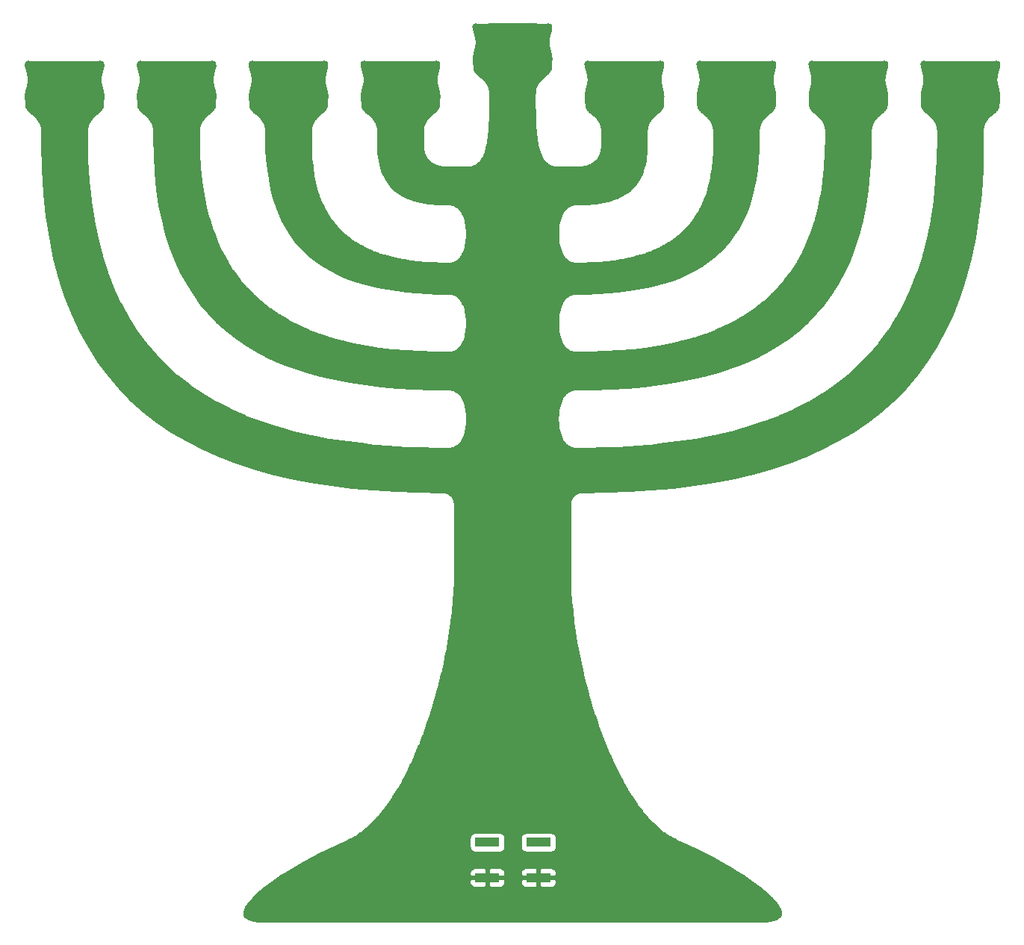
<source format=gbl>
G04 #@! TF.GenerationSoftware,KiCad,Pcbnew,(5.1.4)-1*
G04 #@! TF.CreationDate,2020-11-24T15:39:13-05:00*
G04 #@! TF.ProjectId,Menorah,4d656e6f-7261-4682-9e6b-696361645f70,rev?*
G04 #@! TF.SameCoordinates,Original*
G04 #@! TF.FileFunction,Copper,L2,Bot*
G04 #@! TF.FilePolarity,Positive*
%FSLAX46Y46*%
G04 Gerber Fmt 4.6, Leading zero omitted, Abs format (unit mm)*
G04 Created by KiCad (PCBNEW (5.1.4)-1) date 2020-11-24 15:39:13*
%MOMM*%
%LPD*%
G04 APERTURE LIST*
%ADD10R,2.800000X1.000000*%
%ADD11C,0.800000*%
%ADD12C,0.254000*%
G04 APERTURE END LIST*
D10*
X139136800Y-146119600D03*
X144936800Y-146119600D03*
X139136800Y-142119600D03*
X144936800Y-142119600D03*
D11*
X184124600Y-53888640D03*
X133352540Y-53891180D03*
X120660160Y-53888640D03*
X107962700Y-53886100D03*
X138988800Y-146100800D03*
X144932400Y-146126200D03*
X95272860Y-53886100D03*
X87096600Y-53888640D03*
X99791520Y-53886100D03*
X112481360Y-53891180D03*
X125176280Y-53886100D03*
X137868660Y-49629060D03*
X146042380Y-49626520D03*
X150553420Y-53886100D03*
X158739840Y-53891180D03*
X163255960Y-53886100D03*
X171434760Y-53886100D03*
X175950880Y-53891180D03*
X188645800Y-53888640D03*
X196819520Y-53886100D03*
X144907000Y-142087600D03*
X139115800Y-142113000D03*
D12*
G36*
X144510926Y-49279298D02*
G01*
X144520688Y-49283831D01*
X144535257Y-49288929D01*
X144549563Y-49294766D01*
X144560050Y-49297887D01*
X144570232Y-49301997D01*
X144584972Y-49306323D01*
X144599481Y-49311400D01*
X144610344Y-49314040D01*
X144620988Y-49317712D01*
X144635820Y-49321248D01*
X144650436Y-49325538D01*
X144661683Y-49327670D01*
X144672730Y-49330853D01*
X144687654Y-49333605D01*
X144702422Y-49337126D01*
X144713994Y-49338708D01*
X144725428Y-49341368D01*
X144740380Y-49343329D01*
X144755205Y-49346063D01*
X144767078Y-49347065D01*
X144778839Y-49349163D01*
X144793846Y-49350341D01*
X144808752Y-49352296D01*
X144820853Y-49352686D01*
X144832911Y-49354192D01*
X144847872Y-49354582D01*
X144862812Y-49355755D01*
X144869132Y-49355630D01*
X144871068Y-49355818D01*
X144894206Y-49355791D01*
X144917337Y-49356394D01*
X144926211Y-49355753D01*
X146305708Y-49354125D01*
X146305864Y-49359394D01*
X146305898Y-49359659D01*
X146307196Y-49388609D01*
X146308107Y-49412842D01*
X146308101Y-49412979D01*
X146308145Y-49413837D01*
X146308312Y-49418282D01*
X146308408Y-49418987D01*
X146309631Y-49442901D01*
X146310499Y-49462238D01*
X146310487Y-49462510D01*
X146310606Y-49464640D01*
X146310975Y-49472862D01*
X146311125Y-49473903D01*
X146312187Y-49492880D01*
X146312933Y-49507466D01*
X146312924Y-49507703D01*
X146313085Y-49510435D01*
X146313744Y-49523317D01*
X146313911Y-49524424D01*
X146314753Y-49538701D01*
X146316488Y-49569693D01*
X146316629Y-49570599D01*
X146317201Y-49580199D01*
X146319083Y-49612097D01*
X146319113Y-49612288D01*
X146319456Y-49618039D01*
X146321363Y-49651261D01*
X146322899Y-49680869D01*
X146323995Y-49706531D01*
X146324658Y-49728830D01*
X146324913Y-49748237D01*
X146324796Y-49765296D01*
X146324332Y-49780961D01*
X146323506Y-49796164D01*
X146322252Y-49811827D01*
X146320437Y-49828950D01*
X146317894Y-49848329D01*
X146314421Y-49870707D01*
X146309812Y-49896694D01*
X146303883Y-49926720D01*
X146296482Y-49961082D01*
X146287435Y-50000233D01*
X146276670Y-50044219D01*
X146264011Y-50093585D01*
X146249502Y-50148062D01*
X146232900Y-50208492D01*
X146222356Y-50245924D01*
X146222170Y-50246401D01*
X146213609Y-50276974D01*
X146205128Y-50307081D01*
X146205040Y-50307577D01*
X146192575Y-50352091D01*
X146191415Y-50355162D01*
X146183959Y-50382861D01*
X146176195Y-50410587D01*
X146175622Y-50413832D01*
X146164619Y-50454705D01*
X146163283Y-50458375D01*
X146156293Y-50485637D01*
X146148987Y-50512777D01*
X146148347Y-50516625D01*
X146139191Y-50552333D01*
X146137677Y-50556682D01*
X146131248Y-50583312D01*
X146124431Y-50609898D01*
X146123729Y-50614457D01*
X146116215Y-50645581D01*
X146114525Y-50650705D01*
X146108700Y-50676708D01*
X146102451Y-50702592D01*
X146101706Y-50707931D01*
X146095620Y-50735099D01*
X146093776Y-50741072D01*
X146088631Y-50766295D01*
X146082990Y-50791478D01*
X146082227Y-50797692D01*
X146077378Y-50821469D01*
X146075408Y-50828387D01*
X146070976Y-50852854D01*
X146066015Y-50877177D01*
X146065276Y-50884320D01*
X146061474Y-50905311D01*
X146059434Y-50913223D01*
X146055767Y-50936816D01*
X146051515Y-50960292D01*
X146050854Y-50968430D01*
X146047943Y-50987161D01*
X146045905Y-50996096D01*
X146043029Y-51018783D01*
X146039517Y-51041380D01*
X146039004Y-51050530D01*
X146036857Y-51067467D01*
X146034914Y-51077394D01*
X146032835Y-51099188D01*
X146030077Y-51120945D01*
X146029794Y-51131072D01*
X146028320Y-51146523D01*
X146026576Y-51157355D01*
X146025280Y-51178395D01*
X146023281Y-51199358D01*
X146023315Y-51210318D01*
X146022438Y-51224565D01*
X146020997Y-51236127D01*
X146020472Y-51256487D01*
X146019219Y-51276836D01*
X146019647Y-51288491D01*
X146019309Y-51301575D01*
X146018260Y-51313614D01*
X146018484Y-51333573D01*
X146017970Y-51353512D01*
X146018843Y-51365556D01*
X146018977Y-51377452D01*
X146018373Y-51389630D01*
X146019336Y-51409426D01*
X146019559Y-51429273D01*
X146020892Y-51441408D01*
X146021403Y-51451906D01*
X146021248Y-51463843D01*
X146022957Y-51483854D01*
X146023934Y-51503933D01*
X146025681Y-51515751D01*
X146026442Y-51524657D01*
X146026689Y-51535994D01*
X146029165Y-51556536D01*
X146030926Y-51577157D01*
X146032994Y-51588306D01*
X146033854Y-51595443D01*
X146034410Y-51605808D01*
X146037681Y-51627193D01*
X146040273Y-51648703D01*
X146042522Y-51658850D01*
X146043321Y-51664072D01*
X146044068Y-51673203D01*
X146048158Y-51695703D01*
X146051617Y-51718318D01*
X146053884Y-51727197D01*
X146054494Y-51730554D01*
X146055308Y-51738252D01*
X146060220Y-51762054D01*
X146064564Y-51785947D01*
X146066687Y-51793385D01*
X146067039Y-51795093D01*
X146067814Y-51801285D01*
X146073506Y-51826426D01*
X146078721Y-51851694D01*
X146080577Y-51857658D01*
X146080662Y-51858031D01*
X146081314Y-51862699D01*
X146087738Y-51889289D01*
X146093765Y-51915908D01*
X146095173Y-51920144D01*
X146095622Y-51923140D01*
X146102657Y-51951036D01*
X146109415Y-51979007D01*
X146110366Y-51981736D01*
X146110607Y-51983283D01*
X146118165Y-52012532D01*
X146125507Y-52041644D01*
X146126106Y-52043309D01*
X146126198Y-52043892D01*
X146134147Y-52074378D01*
X146141931Y-52104499D01*
X146142175Y-52105167D01*
X146150553Y-52137295D01*
X146167257Y-52201612D01*
X146184527Y-52269109D01*
X146202229Y-52339992D01*
X146220333Y-52414855D01*
X146238879Y-52494584D01*
X146257830Y-52579787D01*
X146277114Y-52670925D01*
X146292125Y-52745973D01*
X146305000Y-52814781D01*
X146315864Y-52877638D01*
X146324866Y-52934920D01*
X146332158Y-52987024D01*
X146337890Y-53034275D01*
X146342233Y-53077170D01*
X146345346Y-53116109D01*
X146347402Y-53151752D01*
X146348545Y-53184710D01*
X146348903Y-53215682D01*
X146348566Y-53245501D01*
X146347592Y-53274897D01*
X146345998Y-53304817D01*
X146343783Y-53335901D01*
X146340943Y-53368813D01*
X146337475Y-53404156D01*
X146333380Y-53442636D01*
X146328751Y-53484307D01*
X146327284Y-53497362D01*
X146327154Y-53497980D01*
X146323739Y-53528927D01*
X146321775Y-53546415D01*
X146321536Y-53547574D01*
X146318341Y-53577833D01*
X146315934Y-53599644D01*
X146315705Y-53600794D01*
X146312788Y-53630421D01*
X146309993Y-53656897D01*
X146309844Y-53657680D01*
X146307251Y-53686659D01*
X146304396Y-53715661D01*
X146304396Y-53716804D01*
X146304116Y-53718369D01*
X146301860Y-53746921D01*
X146299308Y-53775444D01*
X146299338Y-53778832D01*
X146299304Y-53779267D01*
X146298691Y-53782933D01*
X146296782Y-53811180D01*
X146294552Y-53839404D01*
X146294624Y-53843121D01*
X146294318Y-53847643D01*
X146293716Y-53851533D01*
X146292161Y-53879571D01*
X146290266Y-53907610D01*
X146290387Y-53911548D01*
X146289901Y-53920317D01*
X146289330Y-53924331D01*
X146288127Y-53952295D01*
X146286578Y-53980215D01*
X146286751Y-53984262D01*
X146286182Y-53997481D01*
X146285659Y-54001526D01*
X146284809Y-54029393D01*
X146283605Y-54057380D01*
X146283830Y-54061454D01*
X146283284Y-54079347D01*
X146282813Y-54083379D01*
X146282307Y-54111358D01*
X146281454Y-54139306D01*
X146281728Y-54143353D01*
X146281315Y-54166198D01*
X146280902Y-54170153D01*
X146280736Y-54198198D01*
X146280229Y-54226251D01*
X146280547Y-54230216D01*
X146280296Y-54272842D01*
X146276955Y-54342874D01*
X146270107Y-54389751D01*
X146259284Y-54433545D01*
X146244180Y-54476698D01*
X146223997Y-54521192D01*
X146197805Y-54568258D01*
X146164768Y-54618535D01*
X146124335Y-54672187D01*
X146076301Y-54729095D01*
X146020737Y-54789078D01*
X145958009Y-54851907D01*
X145888638Y-54917451D01*
X145813202Y-54985747D01*
X145732551Y-55056763D01*
X145671433Y-55109869D01*
X145671322Y-55109948D01*
X145647522Y-55130646D01*
X145623195Y-55151784D01*
X145623099Y-55151885D01*
X145582369Y-55187307D01*
X145580421Y-55188712D01*
X145558210Y-55208317D01*
X145535856Y-55227757D01*
X145534207Y-55229503D01*
X145490151Y-55268389D01*
X145486405Y-55271174D01*
X145466115Y-55289605D01*
X145445629Y-55307687D01*
X145442459Y-55311094D01*
X145395563Y-55353693D01*
X145390082Y-55357951D01*
X145371903Y-55375185D01*
X145353310Y-55392074D01*
X145348642Y-55397236D01*
X145299473Y-55443848D01*
X145292303Y-55449753D01*
X145276228Y-55465884D01*
X145259729Y-55481525D01*
X145253656Y-55488534D01*
X145202721Y-55539647D01*
X145193980Y-55547387D01*
X145180129Y-55562318D01*
X145165761Y-55576736D01*
X145158373Y-55585770D01*
X145106305Y-55641898D01*
X145096154Y-55651701D01*
X145084543Y-55665357D01*
X145072355Y-55678495D01*
X145063820Y-55689730D01*
X145011311Y-55751485D01*
X144999981Y-55763599D01*
X144990593Y-55775851D01*
X144980590Y-55787616D01*
X144971132Y-55801250D01*
X144919027Y-55869253D01*
X144906847Y-55883904D01*
X144899560Y-55894661D01*
X144891668Y-55904961D01*
X144881629Y-55921130D01*
X144830895Y-55996022D01*
X144818322Y-56013342D01*
X144812961Y-56022497D01*
X144807009Y-56031283D01*
X144796796Y-56050101D01*
X144748622Y-56132367D01*
X144736197Y-56152379D01*
X144732475Y-56159941D01*
X144728209Y-56167225D01*
X144718343Y-56188649D01*
X144674080Y-56278566D01*
X144662392Y-56301149D01*
X144659957Y-56307255D01*
X144657055Y-56313151D01*
X144648116Y-56336954D01*
X144609176Y-56434611D01*
X144598848Y-56459371D01*
X144597341Y-56464294D01*
X144595434Y-56469077D01*
X144587985Y-56494861D01*
X144555814Y-56599968D01*
X144547364Y-56626334D01*
X144546464Y-56630514D01*
X144545212Y-56634606D01*
X144539738Y-56661770D01*
X144515638Y-56773757D01*
X144509418Y-56801021D01*
X144508913Y-56805007D01*
X144508069Y-56808927D01*
X144504901Y-56836648D01*
X144489905Y-56954933D01*
X144486063Y-56982306D01*
X144485884Y-56986649D01*
X144485337Y-56990961D01*
X144484565Y-57018592D01*
X144480005Y-57129031D01*
X144478685Y-57142431D01*
X144478685Y-57160997D01*
X144477919Y-57179549D01*
X144478685Y-57192994D01*
X144478684Y-58615250D01*
X144478517Y-58617048D01*
X144478684Y-58647176D01*
X144478684Y-58677476D01*
X144478862Y-58679283D01*
X144481424Y-59141516D01*
X144481112Y-59145375D01*
X144481602Y-59173537D01*
X144481758Y-59201685D01*
X144482159Y-59205534D01*
X144489737Y-59641148D01*
X144489451Y-59645363D01*
X144490295Y-59673170D01*
X144490778Y-59700958D01*
X144491265Y-59705149D01*
X144503647Y-60113309D01*
X144503399Y-60117915D01*
X144504615Y-60145250D01*
X144505448Y-60172693D01*
X144506041Y-60177283D01*
X144523023Y-60558868D01*
X144522829Y-60563938D01*
X144524448Y-60590893D01*
X144525645Y-60617791D01*
X144526364Y-60622799D01*
X144547746Y-60978792D01*
X144547628Y-60984354D01*
X144549664Y-61010724D01*
X144551251Y-61037155D01*
X144552128Y-61042656D01*
X144577702Y-61373965D01*
X144577688Y-61380103D01*
X144580167Y-61405888D01*
X144582159Y-61431700D01*
X144583228Y-61437741D01*
X144612798Y-61745360D01*
X144612923Y-61752147D01*
X144615863Y-61777248D01*
X144618277Y-61802360D01*
X144619583Y-61809009D01*
X144652959Y-62093948D01*
X144653270Y-62101453D01*
X144656682Y-62125736D01*
X144659535Y-62150091D01*
X144661136Y-62157430D01*
X144698129Y-62420689D01*
X144698688Y-62429020D01*
X144702586Y-62452408D01*
X144705880Y-62475847D01*
X144707844Y-62483949D01*
X144748292Y-62726615D01*
X144749177Y-62735863D01*
X144753554Y-62758186D01*
X144757293Y-62780618D01*
X144759711Y-62789586D01*
X144803465Y-63012733D01*
X144804779Y-63023012D01*
X144809621Y-63044133D01*
X144813791Y-63065399D01*
X144816772Y-63075325D01*
X144863717Y-63280086D01*
X144865592Y-63291512D01*
X144870862Y-63311254D01*
X144875435Y-63331200D01*
X144879121Y-63342193D01*
X144929178Y-63529706D01*
X144931786Y-63542413D01*
X144937432Y-63560625D01*
X144942348Y-63579041D01*
X144946905Y-63591184D01*
X145000062Y-63762654D01*
X145003615Y-63776746D01*
X145009538Y-63793221D01*
X145014720Y-63809936D01*
X145020361Y-63823324D01*
X145076667Y-63979933D01*
X145081424Y-63995487D01*
X145087490Y-64010038D01*
X145092825Y-64024876D01*
X145099803Y-64039572D01*
X145159378Y-64182472D01*
X145165659Y-64199543D01*
X145171694Y-64212012D01*
X145177019Y-64224786D01*
X145185624Y-64240797D01*
X145248694Y-64371118D01*
X145256847Y-64389641D01*
X145262627Y-64399906D01*
X145267759Y-64410511D01*
X145278319Y-64427777D01*
X145345147Y-64546468D01*
X145355563Y-64566314D01*
X145360843Y-64574346D01*
X145365556Y-64582717D01*
X145378407Y-64601065D01*
X145449323Y-64708947D01*
X145462342Y-64729770D01*
X145466876Y-64735649D01*
X145470958Y-64741859D01*
X145486415Y-64760985D01*
X145561622Y-64858505D01*
X145577549Y-64879874D01*
X145581163Y-64883843D01*
X145584434Y-64888084D01*
X145602664Y-64907453D01*
X145682318Y-64994923D01*
X145701214Y-65016137D01*
X145703849Y-65018567D01*
X145706255Y-65021209D01*
X145727292Y-65040185D01*
X145811225Y-65117587D01*
X145832863Y-65137822D01*
X145834661Y-65139199D01*
X145836324Y-65140733D01*
X145859955Y-65158577D01*
X145947522Y-65225661D01*
X145971413Y-65244149D01*
X145972752Y-65244990D01*
X145974014Y-65245956D01*
X145999790Y-65261957D01*
X146089634Y-65318337D01*
X146115193Y-65334559D01*
X146116686Y-65335313D01*
X146118094Y-65336196D01*
X146145032Y-65349618D01*
X146236017Y-65395535D01*
X146262160Y-65408984D01*
X146264509Y-65409914D01*
X146266762Y-65411051D01*
X146294163Y-65421653D01*
X146384428Y-65457388D01*
X146410173Y-65467956D01*
X146414089Y-65469130D01*
X146417900Y-65470639D01*
X146444718Y-65478315D01*
X146532748Y-65504712D01*
X146557280Y-65512583D01*
X146563375Y-65513897D01*
X146569349Y-65515688D01*
X146594637Y-65520634D01*
X146679357Y-65538893D01*
X146701923Y-65544396D01*
X146710609Y-65545629D01*
X146719193Y-65547479D01*
X146742285Y-65550125D01*
X146822871Y-65561564D01*
X146843030Y-65565157D01*
X146854525Y-65566058D01*
X146865954Y-65567680D01*
X146886429Y-65568557D01*
X146962419Y-65574511D01*
X146979935Y-65576664D01*
X146994316Y-65577011D01*
X147008654Y-65578134D01*
X147026294Y-65577781D01*
X147090575Y-65579331D01*
X147098407Y-65580102D01*
X147122583Y-65580102D01*
X147146731Y-65580684D01*
X147154573Y-65580102D01*
X149088182Y-65580102D01*
X149091803Y-65580418D01*
X149120183Y-65580102D01*
X149148585Y-65580102D01*
X149152205Y-65579745D01*
X149240733Y-65578760D01*
X149248450Y-65579249D01*
X149272695Y-65578404D01*
X149297016Y-65578133D01*
X149304721Y-65577287D01*
X149394269Y-65574166D01*
X149402696Y-65574482D01*
X149426275Y-65573050D01*
X149449852Y-65572228D01*
X149458200Y-65571111D01*
X149545432Y-65565813D01*
X149554608Y-65565899D01*
X149577373Y-65563873D01*
X149600189Y-65562487D01*
X149609251Y-65561035D01*
X149694234Y-65553471D01*
X149704212Y-65553260D01*
X149726109Y-65550634D01*
X149748076Y-65548679D01*
X149757882Y-65546824D01*
X149840720Y-65536891D01*
X149851563Y-65536300D01*
X149872507Y-65533079D01*
X149893529Y-65530558D01*
X149904125Y-65528216D01*
X149984936Y-65515788D01*
X149996675Y-65514722D01*
X150016582Y-65510920D01*
X150036585Y-65507844D01*
X150047989Y-65504923D01*
X150126894Y-65489854D01*
X150139553Y-65488204D01*
X150158314Y-65483854D01*
X150177240Y-65480240D01*
X150189490Y-65476626D01*
X150266576Y-65458753D01*
X150280181Y-65456390D01*
X150297719Y-65451533D01*
X150315480Y-65447415D01*
X150328583Y-65442985D01*
X150403919Y-65422121D01*
X150418482Y-65418900D01*
X150434761Y-65413580D01*
X150451258Y-65409011D01*
X150465167Y-65403643D01*
X150538850Y-65379562D01*
X150554321Y-65375333D01*
X150569275Y-65369618D01*
X150584475Y-65364651D01*
X150599144Y-65358205D01*
X150671205Y-65330668D01*
X150687511Y-65325274D01*
X150701094Y-65319246D01*
X150714970Y-65313944D01*
X150730331Y-65306272D01*
X150800734Y-65275031D01*
X150817754Y-65268320D01*
X150829968Y-65262058D01*
X150842520Y-65256488D01*
X150858440Y-65247461D01*
X150927072Y-65212274D01*
X150944644Y-65204109D01*
X150955545Y-65197676D01*
X150966803Y-65191904D01*
X150983089Y-65181421D01*
X151049808Y-65142047D01*
X151067710Y-65132327D01*
X151077355Y-65125790D01*
X151087389Y-65119869D01*
X151103830Y-65107848D01*
X151168385Y-65064099D01*
X151186344Y-65052776D01*
X151194859Y-65046158D01*
X151203787Y-65040107D01*
X151220113Y-65026528D01*
X151282186Y-64978281D01*
X151299902Y-64965368D01*
X151307422Y-64958665D01*
X151315386Y-64952475D01*
X151331310Y-64937373D01*
X151390517Y-64884600D01*
X151407701Y-64870166D01*
X151414395Y-64863317D01*
X151421544Y-64856945D01*
X151436751Y-64840444D01*
X151492723Y-64783177D01*
X151509054Y-64767396D01*
X151515090Y-64760292D01*
X151521598Y-64753634D01*
X151535788Y-64735934D01*
X151588160Y-64674301D01*
X151603369Y-64657403D01*
X151608884Y-64649912D01*
X151614898Y-64642835D01*
X151627835Y-64624172D01*
X151676288Y-64558363D01*
X151690144Y-64540652D01*
X151695249Y-64532611D01*
X151700897Y-64524940D01*
X151712391Y-64505610D01*
X151756663Y-64435878D01*
X151769025Y-64417664D01*
X151773793Y-64408897D01*
X151779152Y-64400456D01*
X151789088Y-64380774D01*
X151828988Y-64307407D01*
X151839810Y-64288971D01*
X151844283Y-64279285D01*
X151849371Y-64269929D01*
X151857682Y-64250267D01*
X151893195Y-64173363D01*
X151902448Y-64155049D01*
X151906599Y-64144335D01*
X151911417Y-64133902D01*
X151918156Y-64114509D01*
X151949235Y-64034298D01*
X151956995Y-64016337D01*
X151960792Y-64004469D01*
X151965295Y-63992848D01*
X151970541Y-63973999D01*
X151997252Y-63890520D01*
X152003621Y-63873128D01*
X152006999Y-63860058D01*
X152011115Y-63847192D01*
X152015005Y-63829076D01*
X152037425Y-63742312D01*
X152042537Y-63725646D01*
X152045430Y-63711333D01*
X152049082Y-63697201D01*
X152051767Y-63679983D01*
X152069992Y-63589824D01*
X152073990Y-63574007D01*
X152076327Y-63558480D01*
X152079441Y-63543077D01*
X152081092Y-63526834D01*
X152095196Y-63433145D01*
X152098234Y-63418227D01*
X152099957Y-63401519D01*
X152102459Y-63384897D01*
X152103239Y-63369681D01*
X152113285Y-63272247D01*
X152115508Y-63258251D01*
X152116567Y-63240416D01*
X152118399Y-63222650D01*
X152118464Y-63208484D01*
X152124489Y-63107039D01*
X152126026Y-63093982D01*
X152126385Y-63075108D01*
X152127505Y-63056253D01*
X152126994Y-63043111D01*
X152128892Y-62943400D01*
X152129501Y-62937213D01*
X152129501Y-62911380D01*
X152129992Y-62885579D01*
X152129501Y-62879389D01*
X152129501Y-61452724D01*
X152130267Y-61439276D01*
X152129501Y-61420731D01*
X152129501Y-61402167D01*
X152128180Y-61388760D01*
X152123617Y-61278281D01*
X152122847Y-61250701D01*
X152122300Y-61246384D01*
X152122120Y-61242033D01*
X152118281Y-61214688D01*
X152103283Y-61096380D01*
X152100115Y-61068658D01*
X152099271Y-61064735D01*
X152098767Y-61060762D01*
X152092556Y-61033535D01*
X152068436Y-60921463D01*
X152062970Y-60894338D01*
X152061719Y-60890249D01*
X152060818Y-60886065D01*
X152052366Y-60859693D01*
X152020192Y-60754577D01*
X152012748Y-60728811D01*
X152010842Y-60724030D01*
X152009333Y-60719101D01*
X151999000Y-60694331D01*
X151960069Y-60596693D01*
X151951126Y-60572882D01*
X151948223Y-60566984D01*
X151945790Y-60560883D01*
X151934110Y-60538315D01*
X151889826Y-60448355D01*
X151879970Y-60426955D01*
X151875711Y-60419682D01*
X151871983Y-60412109D01*
X151859538Y-60392065D01*
X151811383Y-60309833D01*
X151801169Y-60291013D01*
X151795216Y-60282225D01*
X151789854Y-60273069D01*
X151777281Y-60255750D01*
X151726548Y-60180859D01*
X151716507Y-60164687D01*
X151708616Y-60154388D01*
X151701330Y-60143633D01*
X151689149Y-60128982D01*
X151637048Y-60060984D01*
X151627589Y-60047348D01*
X151617580Y-60035576D01*
X151608192Y-60023324D01*
X151596867Y-60011216D01*
X151544356Y-59949457D01*
X151535820Y-59938222D01*
X151523636Y-59925088D01*
X151512023Y-59911430D01*
X151501867Y-59901622D01*
X151449812Y-59845509D01*
X151442413Y-59836461D01*
X151428022Y-59822020D01*
X151414193Y-59807113D01*
X151405463Y-59799383D01*
X151354518Y-59748261D01*
X151348443Y-59741249D01*
X151331931Y-59725595D01*
X151315868Y-59709477D01*
X151308705Y-59703578D01*
X151259521Y-59656951D01*
X151254857Y-59651794D01*
X151236287Y-59634925D01*
X151218089Y-59617674D01*
X151212602Y-59613411D01*
X151165718Y-59570823D01*
X151162540Y-59567408D01*
X151141999Y-59549278D01*
X151121760Y-59530893D01*
X151118023Y-59528115D01*
X151073959Y-59489222D01*
X151072313Y-59487479D01*
X151049969Y-59468047D01*
X151027745Y-59448431D01*
X151025799Y-59447027D01*
X150985066Y-59411603D01*
X150984968Y-59411499D01*
X150960875Y-59390564D01*
X150936847Y-59369668D01*
X150936731Y-59369585D01*
X150875712Y-59316566D01*
X150794942Y-59245444D01*
X150719549Y-59177189D01*
X150650145Y-59111613D01*
X150587419Y-59048787D01*
X150531854Y-58988803D01*
X150483808Y-58931880D01*
X150443381Y-58878236D01*
X150410344Y-58827959D01*
X150384150Y-58780891D01*
X150363970Y-58736401D01*
X150348862Y-58693240D01*
X150338041Y-58649456D01*
X150331193Y-58602577D01*
X150327853Y-58532545D01*
X150327600Y-58489916D01*
X150327918Y-58485954D01*
X150327410Y-58457870D01*
X150327244Y-58429848D01*
X150326832Y-58425904D01*
X150326419Y-58403065D01*
X150326693Y-58399020D01*
X150325840Y-58371054D01*
X150325334Y-58343084D01*
X150324864Y-58339058D01*
X150324318Y-58321159D01*
X150324543Y-58317079D01*
X150323343Y-58289191D01*
X150322490Y-58261243D01*
X150321965Y-58257184D01*
X150321396Y-58243968D01*
X150321569Y-58239924D01*
X150320020Y-58211992D01*
X150318816Y-58184031D01*
X150318246Y-58180022D01*
X150317760Y-58171262D01*
X150317881Y-58167330D01*
X150315987Y-58139298D01*
X150314431Y-58111245D01*
X150313829Y-58107358D01*
X150313524Y-58102842D01*
X150313596Y-58099127D01*
X150311367Y-58070912D01*
X150309458Y-58042657D01*
X150308845Y-58038990D01*
X150308812Y-58038567D01*
X150308842Y-58035170D01*
X150306284Y-58006569D01*
X150304034Y-57978094D01*
X150303754Y-57976528D01*
X150303754Y-57975374D01*
X150300902Y-57946411D01*
X150298308Y-57917407D01*
X150298157Y-57916610D01*
X150295362Y-57890134D01*
X150292445Y-57860510D01*
X150292216Y-57859357D01*
X150289823Y-57837676D01*
X150286617Y-57807305D01*
X150286379Y-57806149D01*
X150284432Y-57788816D01*
X150281000Y-57757711D01*
X150280870Y-57757095D01*
X150279440Y-57744360D01*
X150274758Y-57702208D01*
X150270692Y-57663986D01*
X150267221Y-57628600D01*
X150264376Y-57595622D01*
X150262162Y-57564530D01*
X150260572Y-57534681D01*
X150259597Y-57505229D01*
X150259263Y-57475414D01*
X150259621Y-57444448D01*
X150260766Y-57411518D01*
X150262821Y-57375895D01*
X150265939Y-57336926D01*
X150270285Y-57294035D01*
X150276018Y-57246798D01*
X150283312Y-57194694D01*
X150292318Y-57137403D01*
X150303197Y-57074485D01*
X150316067Y-57005727D01*
X150331079Y-56930700D01*
X150350370Y-56839524D01*
X150369323Y-56754311D01*
X150387861Y-56674610D01*
X150405980Y-56599687D01*
X150423655Y-56528914D01*
X150440909Y-56461481D01*
X150457596Y-56397226D01*
X150466025Y-56364899D01*
X150466268Y-56364235D01*
X150474033Y-56334186D01*
X150482001Y-56303628D01*
X150482092Y-56303050D01*
X150482693Y-56301380D01*
X150490065Y-56272147D01*
X150497592Y-56243019D01*
X150497833Y-56241472D01*
X150498784Y-56238743D01*
X150505538Y-56210789D01*
X150512577Y-56182876D01*
X150513026Y-56179880D01*
X150514434Y-56175644D01*
X150520459Y-56149034D01*
X150526885Y-56122436D01*
X150527538Y-56117767D01*
X150527621Y-56117400D01*
X150529475Y-56111442D01*
X150534690Y-56086175D01*
X150540385Y-56061022D01*
X150541159Y-56054833D01*
X150541512Y-56053124D01*
X150543639Y-56045671D01*
X150547982Y-56021778D01*
X150552890Y-55998000D01*
X150553705Y-55990294D01*
X150554318Y-55986924D01*
X150556582Y-55978054D01*
X150560040Y-55955441D01*
X150564133Y-55932926D01*
X150564880Y-55923799D01*
X150565677Y-55918585D01*
X150567926Y-55908439D01*
X150570519Y-55886928D01*
X150573789Y-55865544D01*
X150574345Y-55855180D01*
X150575205Y-55848041D01*
X150577273Y-55836893D01*
X150579034Y-55816274D01*
X150581510Y-55795731D01*
X150581757Y-55784394D01*
X150582518Y-55775486D01*
X150584265Y-55763669D01*
X150585242Y-55743594D01*
X150586951Y-55723581D01*
X150586796Y-55711642D01*
X150587307Y-55701145D01*
X150588640Y-55689010D01*
X150588863Y-55669161D01*
X150589826Y-55649366D01*
X150589222Y-55637188D01*
X150589356Y-55625291D01*
X150590229Y-55613248D01*
X150589715Y-55593309D01*
X150589939Y-55573350D01*
X150588890Y-55561311D01*
X150588552Y-55548231D01*
X150588980Y-55536582D01*
X150587727Y-55516231D01*
X150587202Y-55495863D01*
X150585762Y-55484305D01*
X150584885Y-55470064D01*
X150584919Y-55459081D01*
X150582918Y-55438105D01*
X150581625Y-55417102D01*
X150579881Y-55406273D01*
X150578404Y-55390793D01*
X150578122Y-55380680D01*
X150575365Y-55358935D01*
X150573284Y-55337119D01*
X150571341Y-55327192D01*
X150569195Y-55310269D01*
X150568683Y-55301126D01*
X150565171Y-55278527D01*
X150562294Y-55255832D01*
X150560257Y-55246902D01*
X150557346Y-55228172D01*
X150556685Y-55220028D01*
X150552433Y-55196555D01*
X150548768Y-55172969D01*
X150546727Y-55165054D01*
X150542924Y-55144056D01*
X150542185Y-55136913D01*
X150537224Y-55112589D01*
X150532792Y-55088123D01*
X150530823Y-55081206D01*
X150525971Y-55057421D01*
X150525208Y-55051206D01*
X150519574Y-55026058D01*
X150514424Y-55000807D01*
X150512577Y-54994824D01*
X150506493Y-54967664D01*
X150505749Y-54962335D01*
X150499503Y-54936462D01*
X150493672Y-54910433D01*
X150491983Y-54905312D01*
X150484472Y-54874199D01*
X150483769Y-54869634D01*
X150476951Y-54843045D01*
X150470525Y-54816425D01*
X150469010Y-54812073D01*
X150459853Y-54776361D01*
X150459213Y-54772513D01*
X150451906Y-54745369D01*
X150444917Y-54718111D01*
X150443581Y-54714442D01*
X150432578Y-54673565D01*
X150432006Y-54670329D01*
X150424258Y-54642660D01*
X150416785Y-54614897D01*
X150415623Y-54611821D01*
X150403161Y-54567317D01*
X150403071Y-54566809D01*
X150394474Y-54536291D01*
X150386032Y-54506142D01*
X150385845Y-54505662D01*
X150375301Y-54468234D01*
X150358723Y-54407889D01*
X150344164Y-54353228D01*
X150331528Y-54303950D01*
X150320769Y-54259986D01*
X150311717Y-54220813D01*
X150304318Y-54186460D01*
X150298387Y-54156424D01*
X150293772Y-54130401D01*
X150290307Y-54108067D01*
X150287763Y-54088683D01*
X150285948Y-54071567D01*
X150284694Y-54055898D01*
X150283868Y-54040698D01*
X150283404Y-54025031D01*
X150283287Y-54007973D01*
X150283542Y-53988567D01*
X150284205Y-53966265D01*
X150285301Y-53940600D01*
X150286836Y-53911014D01*
X150288745Y-53877758D01*
X150289087Y-53872023D01*
X150289117Y-53871833D01*
X150290999Y-53839935D01*
X150291572Y-53830332D01*
X150291712Y-53829428D01*
X150293445Y-53798469D01*
X150294290Y-53784158D01*
X150294456Y-53783052D01*
X150295115Y-53770176D01*
X150295276Y-53767440D01*
X150295267Y-53767202D01*
X150296013Y-53752609D01*
X150297075Y-53733638D01*
X150297225Y-53732597D01*
X150297594Y-53724375D01*
X150297713Y-53722245D01*
X150297701Y-53721973D01*
X150298568Y-53702648D01*
X150299792Y-53678720D01*
X150299888Y-53678017D01*
X150300055Y-53673579D01*
X150300099Y-53672716D01*
X150300092Y-53672578D01*
X150301004Y-53648343D01*
X150302302Y-53619397D01*
X150302336Y-53619131D01*
X150302492Y-53613861D01*
X151681989Y-53615489D01*
X151690864Y-53616130D01*
X151713995Y-53615527D01*
X151737133Y-53615554D01*
X151739069Y-53615366D01*
X151745387Y-53615491D01*
X151760326Y-53614318D01*
X151775290Y-53613928D01*
X151787360Y-53612421D01*
X151799484Y-53612029D01*
X151814369Y-53610076D01*
X151829361Y-53608899D01*
X151841144Y-53606797D01*
X151853033Y-53605793D01*
X151867868Y-53603056D01*
X151882807Y-53601096D01*
X151894243Y-53598435D01*
X151905816Y-53596852D01*
X151917775Y-53594000D01*
X157383844Y-53594000D01*
X157395813Y-53596854D01*
X157407384Y-53598436D01*
X157418818Y-53601097D01*
X157433763Y-53603058D01*
X157448594Y-53605794D01*
X157460483Y-53606798D01*
X157472261Y-53608899D01*
X157487243Y-53610075D01*
X157502142Y-53612030D01*
X157514270Y-53612422D01*
X157526333Y-53613928D01*
X157541294Y-53614318D01*
X157556234Y-53615491D01*
X157562554Y-53615366D01*
X157564490Y-53615554D01*
X157587628Y-53615527D01*
X157610759Y-53616130D01*
X157619633Y-53615489D01*
X158999128Y-53613861D01*
X158999284Y-53619119D01*
X158999317Y-53619378D01*
X159000616Y-53648337D01*
X159001527Y-53672568D01*
X159001521Y-53672688D01*
X159001559Y-53673441D01*
X159001731Y-53678005D01*
X159001830Y-53678727D01*
X159003047Y-53702539D01*
X159003917Y-53721942D01*
X159003905Y-53722229D01*
X159004029Y-53724436D01*
X159004395Y-53732597D01*
X159004543Y-53733623D01*
X159005607Y-53752647D01*
X159006350Y-53767177D01*
X159006341Y-53767407D01*
X159006497Y-53770060D01*
X159007160Y-53783025D01*
X159007327Y-53784137D01*
X159008172Y-53798467D01*
X159009904Y-53829413D01*
X159010042Y-53830299D01*
X159010676Y-53840945D01*
X159012495Y-53871801D01*
X159012527Y-53872003D01*
X159012872Y-53877798D01*
X159014775Y-53910983D01*
X159016308Y-53940558D01*
X159017403Y-53966225D01*
X159018067Y-53988567D01*
X159018319Y-54007888D01*
X159018200Y-54025029D01*
X159017736Y-54040674D01*
X159016911Y-54055849D01*
X159015654Y-54071532D01*
X159013840Y-54088645D01*
X159011293Y-54108047D01*
X159007820Y-54130421D01*
X159003210Y-54156408D01*
X158997284Y-54186416D01*
X158989867Y-54220851D01*
X158980832Y-54259944D01*
X158970046Y-54304013D01*
X158957421Y-54353242D01*
X158942888Y-54407803D01*
X158926288Y-54468228D01*
X158915739Y-54505675D01*
X158915553Y-54506154D01*
X158907117Y-54536283D01*
X158898516Y-54566817D01*
X158898425Y-54567327D01*
X158885963Y-54611835D01*
X158884800Y-54614915D01*
X158877329Y-54642672D01*
X158869582Y-54670341D01*
X158869010Y-54673581D01*
X158858006Y-54714465D01*
X158856671Y-54718131D01*
X158849689Y-54745366D01*
X158842377Y-54772531D01*
X158841737Y-54776383D01*
X158832582Y-54812090D01*
X158831068Y-54816439D01*
X158824641Y-54843063D01*
X158817824Y-54869654D01*
X158817122Y-54874215D01*
X158809610Y-54905335D01*
X158807921Y-54910456D01*
X158802097Y-54936458D01*
X158795847Y-54962350D01*
X158795102Y-54967689D01*
X158789019Y-54994846D01*
X158787174Y-55000824D01*
X158782023Y-55026079D01*
X158776390Y-55051230D01*
X158775628Y-55057440D01*
X158770777Y-55081223D01*
X158768808Y-55088140D01*
X158764380Y-55112590D01*
X158759416Y-55136930D01*
X158758677Y-55144081D01*
X158754877Y-55165064D01*
X158752836Y-55172979D01*
X158749168Y-55196585D01*
X158744919Y-55220047D01*
X158744259Y-55228179D01*
X158741349Y-55246909D01*
X158739311Y-55255842D01*
X158736434Y-55278542D01*
X158732923Y-55301135D01*
X158732411Y-55310277D01*
X158730264Y-55327212D01*
X158728321Y-55337141D01*
X158726242Y-55358941D01*
X158723485Y-55380691D01*
X158723202Y-55390816D01*
X158721728Y-55406278D01*
X158719983Y-55417114D01*
X158718689Y-55438143D01*
X158716690Y-55459105D01*
X158716724Y-55470076D01*
X158715848Y-55484313D01*
X158714409Y-55495863D01*
X158713884Y-55516239D01*
X158712631Y-55536595D01*
X158713059Y-55548234D01*
X158712721Y-55561310D01*
X158711671Y-55573362D01*
X158711896Y-55593326D01*
X158711382Y-55613248D01*
X158712256Y-55625295D01*
X158712390Y-55637196D01*
X158711786Y-55649366D01*
X158712750Y-55669171D01*
X158712973Y-55689022D01*
X158714305Y-55701146D01*
X158714816Y-55711642D01*
X158714661Y-55723593D01*
X158716371Y-55743608D01*
X158717347Y-55763669D01*
X158719095Y-55775491D01*
X158719856Y-55784394D01*
X158720102Y-55795717D01*
X158722579Y-55816275D01*
X158724342Y-55836906D01*
X158726407Y-55848042D01*
X158727267Y-55855171D01*
X158727823Y-55865544D01*
X158731094Y-55886930D01*
X158733684Y-55908425D01*
X158735933Y-55918573D01*
X158736732Y-55923798D01*
X158737479Y-55932927D01*
X158741572Y-55955446D01*
X158745030Y-55978054D01*
X158747294Y-55986923D01*
X158747906Y-55990288D01*
X158748720Y-55997988D01*
X158753629Y-56021774D01*
X158757973Y-56045671D01*
X158760098Y-56053118D01*
X158760449Y-56054818D01*
X158761222Y-56060998D01*
X158766917Y-56086157D01*
X158772133Y-56111430D01*
X158773984Y-56117379D01*
X158774070Y-56117759D01*
X158774724Y-56122435D01*
X158781138Y-56148984D01*
X158787168Y-56175621D01*
X158788581Y-56179874D01*
X158789028Y-56182855D01*
X158796064Y-56210761D01*
X158802825Y-56238743D01*
X158803771Y-56241459D01*
X158804013Y-56243009D01*
X158811552Y-56272186D01*
X158818908Y-56301359D01*
X158819510Y-56303033D01*
X158819601Y-56303609D01*
X158827544Y-56334076D01*
X158835335Y-56364226D01*
X158835578Y-56364890D01*
X158843899Y-56396806D01*
X158860695Y-56461485D01*
X158877930Y-56528856D01*
X158895621Y-56599702D01*
X158913707Y-56674501D01*
X158932276Y-56754344D01*
X158951206Y-56839467D01*
X158970520Y-56930761D01*
X158985512Y-57005694D01*
X158998392Y-57074495D01*
X159009272Y-57137420D01*
X159018278Y-57194709D01*
X159025571Y-57246799D01*
X159031305Y-57294040D01*
X159035650Y-57336925D01*
X159038768Y-57375892D01*
X159040823Y-57411510D01*
X159041968Y-57444464D01*
X159042327Y-57475425D01*
X159041992Y-57505247D01*
X159041019Y-57534650D01*
X159039426Y-57564554D01*
X159037217Y-57595579D01*
X159034369Y-57628585D01*
X159030897Y-57663985D01*
X159026817Y-57702338D01*
X159022184Y-57744046D01*
X159020718Y-57757092D01*
X159020588Y-57757710D01*
X159017147Y-57788897D01*
X159015211Y-57806139D01*
X159014973Y-57807291D01*
X159011766Y-57837662D01*
X159009373Y-57859346D01*
X159009142Y-57860510D01*
X159006223Y-57890156D01*
X159003430Y-57916612D01*
X159003279Y-57917407D01*
X159000683Y-57946427D01*
X158997833Y-57975376D01*
X158997833Y-57976523D01*
X158997554Y-57978083D01*
X158995301Y-58006600D01*
X158992745Y-58035170D01*
X158992775Y-58038557D01*
X158992742Y-58038979D01*
X158992129Y-58042646D01*
X158990220Y-58070898D01*
X158987990Y-58099117D01*
X158988062Y-58102833D01*
X158987756Y-58107353D01*
X158987154Y-58111244D01*
X158985599Y-58139282D01*
X158983704Y-58167320D01*
X158983825Y-58171258D01*
X158983339Y-58180027D01*
X158982768Y-58184041D01*
X158981565Y-58212003D01*
X158980016Y-58239924D01*
X158980189Y-58243972D01*
X158979621Y-58257188D01*
X158979097Y-58261234D01*
X158978244Y-58289167D01*
X158977043Y-58317089D01*
X158977268Y-58321162D01*
X158976722Y-58339051D01*
X158976251Y-58343084D01*
X158975745Y-58371065D01*
X158974892Y-58399011D01*
X158975166Y-58403058D01*
X158974753Y-58425901D01*
X158974340Y-58429856D01*
X158974174Y-58457902D01*
X158973667Y-58485954D01*
X158973985Y-58489919D01*
X158973734Y-58532542D01*
X158970393Y-58602576D01*
X158963545Y-58649451D01*
X158952722Y-58693246D01*
X158937617Y-58736401D01*
X158917436Y-58780893D01*
X158891241Y-58827964D01*
X158858211Y-58878232D01*
X158817766Y-58931901D01*
X158769733Y-58988811D01*
X158714169Y-59048794D01*
X158651442Y-59111621D01*
X158582055Y-59177183D01*
X158506643Y-59245457D01*
X158425942Y-59316520D01*
X158364869Y-59369588D01*
X158364753Y-59369670D01*
X158340345Y-59390898D01*
X158316630Y-59411504D01*
X158316535Y-59411605D01*
X158275799Y-59447032D01*
X158273853Y-59448436D01*
X158251639Y-59468043D01*
X158229288Y-59487482D01*
X158227641Y-59489226D01*
X158183577Y-59528120D01*
X158179840Y-59530898D01*
X158159598Y-59549285D01*
X158139061Y-59567413D01*
X158135883Y-59570828D01*
X158089002Y-59613414D01*
X158083513Y-59617679D01*
X158065312Y-59634934D01*
X158046746Y-59651799D01*
X158042083Y-59656955D01*
X157992900Y-59703582D01*
X157985736Y-59709482D01*
X157969671Y-59725603D01*
X157953161Y-59741255D01*
X157947086Y-59748267D01*
X157896153Y-59799378D01*
X157887416Y-59807115D01*
X157873572Y-59822039D01*
X157859194Y-59836467D01*
X157851803Y-59845505D01*
X157799746Y-59901622D01*
X157789587Y-59911433D01*
X157777969Y-59925098D01*
X157765791Y-59938225D01*
X157757261Y-59949453D01*
X157704745Y-60011218D01*
X157693416Y-60023331D01*
X157684027Y-60035585D01*
X157674023Y-60047351D01*
X157664565Y-60060985D01*
X157612462Y-60128988D01*
X157600283Y-60143637D01*
X157592997Y-60154392D01*
X157585104Y-60164694D01*
X157575067Y-60180861D01*
X157524336Y-60255749D01*
X157511757Y-60273077D01*
X157506396Y-60282233D01*
X157500445Y-60291017D01*
X157490232Y-60309836D01*
X157442065Y-60392091D01*
X157429634Y-60412114D01*
X157425909Y-60419682D01*
X157421645Y-60426963D01*
X157411784Y-60448376D01*
X157367515Y-60538305D01*
X157355830Y-60560883D01*
X157353395Y-60566989D01*
X157350492Y-60572887D01*
X157341556Y-60596683D01*
X157302627Y-60694314D01*
X157292285Y-60719106D01*
X157290776Y-60724035D01*
X157288872Y-60728811D01*
X157281433Y-60754562D01*
X157249249Y-60859711D01*
X157240801Y-60886070D01*
X157239901Y-60890254D01*
X157238649Y-60894343D01*
X157233182Y-60921474D01*
X157209061Y-61033557D01*
X157202856Y-61060757D01*
X157202352Y-61064734D01*
X157201506Y-61068664D01*
X157198329Y-61096463D01*
X157183343Y-61214669D01*
X157179501Y-61242042D01*
X157179322Y-61246385D01*
X157178775Y-61250697D01*
X157178003Y-61278328D01*
X157173443Y-61388767D01*
X157172123Y-61402167D01*
X157172123Y-61420733D01*
X157171357Y-61439285D01*
X157172123Y-61452730D01*
X157172122Y-62898994D01*
X157162360Y-63412177D01*
X157133736Y-63894160D01*
X157086604Y-64351336D01*
X157021464Y-64784092D01*
X156938843Y-65192877D01*
X156839268Y-65578254D01*
X156723255Y-65940887D01*
X156591289Y-66281505D01*
X156443785Y-66600963D01*
X156281043Y-66900226D01*
X156103248Y-67180293D01*
X155910410Y-67442226D01*
X155702416Y-67687020D01*
X155479015Y-67915602D01*
X155239848Y-68128796D01*
X154984510Y-68327276D01*
X154712625Y-68511542D01*
X154423802Y-68682001D01*
X154117791Y-68838894D01*
X153794412Y-68982403D01*
X153453552Y-69112662D01*
X153095253Y-69229761D01*
X152719593Y-69333800D01*
X152326727Y-69424890D01*
X151916847Y-69503164D01*
X151490286Y-69568766D01*
X151047219Y-69621900D01*
X150588021Y-69662771D01*
X150112899Y-69691628D01*
X149622298Y-69708730D01*
X149113101Y-69714402D01*
X149085005Y-69714382D01*
X149081159Y-69714758D01*
X149077297Y-69714801D01*
X149049376Y-69717865D01*
X148914354Y-69731066D01*
X148881446Y-69731117D01*
X148819413Y-69743556D01*
X148756938Y-69755937D01*
X148726523Y-69768510D01*
X148630229Y-69797882D01*
X148600444Y-69803682D01*
X148568986Y-69816563D01*
X148567230Y-69817099D01*
X148539246Y-69828741D01*
X148511367Y-69840157D01*
X148509755Y-69841011D01*
X148478359Y-69854072D01*
X148453150Y-69870972D01*
X148371031Y-69914440D01*
X148348288Y-69923123D01*
X148314431Y-69944399D01*
X148307510Y-69948063D01*
X148287292Y-69961454D01*
X148266789Y-69974339D01*
X148260608Y-69979129D01*
X148227261Y-70001216D01*
X148209973Y-70018365D01*
X148143020Y-70070245D01*
X148128390Y-70078507D01*
X148092363Y-70109498D01*
X148080238Y-70118894D01*
X148068105Y-70130366D01*
X148055419Y-70141279D01*
X148044808Y-70152394D01*
X148010297Y-70185025D01*
X148000577Y-70198725D01*
X147946609Y-70255257D01*
X147939141Y-70260824D01*
X147902343Y-70301625D01*
X147886596Y-70318120D01*
X147880886Y-70325417D01*
X147874675Y-70332303D01*
X147861129Y-70350662D01*
X147827274Y-70393922D01*
X147823074Y-70402237D01*
X147778885Y-70462128D01*
X147776878Y-70463986D01*
X147740844Y-70513684D01*
X147723379Y-70537354D01*
X147721981Y-70539699D01*
X147720376Y-70541913D01*
X147705513Y-70567328D01*
X147674097Y-70620037D01*
X147673181Y-70622616D01*
X147603550Y-70741685D01*
X147588548Y-70766869D01*
X147587427Y-70769256D01*
X147586100Y-70771525D01*
X147573879Y-70798103D01*
X147487228Y-70982601D01*
X147476070Y-71005112D01*
X147473630Y-71011554D01*
X147470705Y-71017783D01*
X147462311Y-71041444D01*
X147389039Y-71234929D01*
X147380670Y-71255103D01*
X147377704Y-71264861D01*
X147374099Y-71274381D01*
X147368411Y-71295437D01*
X147307079Y-71497231D01*
X147300751Y-71515465D01*
X147297782Y-71527821D01*
X147294082Y-71539993D01*
X147290302Y-71558941D01*
X147240042Y-71768074D01*
X147235220Y-71784801D01*
X147232567Y-71799177D01*
X147229150Y-71813395D01*
X147226760Y-71830643D01*
X147187001Y-72046085D01*
X147183327Y-72061666D01*
X147181196Y-72077544D01*
X147178288Y-72093301D01*
X147176940Y-72109253D01*
X147147342Y-72329772D01*
X147144571Y-72344534D01*
X147143089Y-72361458D01*
X147140825Y-72378324D01*
X147140295Y-72393355D01*
X147120659Y-72617561D01*
X147118629Y-72631819D01*
X147117867Y-72649432D01*
X147116329Y-72666996D01*
X147116485Y-72681401D01*
X147106692Y-72907858D01*
X147105308Y-72921905D01*
X147105308Y-72939851D01*
X147104534Y-72957749D01*
X147105308Y-72971819D01*
X147105308Y-73199078D01*
X147104534Y-73213148D01*
X147105308Y-73231046D01*
X147105308Y-73248991D01*
X147106691Y-73263037D01*
X147116485Y-73489496D01*
X147116329Y-73503901D01*
X147117867Y-73521465D01*
X147118629Y-73539078D01*
X147120659Y-73553336D01*
X147140295Y-73777542D01*
X147140825Y-73792573D01*
X147143089Y-73809439D01*
X147144571Y-73826363D01*
X147147342Y-73841125D01*
X147176940Y-74061644D01*
X147178288Y-74077596D01*
X147181196Y-74093353D01*
X147183327Y-74109231D01*
X147187001Y-74124812D01*
X147226760Y-74340254D01*
X147229150Y-74357502D01*
X147232567Y-74371720D01*
X147235220Y-74386096D01*
X147240042Y-74402823D01*
X147290302Y-74611956D01*
X147294082Y-74630904D01*
X147297782Y-74643076D01*
X147300751Y-74655432D01*
X147307079Y-74673666D01*
X147368411Y-74875460D01*
X147374099Y-74896516D01*
X147377704Y-74906036D01*
X147380670Y-74915794D01*
X147389039Y-74935968D01*
X147462311Y-75129453D01*
X147470705Y-75153114D01*
X147473630Y-75159343D01*
X147476070Y-75165785D01*
X147487228Y-75188296D01*
X147573879Y-75372794D01*
X147586100Y-75399372D01*
X147587427Y-75401641D01*
X147588548Y-75404028D01*
X147603550Y-75429212D01*
X147673181Y-75548281D01*
X147674097Y-75550860D01*
X147705513Y-75603569D01*
X147720376Y-75628984D01*
X147721981Y-75631198D01*
X147723379Y-75633543D01*
X147740844Y-75657213D01*
X147776878Y-75706911D01*
X147778885Y-75708769D01*
X147823074Y-75768660D01*
X147827274Y-75776975D01*
X147861129Y-75820235D01*
X147874675Y-75838594D01*
X147880886Y-75845480D01*
X147886596Y-75852777D01*
X147902343Y-75869272D01*
X147939141Y-75910073D01*
X147946609Y-75915640D01*
X148000577Y-75972172D01*
X148010297Y-75985872D01*
X148044808Y-76018503D01*
X148055419Y-76029618D01*
X148068105Y-76040531D01*
X148080238Y-76052003D01*
X148092363Y-76061399D01*
X148128390Y-76092390D01*
X148143020Y-76100652D01*
X148209973Y-76152532D01*
X148227261Y-76169681D01*
X148260608Y-76191768D01*
X148266789Y-76196558D01*
X148287292Y-76209443D01*
X148307510Y-76222834D01*
X148314431Y-76226498D01*
X148348288Y-76247774D01*
X148371031Y-76256457D01*
X148453150Y-76299925D01*
X148478359Y-76316825D01*
X148509755Y-76329886D01*
X148511367Y-76330740D01*
X148539246Y-76342156D01*
X148567230Y-76353798D01*
X148568986Y-76354334D01*
X148600444Y-76367215D01*
X148630229Y-76373015D01*
X148726523Y-76402387D01*
X148756941Y-76414961D01*
X148819248Y-76427308D01*
X148881446Y-76439780D01*
X148914358Y-76439831D01*
X148992649Y-76447485D01*
X148995931Y-76448441D01*
X149056389Y-76453717D01*
X149085009Y-76456515D01*
X149088425Y-76456513D01*
X149091822Y-76456809D01*
X149120531Y-76456489D01*
X149181264Y-76456445D01*
X149184619Y-76455775D01*
X149999762Y-76446694D01*
X150007486Y-76447184D01*
X150031769Y-76446338D01*
X150056058Y-76446067D01*
X150063749Y-76445223D01*
X150892034Y-76416352D01*
X150900466Y-76416669D01*
X150924056Y-76415236D01*
X150947618Y-76414415D01*
X150955962Y-76413298D01*
X151761322Y-76364386D01*
X151770496Y-76364472D01*
X151793261Y-76362446D01*
X151816080Y-76361060D01*
X151825140Y-76359609D01*
X152607332Y-76289993D01*
X152617308Y-76289782D01*
X152639192Y-76287158D01*
X152661166Y-76285202D01*
X152670979Y-76283346D01*
X153429796Y-76192349D01*
X153440628Y-76191759D01*
X153461561Y-76188540D01*
X153482598Y-76186017D01*
X153493195Y-76183675D01*
X154228444Y-76070602D01*
X154240172Y-76069537D01*
X154260055Y-76065740D01*
X154280083Y-76062660D01*
X154291502Y-76059735D01*
X155002960Y-75923872D01*
X155015634Y-75922220D01*
X155034410Y-75917867D01*
X155053318Y-75914256D01*
X155065562Y-75910644D01*
X155753062Y-75751245D01*
X155766677Y-75748880D01*
X155784233Y-75744018D01*
X155801977Y-75739904D01*
X155815066Y-75735479D01*
X156478359Y-75551785D01*
X156492921Y-75548564D01*
X156509203Y-75543243D01*
X156525697Y-75538675D01*
X156539603Y-75533308D01*
X157178461Y-75324523D01*
X157193926Y-75320295D01*
X157208866Y-75314586D01*
X157224073Y-75309616D01*
X157238755Y-75303164D01*
X157852882Y-75068481D01*
X157869176Y-75063091D01*
X157882745Y-75057070D01*
X157896634Y-75051762D01*
X157912008Y-75044083D01*
X158501043Y-74782690D01*
X158518069Y-74775977D01*
X158530290Y-74769711D01*
X158542838Y-74764143D01*
X158558750Y-74755120D01*
X159122330Y-74466175D01*
X159139900Y-74458011D01*
X159150792Y-74451583D01*
X159162050Y-74445811D01*
X159178344Y-74435323D01*
X159715949Y-74118046D01*
X159733864Y-74108318D01*
X159743519Y-74101775D01*
X159753546Y-74095857D01*
X159769976Y-74083844D01*
X160281110Y-73737436D01*
X160299063Y-73726116D01*
X160307570Y-73719503D01*
X160316502Y-73713450D01*
X160332840Y-73699861D01*
X160816784Y-73323688D01*
X160834532Y-73310751D01*
X160842064Y-73304037D01*
X160850012Y-73297859D01*
X160865917Y-73282775D01*
X161322098Y-72876140D01*
X161339269Y-72861716D01*
X161345961Y-72854869D01*
X161353115Y-72848492D01*
X161368328Y-72831984D01*
X161795981Y-72394421D01*
X161812295Y-72378656D01*
X161818321Y-72371563D01*
X161824834Y-72364900D01*
X161839040Y-72347179D01*
X162237508Y-71878221D01*
X162252689Y-71861353D01*
X162258194Y-71853876D01*
X162264218Y-71846786D01*
X162277171Y-71828100D01*
X162645802Y-71327393D01*
X162659645Y-71309696D01*
X162664745Y-71301662D01*
X162670398Y-71293984D01*
X162681905Y-71274631D01*
X163020132Y-70741856D01*
X163032500Y-70723632D01*
X163037272Y-70714858D01*
X163042625Y-70706425D01*
X163052552Y-70686758D01*
X163359929Y-70121534D01*
X163370737Y-70103119D01*
X163375202Y-70093449D01*
X163380297Y-70084080D01*
X163388620Y-70064389D01*
X163664745Y-69466379D01*
X163673993Y-69448073D01*
X163678142Y-69437365D01*
X163682965Y-69426919D01*
X163689708Y-69407510D01*
X163934273Y-68776271D01*
X163942021Y-68758337D01*
X163945811Y-68746491D01*
X163950319Y-68734855D01*
X163955573Y-68715978D01*
X164168298Y-68051054D01*
X164174669Y-68033657D01*
X164178050Y-68020574D01*
X164182163Y-68007716D01*
X164186049Y-67989614D01*
X164366731Y-67290336D01*
X164371842Y-67273673D01*
X164374735Y-67259357D01*
X164378387Y-67245225D01*
X164381071Y-67228012D01*
X164529480Y-66493737D01*
X164533477Y-66477924D01*
X164535814Y-66462401D01*
X164538928Y-66446992D01*
X164540579Y-66430744D01*
X164656478Y-65660769D01*
X164659515Y-65645859D01*
X164661237Y-65629155D01*
X164663740Y-65612527D01*
X164664520Y-65597312D01*
X164747664Y-64790836D01*
X164749884Y-64776855D01*
X164750942Y-64759034D01*
X164752776Y-64741248D01*
X164752841Y-64727073D01*
X164802951Y-63883297D01*
X164804490Y-63870228D01*
X164804849Y-63851338D01*
X164805968Y-63832501D01*
X164805457Y-63819367D01*
X164822119Y-62943394D01*
X164822728Y-62937213D01*
X164822728Y-62911388D01*
X164823219Y-62885574D01*
X164822728Y-62879385D01*
X164822728Y-61452724D01*
X164823494Y-61439276D01*
X164822728Y-61420731D01*
X164822728Y-61402167D01*
X164821407Y-61388760D01*
X164816844Y-61278281D01*
X164816074Y-61250701D01*
X164815527Y-61246384D01*
X164815347Y-61242033D01*
X164811508Y-61214688D01*
X164796510Y-61096380D01*
X164793342Y-61068658D01*
X164792498Y-61064735D01*
X164791994Y-61060762D01*
X164785783Y-61033535D01*
X164761663Y-60921463D01*
X164756197Y-60894338D01*
X164754946Y-60890249D01*
X164754045Y-60886065D01*
X164745593Y-60859693D01*
X164713419Y-60754577D01*
X164705975Y-60728811D01*
X164704069Y-60724030D01*
X164702560Y-60719101D01*
X164692227Y-60694331D01*
X164653296Y-60596693D01*
X164644353Y-60572882D01*
X164641450Y-60566984D01*
X164639017Y-60560883D01*
X164627337Y-60538315D01*
X164583053Y-60448355D01*
X164573197Y-60426955D01*
X164568938Y-60419682D01*
X164565210Y-60412109D01*
X164552765Y-60392065D01*
X164504610Y-60309833D01*
X164494396Y-60291013D01*
X164488443Y-60282225D01*
X164483081Y-60273069D01*
X164470508Y-60255750D01*
X164419784Y-60180872D01*
X164409737Y-60164690D01*
X164401837Y-60154379D01*
X164394557Y-60143633D01*
X164382389Y-60128997D01*
X164330272Y-60060978D01*
X164320817Y-60047348D01*
X164310814Y-60035583D01*
X164301423Y-60023327D01*
X164290093Y-60011214D01*
X164237584Y-59949457D01*
X164229045Y-59938218D01*
X164216858Y-59925082D01*
X164205251Y-59911430D01*
X164195097Y-59901624D01*
X164143033Y-59845502D01*
X164135642Y-59836464D01*
X164121259Y-59822031D01*
X164107417Y-59807110D01*
X164098685Y-59799379D01*
X164047750Y-59748266D01*
X164041671Y-59741249D01*
X164025154Y-59725591D01*
X164009099Y-59709480D01*
X164001937Y-59703581D01*
X163952750Y-59656952D01*
X163948088Y-59651797D01*
X163929519Y-59634929D01*
X163911317Y-59617674D01*
X163905830Y-59613411D01*
X163858951Y-59570827D01*
X163855769Y-59567408D01*
X163835212Y-59549263D01*
X163814992Y-59530896D01*
X163811257Y-59528120D01*
X163767187Y-59489221D01*
X163765540Y-59487477D01*
X163743200Y-59468049D01*
X163720974Y-59448431D01*
X163719026Y-59447026D01*
X163678294Y-59411603D01*
X163678196Y-59411499D01*
X163653704Y-59390218D01*
X163630072Y-59369666D01*
X163629960Y-59369586D01*
X163568863Y-59316499D01*
X163488200Y-59245470D01*
X163412761Y-59177173D01*
X163343381Y-59111620D01*
X163280644Y-59048784D01*
X163225080Y-58988800D01*
X163177044Y-58931888D01*
X163136611Y-58878236D01*
X163103574Y-58827959D01*
X163077380Y-58780891D01*
X163057200Y-58736401D01*
X163042092Y-58693240D01*
X163031271Y-58649456D01*
X163024423Y-58602577D01*
X163021083Y-58532545D01*
X163020830Y-58489916D01*
X163021148Y-58485954D01*
X163020640Y-58457870D01*
X163020474Y-58429848D01*
X163020062Y-58425904D01*
X163019649Y-58403065D01*
X163019923Y-58399020D01*
X163019070Y-58371054D01*
X163018564Y-58343084D01*
X163018094Y-58339058D01*
X163017548Y-58321159D01*
X163017773Y-58317079D01*
X163016573Y-58289191D01*
X163015720Y-58261243D01*
X163015195Y-58257184D01*
X163014626Y-58243968D01*
X163014799Y-58239924D01*
X163013250Y-58211992D01*
X163012046Y-58184031D01*
X163011476Y-58180022D01*
X163010990Y-58171262D01*
X163011111Y-58167330D01*
X163009217Y-58139298D01*
X163007661Y-58111245D01*
X163007059Y-58107358D01*
X163006754Y-58102842D01*
X163006826Y-58099127D01*
X163004597Y-58070912D01*
X163002688Y-58042657D01*
X163002075Y-58038990D01*
X163002042Y-58038567D01*
X163002072Y-58035170D01*
X162999514Y-58006569D01*
X162997264Y-57978094D01*
X162996984Y-57976528D01*
X162996984Y-57975374D01*
X162994132Y-57946411D01*
X162991538Y-57917407D01*
X162991387Y-57916610D01*
X162988592Y-57890134D01*
X162985675Y-57860510D01*
X162985446Y-57859357D01*
X162983053Y-57837676D01*
X162979847Y-57807305D01*
X162979609Y-57806149D01*
X162977662Y-57788816D01*
X162974230Y-57757711D01*
X162974100Y-57757095D01*
X162972670Y-57744360D01*
X162967988Y-57702208D01*
X162963922Y-57663986D01*
X162960451Y-57628600D01*
X162957606Y-57595622D01*
X162955392Y-57564530D01*
X162953802Y-57534681D01*
X162952827Y-57505229D01*
X162952493Y-57475414D01*
X162952851Y-57444448D01*
X162953996Y-57411518D01*
X162956051Y-57375895D01*
X162959169Y-57336926D01*
X162963515Y-57294035D01*
X162969248Y-57246798D01*
X162976542Y-57194694D01*
X162985548Y-57137403D01*
X162996427Y-57074485D01*
X163009297Y-57005727D01*
X163024309Y-56930700D01*
X163043600Y-56839524D01*
X163062551Y-56754320D01*
X163081097Y-56674591D01*
X163099203Y-56599721D01*
X163116874Y-56528959D01*
X163134137Y-56461487D01*
X163150954Y-56396737D01*
X163159255Y-56364898D01*
X163159498Y-56364235D01*
X163167330Y-56333927D01*
X163175232Y-56303619D01*
X163175322Y-56303050D01*
X163175919Y-56301390D01*
X163183267Y-56272256D01*
X163190822Y-56243019D01*
X163191062Y-56241477D01*
X163192015Y-56238743D01*
X163198769Y-56210790D01*
X163205806Y-56182887D01*
X163206257Y-56179882D01*
X163207665Y-56175644D01*
X163213690Y-56149034D01*
X163220116Y-56122436D01*
X163220769Y-56117767D01*
X163220853Y-56117393D01*
X163222709Y-56111430D01*
X163227922Y-56086171D01*
X163233616Y-56061022D01*
X163234391Y-56054828D01*
X163234743Y-56053121D01*
X163236866Y-56045683D01*
X163241210Y-56021790D01*
X163246122Y-55997988D01*
X163246936Y-55990290D01*
X163247546Y-55986933D01*
X163249813Y-55978054D01*
X163253272Y-55955439D01*
X163257362Y-55932939D01*
X163258109Y-55923808D01*
X163258909Y-55918576D01*
X163261159Y-55908426D01*
X163263750Y-55886926D01*
X163267020Y-55865544D01*
X163267576Y-55855173D01*
X163268436Y-55848040D01*
X163270501Y-55836906D01*
X163272263Y-55816278D01*
X163274741Y-55795718D01*
X163274987Y-55784395D01*
X163275749Y-55775479D01*
X163277497Y-55763656D01*
X163278472Y-55743609D01*
X163280182Y-55723594D01*
X163280027Y-55711634D01*
X163280537Y-55701140D01*
X163281870Y-55689010D01*
X163282093Y-55669155D01*
X163283056Y-55649354D01*
X163282452Y-55637182D01*
X163282586Y-55625291D01*
X163283459Y-55613248D01*
X163282945Y-55593309D01*
X163283169Y-55573350D01*
X163282120Y-55561311D01*
X163281782Y-55548231D01*
X163282210Y-55536582D01*
X163280957Y-55516231D01*
X163280432Y-55495863D01*
X163278992Y-55484305D01*
X163278115Y-55470064D01*
X163278149Y-55459081D01*
X163276148Y-55438105D01*
X163274855Y-55417102D01*
X163273111Y-55406273D01*
X163271634Y-55390793D01*
X163271352Y-55380680D01*
X163268595Y-55358935D01*
X163266514Y-55337119D01*
X163264571Y-55327192D01*
X163262425Y-55310269D01*
X163261913Y-55301126D01*
X163258401Y-55278527D01*
X163255524Y-55255832D01*
X163253487Y-55246902D01*
X163250576Y-55228172D01*
X163249915Y-55220028D01*
X163245663Y-55196555D01*
X163241998Y-55172969D01*
X163239957Y-55165054D01*
X163236153Y-55144055D01*
X163235414Y-55136905D01*
X163230451Y-55112577D01*
X163226022Y-55088123D01*
X163224052Y-55081204D01*
X163219202Y-55057426D01*
X163218439Y-55051214D01*
X163212800Y-55026039D01*
X163207651Y-55000799D01*
X163205808Y-54994827D01*
X163199723Y-54967667D01*
X163198979Y-54962335D01*
X163192733Y-54936463D01*
X163186904Y-54910441D01*
X163185215Y-54905318D01*
X163177702Y-54874199D01*
X163176999Y-54869634D01*
X163170181Y-54843045D01*
X163163755Y-54816425D01*
X163162240Y-54812073D01*
X163153083Y-54776361D01*
X163152443Y-54772513D01*
X163145136Y-54745369D01*
X163138147Y-54718111D01*
X163136811Y-54714442D01*
X163125808Y-54673565D01*
X163125236Y-54670329D01*
X163117488Y-54642660D01*
X163110015Y-54614897D01*
X163108853Y-54611821D01*
X163096391Y-54567317D01*
X163096301Y-54566809D01*
X163087704Y-54536291D01*
X163079262Y-54506142D01*
X163079075Y-54505662D01*
X163068531Y-54468234D01*
X163051953Y-54407889D01*
X163037394Y-54353228D01*
X163024764Y-54303972D01*
X163013992Y-54259958D01*
X163004946Y-54220813D01*
X162997547Y-54186460D01*
X162991615Y-54156419D01*
X162987012Y-54130465D01*
X162983534Y-54108049D01*
X162980992Y-54088685D01*
X162979177Y-54071551D01*
X162977923Y-54055904D01*
X162977097Y-54040698D01*
X162976633Y-54025031D01*
X162976516Y-54007973D01*
X162976771Y-53988567D01*
X162977434Y-53966265D01*
X162978530Y-53940600D01*
X162980065Y-53911014D01*
X162981974Y-53877758D01*
X162982316Y-53872023D01*
X162982346Y-53871833D01*
X162984228Y-53839935D01*
X162984801Y-53830332D01*
X162984941Y-53829428D01*
X162986674Y-53798469D01*
X162987519Y-53784158D01*
X162987685Y-53783052D01*
X162988344Y-53770176D01*
X162988505Y-53767440D01*
X162988496Y-53767202D01*
X162989242Y-53752609D01*
X162990304Y-53733638D01*
X162990454Y-53732597D01*
X162990823Y-53724375D01*
X162990942Y-53722245D01*
X162990930Y-53721973D01*
X162991797Y-53702648D01*
X162993021Y-53678720D01*
X162993117Y-53678017D01*
X162993284Y-53673579D01*
X162993328Y-53672716D01*
X162993321Y-53672578D01*
X162994233Y-53648343D01*
X162995531Y-53619397D01*
X162995565Y-53619131D01*
X162995721Y-53613861D01*
X164375219Y-53615489D01*
X164384094Y-53616130D01*
X164407225Y-53615527D01*
X164430363Y-53615554D01*
X164432299Y-53615366D01*
X164438617Y-53615491D01*
X164453556Y-53614318D01*
X164468520Y-53613928D01*
X164480590Y-53612421D01*
X164492714Y-53612029D01*
X164507599Y-53610076D01*
X164522591Y-53608899D01*
X164534374Y-53606797D01*
X164546263Y-53605793D01*
X164561098Y-53603056D01*
X164576037Y-53601096D01*
X164587473Y-53598435D01*
X164599046Y-53596852D01*
X164611005Y-53594000D01*
X170077076Y-53594000D01*
X170089043Y-53596854D01*
X170100612Y-53598436D01*
X170112047Y-53601097D01*
X170126991Y-53603058D01*
X170141817Y-53605793D01*
X170153708Y-53606797D01*
X170165490Y-53608899D01*
X170180472Y-53610075D01*
X170195371Y-53612030D01*
X170207499Y-53612422D01*
X170219562Y-53613928D01*
X170234523Y-53614318D01*
X170249463Y-53615491D01*
X170255783Y-53615366D01*
X170257719Y-53615554D01*
X170280857Y-53615527D01*
X170303988Y-53616130D01*
X170312862Y-53615489D01*
X171692357Y-53613861D01*
X171692513Y-53619119D01*
X171692546Y-53619378D01*
X171693845Y-53648337D01*
X171694756Y-53672568D01*
X171694750Y-53672688D01*
X171694788Y-53673441D01*
X171694960Y-53678005D01*
X171695059Y-53678727D01*
X171696276Y-53702539D01*
X171697146Y-53721942D01*
X171697134Y-53722229D01*
X171697258Y-53724436D01*
X171697624Y-53732597D01*
X171697772Y-53733623D01*
X171698836Y-53752647D01*
X171699579Y-53767177D01*
X171699570Y-53767407D01*
X171699726Y-53770060D01*
X171700389Y-53783025D01*
X171700556Y-53784137D01*
X171701401Y-53798467D01*
X171703133Y-53829413D01*
X171703271Y-53830299D01*
X171703905Y-53840945D01*
X171705724Y-53871801D01*
X171705756Y-53872003D01*
X171706101Y-53877798D01*
X171708004Y-53910983D01*
X171709537Y-53940558D01*
X171710632Y-53966225D01*
X171711296Y-53988567D01*
X171711548Y-54007888D01*
X171711429Y-54025029D01*
X171710965Y-54040674D01*
X171710140Y-54055849D01*
X171708883Y-54071532D01*
X171707069Y-54088645D01*
X171704522Y-54108047D01*
X171701049Y-54130421D01*
X171696439Y-54156408D01*
X171690513Y-54186416D01*
X171683096Y-54220851D01*
X171674061Y-54259944D01*
X171663275Y-54304013D01*
X171650650Y-54353242D01*
X171636117Y-54407803D01*
X171619517Y-54468228D01*
X171608968Y-54505675D01*
X171608782Y-54506154D01*
X171600346Y-54536283D01*
X171591745Y-54566817D01*
X171591654Y-54567327D01*
X171579192Y-54611835D01*
X171578029Y-54614915D01*
X171570558Y-54642672D01*
X171562811Y-54670341D01*
X171562239Y-54673581D01*
X171551235Y-54714465D01*
X171549900Y-54718131D01*
X171542918Y-54745366D01*
X171535606Y-54772531D01*
X171534966Y-54776383D01*
X171525811Y-54812090D01*
X171524297Y-54816439D01*
X171517870Y-54843063D01*
X171511053Y-54869654D01*
X171510351Y-54874215D01*
X171502837Y-54905341D01*
X171501148Y-54910464D01*
X171495326Y-54936459D01*
X171489076Y-54962350D01*
X171488331Y-54967691D01*
X171482248Y-54994848D01*
X171480406Y-55000816D01*
X171475257Y-55026060D01*
X171469618Y-55051238D01*
X171468856Y-55057446D01*
X171464007Y-55081221D01*
X171462037Y-55088140D01*
X171457611Y-55112578D01*
X171452646Y-55136922D01*
X171451906Y-55144080D01*
X171448105Y-55165070D01*
X171446063Y-55172989D01*
X171442396Y-55196588D01*
X171438148Y-55220047D01*
X171437487Y-55228185D01*
X171434578Y-55246913D01*
X171432541Y-55255842D01*
X171429663Y-55278549D01*
X171426152Y-55301145D01*
X171425640Y-55310281D01*
X171423494Y-55327212D01*
X171421551Y-55337141D01*
X171419472Y-55358941D01*
X171416715Y-55380691D01*
X171416432Y-55390816D01*
X171414958Y-55406278D01*
X171413213Y-55417114D01*
X171411919Y-55438143D01*
X171409920Y-55459105D01*
X171409954Y-55470076D01*
X171409078Y-55484317D01*
X171407638Y-55495875D01*
X171407113Y-55516249D01*
X171405861Y-55536595D01*
X171406289Y-55548238D01*
X171405952Y-55561320D01*
X171404902Y-55573362D01*
X171405127Y-55593325D01*
X171404613Y-55613260D01*
X171405487Y-55625305D01*
X171405621Y-55637196D01*
X171405017Y-55649366D01*
X171405981Y-55669171D01*
X171406204Y-55689022D01*
X171407536Y-55701146D01*
X171408047Y-55711642D01*
X171407892Y-55723579D01*
X171409601Y-55743590D01*
X171410578Y-55763669D01*
X171412325Y-55775487D01*
X171413086Y-55784393D01*
X171413333Y-55795730D01*
X171415809Y-55816272D01*
X171417570Y-55836893D01*
X171419638Y-55848042D01*
X171420498Y-55855179D01*
X171421054Y-55865544D01*
X171424325Y-55886929D01*
X171426917Y-55908439D01*
X171429166Y-55918586D01*
X171429963Y-55923798D01*
X171430710Y-55932927D01*
X171434803Y-55955446D01*
X171438261Y-55978054D01*
X171440525Y-55986923D01*
X171441137Y-55990288D01*
X171441951Y-55997988D01*
X171446860Y-56021774D01*
X171451204Y-56045671D01*
X171453329Y-56053118D01*
X171453681Y-56054822D01*
X171454455Y-56061010D01*
X171460150Y-56086168D01*
X171465364Y-56111430D01*
X171467217Y-56117384D01*
X171467302Y-56117761D01*
X171467954Y-56122424D01*
X171474367Y-56148970D01*
X171480403Y-56175632D01*
X171481812Y-56179874D01*
X171482261Y-56182865D01*
X171489301Y-56210784D01*
X171496053Y-56238732D01*
X171497003Y-56241458D01*
X171497243Y-56242999D01*
X171504779Y-56272165D01*
X171512143Y-56301370D01*
X171512741Y-56303033D01*
X171512832Y-56303609D01*
X171520666Y-56333655D01*
X171528562Y-56364215D01*
X171528809Y-56364890D01*
X171537123Y-56396778D01*
X171553953Y-56461587D01*
X171571162Y-56528856D01*
X171588853Y-56599702D01*
X171606939Y-56674501D01*
X171625508Y-56754344D01*
X171644438Y-56839467D01*
X171663752Y-56930761D01*
X171678744Y-57005694D01*
X171691624Y-57074495D01*
X171702504Y-57137420D01*
X171711510Y-57194709D01*
X171718803Y-57246799D01*
X171724537Y-57294040D01*
X171728882Y-57336925D01*
X171732000Y-57375892D01*
X171734055Y-57411510D01*
X171735200Y-57444464D01*
X171735559Y-57475425D01*
X171735224Y-57505247D01*
X171734251Y-57534650D01*
X171732658Y-57564554D01*
X171730449Y-57595579D01*
X171727601Y-57628585D01*
X171724129Y-57663985D01*
X171720049Y-57702338D01*
X171715416Y-57744046D01*
X171713950Y-57757092D01*
X171713820Y-57757710D01*
X171710379Y-57788897D01*
X171708443Y-57806139D01*
X171708205Y-57807291D01*
X171704998Y-57837662D01*
X171702605Y-57859346D01*
X171702374Y-57860510D01*
X171699455Y-57890156D01*
X171696662Y-57916612D01*
X171696511Y-57917407D01*
X171693915Y-57946427D01*
X171691065Y-57975376D01*
X171691065Y-57976523D01*
X171690786Y-57978083D01*
X171688533Y-58006600D01*
X171685977Y-58035170D01*
X171686007Y-58038557D01*
X171685974Y-58038979D01*
X171685361Y-58042646D01*
X171683452Y-58070898D01*
X171681222Y-58099117D01*
X171681294Y-58102833D01*
X171680988Y-58107353D01*
X171680386Y-58111244D01*
X171678831Y-58139282D01*
X171676936Y-58167320D01*
X171677057Y-58171258D01*
X171676571Y-58180027D01*
X171676000Y-58184041D01*
X171674797Y-58212003D01*
X171673248Y-58239924D01*
X171673421Y-58243972D01*
X171672853Y-58257188D01*
X171672329Y-58261234D01*
X171671476Y-58289167D01*
X171670275Y-58317089D01*
X171670500Y-58321162D01*
X171669954Y-58339051D01*
X171669483Y-58343084D01*
X171668977Y-58371065D01*
X171668124Y-58399011D01*
X171668398Y-58403058D01*
X171667985Y-58425901D01*
X171667572Y-58429856D01*
X171667406Y-58457902D01*
X171666899Y-58485954D01*
X171667217Y-58489919D01*
X171666966Y-58532542D01*
X171663625Y-58602576D01*
X171656777Y-58649451D01*
X171645954Y-58693246D01*
X171630849Y-58736401D01*
X171610668Y-58780893D01*
X171584473Y-58827964D01*
X171551443Y-58878232D01*
X171510998Y-58931901D01*
X171462965Y-58988811D01*
X171407401Y-59048794D01*
X171344674Y-59111621D01*
X171275287Y-59177183D01*
X171199875Y-59245457D01*
X171119174Y-59316520D01*
X171058101Y-59369588D01*
X171057985Y-59369670D01*
X171033577Y-59390898D01*
X171009862Y-59411504D01*
X171009767Y-59411605D01*
X170969031Y-59447032D01*
X170967085Y-59448436D01*
X170944871Y-59468043D01*
X170922520Y-59487482D01*
X170920873Y-59489226D01*
X170876809Y-59528120D01*
X170873072Y-59530898D01*
X170852830Y-59549285D01*
X170832293Y-59567413D01*
X170829115Y-59570828D01*
X170782234Y-59613414D01*
X170776745Y-59617679D01*
X170758544Y-59634934D01*
X170739978Y-59651799D01*
X170735315Y-59656955D01*
X170686132Y-59703582D01*
X170678968Y-59709482D01*
X170662903Y-59725603D01*
X170646393Y-59741255D01*
X170640318Y-59748267D01*
X170589385Y-59799378D01*
X170580648Y-59807115D01*
X170566804Y-59822039D01*
X170552426Y-59836467D01*
X170545035Y-59845505D01*
X170492978Y-59901622D01*
X170482819Y-59911433D01*
X170471201Y-59925098D01*
X170459023Y-59938225D01*
X170450493Y-59949453D01*
X170397977Y-60011218D01*
X170386648Y-60023331D01*
X170377259Y-60035585D01*
X170367255Y-60047351D01*
X170357797Y-60060985D01*
X170305694Y-60128988D01*
X170293515Y-60143637D01*
X170286229Y-60154392D01*
X170278336Y-60164694D01*
X170268299Y-60180861D01*
X170217568Y-60255749D01*
X170204989Y-60273077D01*
X170199628Y-60282233D01*
X170193677Y-60291017D01*
X170183464Y-60309836D01*
X170135297Y-60392091D01*
X170122866Y-60412114D01*
X170119141Y-60419682D01*
X170114877Y-60426963D01*
X170105016Y-60448376D01*
X170060747Y-60538305D01*
X170049062Y-60560883D01*
X170046627Y-60566989D01*
X170043724Y-60572887D01*
X170034788Y-60596683D01*
X169995859Y-60694314D01*
X169985517Y-60719106D01*
X169984008Y-60724035D01*
X169982104Y-60728811D01*
X169974665Y-60754562D01*
X169942481Y-60859711D01*
X169934033Y-60886070D01*
X169933133Y-60890254D01*
X169931881Y-60894343D01*
X169926414Y-60921474D01*
X169902293Y-61033557D01*
X169896088Y-61060757D01*
X169895584Y-61064734D01*
X169894738Y-61068664D01*
X169891561Y-61096463D01*
X169876575Y-61214669D01*
X169872733Y-61242042D01*
X169872554Y-61246385D01*
X169872007Y-61250697D01*
X169871235Y-61278328D01*
X169866676Y-61388749D01*
X169865354Y-61402167D01*
X169865354Y-61420757D01*
X169864589Y-61439285D01*
X169865354Y-61452713D01*
X169865354Y-62137405D01*
X169840828Y-63426814D01*
X169768119Y-64651133D01*
X169647889Y-65817335D01*
X169480957Y-66926346D01*
X169268147Y-67979252D01*
X169010317Y-68977102D01*
X168708283Y-69921189D01*
X168362833Y-70812828D01*
X167974712Y-71653395D01*
X167544515Y-72444468D01*
X167072739Y-73187611D01*
X166559734Y-73884424D01*
X166005652Y-74536528D01*
X165410589Y-75145383D01*
X164774470Y-75712414D01*
X164097232Y-76238838D01*
X163378778Y-76725755D01*
X162619064Y-77174114D01*
X161818118Y-77584757D01*
X160976083Y-77958426D01*
X160093171Y-78295824D01*
X159169721Y-78597619D01*
X158206113Y-78864486D01*
X157202806Y-79097106D01*
X156160390Y-79296171D01*
X155079344Y-79462425D01*
X153960303Y-79596620D01*
X152803893Y-79699542D01*
X151610681Y-79772011D01*
X150381349Y-79814861D01*
X149113121Y-79828989D01*
X149085026Y-79828969D01*
X149081180Y-79829345D01*
X149077318Y-79829388D01*
X149049397Y-79832452D01*
X148914375Y-79845653D01*
X148881467Y-79845704D01*
X148819434Y-79858143D01*
X148756959Y-79870524D01*
X148726544Y-79883097D01*
X148630250Y-79912469D01*
X148600465Y-79918269D01*
X148569007Y-79931150D01*
X148567251Y-79931686D01*
X148539267Y-79943328D01*
X148511388Y-79954744D01*
X148509776Y-79955598D01*
X148478380Y-79968659D01*
X148453171Y-79985559D01*
X148371052Y-80029027D01*
X148348309Y-80037710D01*
X148314452Y-80058986D01*
X148307531Y-80062650D01*
X148287313Y-80076041D01*
X148266810Y-80088926D01*
X148260629Y-80093716D01*
X148227282Y-80115803D01*
X148209994Y-80132952D01*
X148143043Y-80184831D01*
X148128414Y-80193092D01*
X148092386Y-80224084D01*
X148080259Y-80233481D01*
X148068127Y-80244952D01*
X148055442Y-80255864D01*
X148044829Y-80266981D01*
X148010318Y-80299612D01*
X148000599Y-80313311D01*
X147946632Y-80369841D01*
X147939163Y-80375409D01*
X147902363Y-80416212D01*
X147886618Y-80432705D01*
X147880907Y-80440003D01*
X147874697Y-80446888D01*
X147861155Y-80465242D01*
X147827295Y-80508507D01*
X147823094Y-80516824D01*
X147778904Y-80576714D01*
X147776897Y-80578573D01*
X147740877Y-80628252D01*
X147723399Y-80651939D01*
X147721999Y-80654287D01*
X147720395Y-80656500D01*
X147705542Y-80681898D01*
X147674117Y-80734622D01*
X147673201Y-80737201D01*
X147603558Y-80856291D01*
X147588569Y-80881453D01*
X147587449Y-80883838D01*
X147586119Y-80886112D01*
X147573879Y-80912731D01*
X147487247Y-81097188D01*
X147476090Y-81119695D01*
X147473650Y-81126138D01*
X147470724Y-81132368D01*
X147462333Y-81156022D01*
X147389050Y-81349529D01*
X147380688Y-81369684D01*
X147377725Y-81379431D01*
X147374116Y-81388962D01*
X147368423Y-81410038D01*
X147307101Y-81611793D01*
X147300767Y-81630043D01*
X147297794Y-81642412D01*
X147294098Y-81654573D01*
X147290322Y-81673502D01*
X147240053Y-81882659D01*
X147235232Y-81899383D01*
X147232580Y-81913755D01*
X147229162Y-81927975D01*
X147226771Y-81945228D01*
X147187015Y-82160649D01*
X147183337Y-82176244D01*
X147181203Y-82192139D01*
X147178298Y-82207882D01*
X147176951Y-82223821D01*
X147147352Y-82444330D01*
X147144578Y-82459107D01*
X147143093Y-82476059D01*
X147140832Y-82492903D01*
X147140303Y-82507912D01*
X147120659Y-82732149D01*
X147118631Y-82746397D01*
X147117870Y-82763988D01*
X147116330Y-82781568D01*
X147116486Y-82795988D01*
X147106690Y-83022438D01*
X147105307Y-83036477D01*
X147105307Y-83054420D01*
X147104532Y-83072327D01*
X147105306Y-83086399D01*
X147105301Y-83313636D01*
X147104526Y-83327718D01*
X147105300Y-83345635D01*
X147105300Y-83363562D01*
X147106682Y-83377592D01*
X147116470Y-83604071D01*
X147116314Y-83618472D01*
X147117852Y-83636032D01*
X147118613Y-83653649D01*
X147120643Y-83667912D01*
X147140275Y-83892120D01*
X147140804Y-83907138D01*
X147143066Y-83923993D01*
X147144549Y-83940933D01*
X147147320Y-83955701D01*
X147176909Y-84176206D01*
X147178257Y-84192161D01*
X147181164Y-84207918D01*
X147183295Y-84223796D01*
X147186969Y-84239378D01*
X147226722Y-84454823D01*
X147229110Y-84472064D01*
X147232526Y-84486278D01*
X147235179Y-84500659D01*
X147240001Y-84517386D01*
X147290254Y-84726523D01*
X147294031Y-84745461D01*
X147297730Y-84757634D01*
X147300701Y-84769997D01*
X147307029Y-84788233D01*
X147368341Y-84989990D01*
X147374035Y-85011074D01*
X147377646Y-85020610D01*
X147380606Y-85030351D01*
X147388965Y-85050502D01*
X147462234Y-85244004D01*
X147470628Y-85267669D01*
X147473556Y-85273903D01*
X147475994Y-85280343D01*
X147487146Y-85302845D01*
X147573720Y-85487200D01*
X147586005Y-85513921D01*
X147587340Y-85516204D01*
X147588458Y-85518585D01*
X147603406Y-85543680D01*
X147673077Y-85662833D01*
X147673992Y-85665411D01*
X147705416Y-85718140D01*
X147720265Y-85743535D01*
X147721868Y-85745746D01*
X147723269Y-85748097D01*
X147740751Y-85771793D01*
X147776762Y-85821466D01*
X147778770Y-85823326D01*
X147822953Y-85883214D01*
X147827150Y-85891525D01*
X147861003Y-85934790D01*
X147874549Y-85953150D01*
X147880754Y-85960030D01*
X147886467Y-85967332D01*
X147902231Y-85983846D01*
X147939012Y-86024633D01*
X147946475Y-86030197D01*
X148000435Y-86086726D01*
X148010153Y-86100426D01*
X148044669Y-86133066D01*
X148055273Y-86144175D01*
X148067948Y-86155080D01*
X148080090Y-86166562D01*
X148092222Y-86175964D01*
X148128240Y-86206952D01*
X148142869Y-86215214D01*
X148209815Y-86267096D01*
X148227102Y-86284245D01*
X148260439Y-86306328D01*
X148266622Y-86311120D01*
X148287134Y-86324012D01*
X148307348Y-86337402D01*
X148314268Y-86341065D01*
X148348118Y-86362340D01*
X148370861Y-86371025D01*
X148452979Y-86414496D01*
X148478189Y-86431399D01*
X148509576Y-86444458D01*
X148511187Y-86445311D01*
X148539116Y-86456749D01*
X148567059Y-86468375D01*
X148568808Y-86468908D01*
X148600262Y-86481790D01*
X148630052Y-86487592D01*
X148726342Y-86516967D01*
X148756764Y-86529543D01*
X148819054Y-86541888D01*
X148881255Y-86554362D01*
X148914175Y-86554414D01*
X148992454Y-86562068D01*
X148995741Y-86563025D01*
X149056242Y-86568305D01*
X149084811Y-86571098D01*
X149088224Y-86571096D01*
X149091632Y-86571393D01*
X149120367Y-86571073D01*
X149181067Y-86571030D01*
X149184427Y-86570359D01*
X150758600Y-86552822D01*
X150766324Y-86553312D01*
X150790608Y-86552466D01*
X150814896Y-86552195D01*
X150822587Y-86551351D01*
X152389601Y-86496732D01*
X152398034Y-86497049D01*
X152421625Y-86495616D01*
X152445186Y-86494795D01*
X152453530Y-86493679D01*
X153977013Y-86401152D01*
X153986187Y-86401238D01*
X154008953Y-86399212D01*
X154031771Y-86397826D01*
X154040831Y-86396375D01*
X155520230Y-86264708D01*
X155530205Y-86264497D01*
X155552087Y-86261873D01*
X155574064Y-86259917D01*
X155583878Y-86258061D01*
X157018668Y-86086003D01*
X157029501Y-86085413D01*
X157050435Y-86082194D01*
X157071471Y-86079671D01*
X157082067Y-86077329D01*
X158471749Y-85863612D01*
X158483478Y-85862547D01*
X158503362Y-85858750D01*
X158523389Y-85855670D01*
X158534807Y-85852745D01*
X159878863Y-85596083D01*
X159891522Y-85594432D01*
X159910275Y-85590084D01*
X159929206Y-85586469D01*
X159941463Y-85582853D01*
X161239368Y-85281931D01*
X161252983Y-85279566D01*
X161270540Y-85274704D01*
X161288283Y-85270590D01*
X161301371Y-85266165D01*
X162552608Y-84919646D01*
X162567171Y-84916425D01*
X162583454Y-84911104D01*
X162599947Y-84906536D01*
X162613851Y-84901170D01*
X163817856Y-84507690D01*
X163833332Y-84503460D01*
X163848285Y-84497746D01*
X163863480Y-84492780D01*
X163878150Y-84486333D01*
X165034333Y-84044511D01*
X165050644Y-84039115D01*
X165064230Y-84033086D01*
X165078102Y-84027785D01*
X165093458Y-84020116D01*
X166201161Y-83528556D01*
X166218188Y-83521843D01*
X166230409Y-83515577D01*
X166242957Y-83510009D01*
X166258871Y-83500985D01*
X167317364Y-82958302D01*
X167334952Y-82950130D01*
X167345857Y-82943694D01*
X167357102Y-82937929D01*
X167373385Y-82927448D01*
X168381924Y-82332244D01*
X168399818Y-82322528D01*
X168409462Y-82315992D01*
X168419500Y-82310068D01*
X168435947Y-82298043D01*
X169393649Y-81648987D01*
X169411577Y-81637683D01*
X169420072Y-81631080D01*
X169429015Y-81625019D01*
X169445375Y-81611412D01*
X170351257Y-80907268D01*
X170368952Y-80894370D01*
X170376461Y-80887677D01*
X170384433Y-80881480D01*
X170400378Y-80866357D01*
X171253479Y-80105917D01*
X171270633Y-80091507D01*
X171277317Y-80084668D01*
X171284479Y-80078284D01*
X171299709Y-80061758D01*
X172099011Y-79243934D01*
X172115324Y-79228169D01*
X172121350Y-79221077D01*
X172127863Y-79214413D01*
X172142070Y-79196692D01*
X172886628Y-78320420D01*
X172901798Y-78303563D01*
X172907297Y-78296093D01*
X172913327Y-78288997D01*
X172926290Y-78270296D01*
X173615105Y-77334691D01*
X173628937Y-77317008D01*
X173634033Y-77308981D01*
X173639690Y-77301297D01*
X173651201Y-77281938D01*
X174283400Y-76286096D01*
X174295763Y-76267879D01*
X174300532Y-76259109D01*
X174305889Y-76250671D01*
X174315819Y-76230998D01*
X174890652Y-75173964D01*
X174901454Y-75155559D01*
X174905916Y-75145895D01*
X174911014Y-75136521D01*
X174919340Y-75116823D01*
X175436082Y-73997699D01*
X175445330Y-73979394D01*
X175449478Y-73968686D01*
X175454302Y-73958240D01*
X175461047Y-73938828D01*
X175919085Y-72756593D01*
X175926836Y-72738653D01*
X175930628Y-72726801D01*
X175935134Y-72715170D01*
X175940385Y-72696301D01*
X176339140Y-71449900D01*
X176345508Y-71432510D01*
X176348887Y-71419432D01*
X176353002Y-71406570D01*
X176356889Y-71388463D01*
X176695827Y-70076702D01*
X176700940Y-70060033D01*
X176703834Y-70045713D01*
X176707485Y-70031584D01*
X176710169Y-70014371D01*
X176988760Y-68636001D01*
X176992757Y-68620188D01*
X176995094Y-68604665D01*
X176998208Y-68589256D01*
X176999859Y-68573008D01*
X177217553Y-67126766D01*
X177220590Y-67111853D01*
X177222312Y-67095146D01*
X177224815Y-67078520D01*
X177225595Y-67063306D01*
X177381834Y-65547812D01*
X177384054Y-65533830D01*
X177385112Y-65516007D01*
X177386946Y-65498222D01*
X177387011Y-65484047D01*
X177481206Y-63897933D01*
X177482745Y-63884865D01*
X177483104Y-63865975D01*
X177484223Y-63847138D01*
X177483712Y-63834004D01*
X177515139Y-62181802D01*
X177515748Y-62175621D01*
X177515748Y-62149796D01*
X177516239Y-62123983D01*
X177515748Y-62117794D01*
X177515748Y-61452726D01*
X177516514Y-61439281D01*
X177515748Y-61420733D01*
X177515748Y-61402167D01*
X177514428Y-61388761D01*
X177509865Y-61278289D01*
X177509094Y-61250696D01*
X177508548Y-61246386D01*
X177508368Y-61242038D01*
X177504528Y-61214678D01*
X177489541Y-61096471D01*
X177486363Y-61068663D01*
X177485517Y-61064731D01*
X177485013Y-61060757D01*
X177478807Y-61033553D01*
X177454688Y-60921479D01*
X177449220Y-60894343D01*
X177447968Y-60890254D01*
X177447068Y-60886070D01*
X177438620Y-60859711D01*
X177406436Y-60754562D01*
X177398997Y-60728811D01*
X177397093Y-60724035D01*
X177395584Y-60719106D01*
X177385242Y-60694314D01*
X177346313Y-60596683D01*
X177337377Y-60572887D01*
X177334474Y-60566989D01*
X177332039Y-60560883D01*
X177320354Y-60538305D01*
X177276090Y-60448385D01*
X177266225Y-60426964D01*
X177261958Y-60419678D01*
X177258235Y-60412114D01*
X177245807Y-60392096D01*
X177197642Y-60309844D01*
X177187424Y-60291017D01*
X177181470Y-60282227D01*
X177176112Y-60273078D01*
X177163541Y-60255761D01*
X177112804Y-60180863D01*
X177102765Y-60164694D01*
X177094872Y-60154392D01*
X177087586Y-60143637D01*
X177075407Y-60128988D01*
X177023304Y-60060985D01*
X177013846Y-60047351D01*
X177003842Y-60035585D01*
X176994453Y-60023331D01*
X176983124Y-60011218D01*
X176930610Y-59949455D01*
X176922078Y-59938225D01*
X176909900Y-59925098D01*
X176898282Y-59911433D01*
X176888122Y-59901621D01*
X176836061Y-59845500D01*
X176828675Y-59836468D01*
X176814309Y-59822052D01*
X176800453Y-59807115D01*
X176791710Y-59799373D01*
X176740785Y-59748270D01*
X176734708Y-59741255D01*
X176718195Y-59725601D01*
X176702133Y-59709482D01*
X176694969Y-59703582D01*
X176645792Y-59656961D01*
X176641124Y-59651799D01*
X176622537Y-59634915D01*
X176604356Y-59617679D01*
X176598872Y-59613418D01*
X176551984Y-59570826D01*
X176548808Y-59567413D01*
X176528276Y-59549290D01*
X176508029Y-59530898D01*
X176504292Y-59528120D01*
X176460228Y-59489226D01*
X176458581Y-59487482D01*
X176436230Y-59468043D01*
X176414016Y-59448436D01*
X176412070Y-59447032D01*
X176371334Y-59411605D01*
X176371239Y-59411504D01*
X176347524Y-59390898D01*
X176323116Y-59369670D01*
X176323000Y-59369588D01*
X176261858Y-59316459D01*
X176181234Y-59245464D01*
X176105809Y-59177178D01*
X176036441Y-59111635D01*
X175973693Y-59048787D01*
X175918140Y-58988815D01*
X175870097Y-58931894D01*
X175829668Y-58878247D01*
X175796625Y-58827959D01*
X175770434Y-58780896D01*
X175750250Y-58736398D01*
X175735147Y-58693249D01*
X175724325Y-58649458D01*
X175717477Y-58602580D01*
X175714137Y-58532541D01*
X175713884Y-58489916D01*
X175714202Y-58485954D01*
X175713694Y-58457870D01*
X175713528Y-58429848D01*
X175713116Y-58425904D01*
X175712703Y-58403058D01*
X175712977Y-58399011D01*
X175712124Y-58371065D01*
X175711618Y-58343084D01*
X175711147Y-58339051D01*
X175710601Y-58321157D01*
X175710826Y-58317079D01*
X175709624Y-58289166D01*
X175708772Y-58261234D01*
X175708248Y-58257183D01*
X175707679Y-58243968D01*
X175707852Y-58239924D01*
X175706303Y-58211992D01*
X175705099Y-58184031D01*
X175704529Y-58180022D01*
X175704043Y-58171259D01*
X175704164Y-58167320D01*
X175702269Y-58139278D01*
X175700714Y-58111245D01*
X175700112Y-58107355D01*
X175699806Y-58102832D01*
X175699878Y-58099116D01*
X175697648Y-58070893D01*
X175695739Y-58042646D01*
X175695126Y-58038980D01*
X175695092Y-58038545D01*
X175695122Y-58035158D01*
X175692571Y-58006641D01*
X175690314Y-57978083D01*
X175690033Y-57976512D01*
X175690033Y-57975362D01*
X175687181Y-57946396D01*
X175684586Y-57917395D01*
X175684435Y-57916598D01*
X175681639Y-57890123D01*
X175678722Y-57860497D01*
X175678495Y-57859354D01*
X175676083Y-57837507D01*
X175672893Y-57807292D01*
X175672655Y-57806136D01*
X175670727Y-57788978D01*
X175667275Y-57757697D01*
X175667145Y-57757080D01*
X175665672Y-57743971D01*
X175661039Y-57702271D01*
X175656957Y-57663907D01*
X175653487Y-57628547D01*
X175650642Y-57595581D01*
X175648430Y-57564522D01*
X175646835Y-57534619D01*
X175645861Y-57505215D01*
X175645525Y-57475402D01*
X175645882Y-57444432D01*
X175647025Y-57411478D01*
X175649082Y-57375816D01*
X175652195Y-57336886D01*
X175656533Y-57294042D01*
X175662268Y-57246772D01*
X175669559Y-57194677D01*
X175678571Y-57137331D01*
X175689430Y-57074506D01*
X175702305Y-57005709D01*
X175717310Y-56930700D01*
X175736601Y-56839524D01*
X175755554Y-56754311D01*
X175774092Y-56674610D01*
X175792203Y-56599721D01*
X175809874Y-56528959D01*
X175827137Y-56461487D01*
X175843954Y-56396737D01*
X175852255Y-56364898D01*
X175852498Y-56364235D01*
X175860330Y-56333927D01*
X175868232Y-56303619D01*
X175868322Y-56303052D01*
X175868923Y-56301380D01*
X175876295Y-56272147D01*
X175883822Y-56243019D01*
X175884063Y-56241476D01*
X175885011Y-56238754D01*
X175891770Y-56210781D01*
X175898807Y-56182876D01*
X175899255Y-56179886D01*
X175900669Y-56175632D01*
X175906699Y-56148997D01*
X175913114Y-56122446D01*
X175913768Y-56117770D01*
X175913854Y-56117391D01*
X175915705Y-56111442D01*
X175920921Y-56086172D01*
X175926617Y-56061010D01*
X175927390Y-56054828D01*
X175927742Y-56053124D01*
X175929869Y-56045671D01*
X175934212Y-56021778D01*
X175939120Y-55998000D01*
X175939935Y-55990294D01*
X175940548Y-55986924D01*
X175942812Y-55978054D01*
X175946270Y-55955441D01*
X175950363Y-55932926D01*
X175951110Y-55923799D01*
X175951907Y-55918585D01*
X175954156Y-55908439D01*
X175956749Y-55886928D01*
X175960019Y-55865544D01*
X175960575Y-55855180D01*
X175961435Y-55848041D01*
X175963503Y-55836893D01*
X175965264Y-55816274D01*
X175967740Y-55795731D01*
X175967987Y-55784394D01*
X175968748Y-55775486D01*
X175970495Y-55763669D01*
X175971472Y-55743594D01*
X175973181Y-55723581D01*
X175973026Y-55711642D01*
X175973537Y-55701145D01*
X175974870Y-55689010D01*
X175975093Y-55669161D01*
X175976056Y-55649366D01*
X175975452Y-55637188D01*
X175975586Y-55625291D01*
X175976459Y-55613248D01*
X175975945Y-55593309D01*
X175976169Y-55573350D01*
X175975120Y-55561311D01*
X175974782Y-55548231D01*
X175975210Y-55536582D01*
X175973957Y-55516231D01*
X175973432Y-55495863D01*
X175971992Y-55484305D01*
X175971115Y-55470064D01*
X175971149Y-55459081D01*
X175969148Y-55438105D01*
X175967855Y-55417102D01*
X175966111Y-55406273D01*
X175964634Y-55390793D01*
X175964352Y-55380680D01*
X175961595Y-55358935D01*
X175959514Y-55337119D01*
X175957571Y-55327192D01*
X175955425Y-55310269D01*
X175954913Y-55301126D01*
X175951401Y-55278527D01*
X175948524Y-55255832D01*
X175946487Y-55246902D01*
X175943576Y-55228172D01*
X175942915Y-55220028D01*
X175938663Y-55196555D01*
X175934998Y-55172969D01*
X175932957Y-55165054D01*
X175929154Y-55144056D01*
X175928415Y-55136913D01*
X175923454Y-55112589D01*
X175919022Y-55088123D01*
X175917053Y-55081206D01*
X175912203Y-55057427D01*
X175911440Y-55051214D01*
X175905800Y-55026039D01*
X175900654Y-55000807D01*
X175898810Y-54994831D01*
X175892724Y-54967667D01*
X175891979Y-54962328D01*
X175885730Y-54936444D01*
X175879905Y-54910441D01*
X175878215Y-54905317D01*
X175870701Y-54874192D01*
X175870000Y-54869641D01*
X175863189Y-54843078D01*
X175856753Y-54816418D01*
X175855239Y-54812069D01*
X175846085Y-54776367D01*
X175845444Y-54772513D01*
X175838134Y-54745357D01*
X175831150Y-54718118D01*
X175829813Y-54714447D01*
X175818809Y-54673565D01*
X175818237Y-54670329D01*
X175810489Y-54642660D01*
X175803016Y-54614897D01*
X175801854Y-54611821D01*
X175789392Y-54567317D01*
X175789302Y-54566809D01*
X175780705Y-54536291D01*
X175772263Y-54506142D01*
X175772076Y-54505662D01*
X175761532Y-54468234D01*
X175744933Y-54407811D01*
X175730401Y-54353254D01*
X175717764Y-54303972D01*
X175706992Y-54259958D01*
X175697946Y-54220813D01*
X175690547Y-54186460D01*
X175684616Y-54156424D01*
X175680001Y-54130401D01*
X175676536Y-54108067D01*
X175673992Y-54088683D01*
X175672175Y-54071542D01*
X175670922Y-54055904D01*
X175670097Y-54040707D01*
X175669633Y-54025047D01*
X175669515Y-54007955D01*
X175669770Y-53988567D01*
X175670433Y-53966265D01*
X175671529Y-53940600D01*
X175673064Y-53911014D01*
X175674974Y-53877735D01*
X175675315Y-53872027D01*
X175675348Y-53871817D01*
X175677228Y-53839935D01*
X175677802Y-53830319D01*
X175677940Y-53829428D01*
X175679674Y-53798452D01*
X175680517Y-53784163D01*
X175680684Y-53783052D01*
X175681348Y-53770072D01*
X175681504Y-53767424D01*
X175681495Y-53767195D01*
X175682241Y-53752609D01*
X175683303Y-53733638D01*
X175683453Y-53732597D01*
X175683822Y-53724375D01*
X175683941Y-53722245D01*
X175683929Y-53721973D01*
X175684796Y-53702648D01*
X175686020Y-53678720D01*
X175686116Y-53678017D01*
X175686283Y-53673579D01*
X175686327Y-53672716D01*
X175686320Y-53672578D01*
X175687232Y-53648343D01*
X175688530Y-53619397D01*
X175688564Y-53619131D01*
X175688720Y-53613861D01*
X177068218Y-53615489D01*
X177077093Y-53616130D01*
X177100224Y-53615527D01*
X177123362Y-53615554D01*
X177125298Y-53615366D01*
X177131616Y-53615491D01*
X177146555Y-53614318D01*
X177161519Y-53613928D01*
X177173582Y-53612422D01*
X177185709Y-53612030D01*
X177200608Y-53610075D01*
X177215590Y-53608899D01*
X177227368Y-53606798D01*
X177239257Y-53605794D01*
X177254088Y-53603058D01*
X177269033Y-53601097D01*
X177280466Y-53598437D01*
X177292039Y-53596854D01*
X177304007Y-53594000D01*
X182770075Y-53594000D01*
X182782044Y-53596854D01*
X182793615Y-53598436D01*
X182805049Y-53601097D01*
X182819994Y-53603058D01*
X182834825Y-53605794D01*
X182846714Y-53606798D01*
X182858492Y-53608899D01*
X182873474Y-53610075D01*
X182888373Y-53612030D01*
X182900501Y-53612422D01*
X182912564Y-53613928D01*
X182927525Y-53614318D01*
X182942465Y-53615491D01*
X182948785Y-53615366D01*
X182950721Y-53615554D01*
X182973859Y-53615527D01*
X182996990Y-53616130D01*
X183005864Y-53615489D01*
X184385362Y-53613861D01*
X184385518Y-53619130D01*
X184385552Y-53619395D01*
X184386850Y-53648343D01*
X184387762Y-53672578D01*
X184387755Y-53672716D01*
X184387799Y-53673579D01*
X184387966Y-53678017D01*
X184388062Y-53678720D01*
X184389286Y-53702648D01*
X184390152Y-53721972D01*
X184390141Y-53722244D01*
X184390260Y-53724370D01*
X184390629Y-53732597D01*
X184390779Y-53733638D01*
X184391841Y-53752601D01*
X184392587Y-53767194D01*
X184392578Y-53767423D01*
X184392734Y-53770065D01*
X184393398Y-53783052D01*
X184393565Y-53784163D01*
X184394407Y-53798444D01*
X184396142Y-53829428D01*
X184396280Y-53830319D01*
X184396854Y-53839935D01*
X184398734Y-53871817D01*
X184398767Y-53872027D01*
X184399109Y-53877753D01*
X184401018Y-53911016D01*
X184402553Y-53940598D01*
X184403649Y-53966265D01*
X184404312Y-53988566D01*
X184404567Y-54007955D01*
X184404449Y-54025046D01*
X184403985Y-54040708D01*
X184403160Y-54055904D01*
X184401908Y-54071538D01*
X184400090Y-54088686D01*
X184397547Y-54108065D01*
X184394081Y-54130401D01*
X184389465Y-54156430D01*
X184383536Y-54186456D01*
X184376135Y-54220818D01*
X184367093Y-54259946D01*
X184356320Y-54303963D01*
X184343664Y-54353318D01*
X184329151Y-54407803D01*
X184312551Y-54468228D01*
X184302007Y-54505660D01*
X184301821Y-54506137D01*
X184293260Y-54536710D01*
X184284779Y-54566817D01*
X184284691Y-54567313D01*
X184272226Y-54611827D01*
X184271066Y-54614898D01*
X184263610Y-54642597D01*
X184255846Y-54670323D01*
X184255273Y-54673568D01*
X184244270Y-54714441D01*
X184242934Y-54718111D01*
X184235944Y-54745373D01*
X184228638Y-54772513D01*
X184227998Y-54776361D01*
X184218841Y-54812073D01*
X184217326Y-54816425D01*
X184210900Y-54843045D01*
X184204082Y-54869634D01*
X184203379Y-54874198D01*
X184195868Y-54905312D01*
X184194179Y-54910433D01*
X184188348Y-54936462D01*
X184182102Y-54962335D01*
X184181358Y-54967664D01*
X184175273Y-54994828D01*
X184173427Y-55000808D01*
X184168278Y-55026050D01*
X184162643Y-55051206D01*
X184161879Y-55057422D01*
X184157029Y-55081205D01*
X184155059Y-55088123D01*
X184150627Y-55112590D01*
X184145666Y-55136913D01*
X184144927Y-55144056D01*
X184141124Y-55165054D01*
X184139083Y-55172969D01*
X184135418Y-55196555D01*
X184131166Y-55220028D01*
X184130505Y-55228172D01*
X184127594Y-55246901D01*
X184125557Y-55255832D01*
X184122680Y-55278527D01*
X184119168Y-55301126D01*
X184118656Y-55310270D01*
X184116510Y-55327191D01*
X184114567Y-55337119D01*
X184112486Y-55358937D01*
X184109729Y-55380681D01*
X184109447Y-55390794D01*
X184107970Y-55406272D01*
X184106226Y-55417103D01*
X184104933Y-55438108D01*
X184102932Y-55459083D01*
X184102966Y-55470065D01*
X184102089Y-55484304D01*
X184100649Y-55495863D01*
X184100124Y-55516233D01*
X184098871Y-55536583D01*
X184099299Y-55548231D01*
X184098961Y-55561311D01*
X184097912Y-55573350D01*
X184098136Y-55593309D01*
X184097622Y-55613248D01*
X184098495Y-55625292D01*
X184098629Y-55637188D01*
X184098025Y-55649366D01*
X184098988Y-55669162D01*
X184099211Y-55689009D01*
X184100544Y-55701144D01*
X184101055Y-55711642D01*
X184100900Y-55723579D01*
X184102609Y-55743590D01*
X184103586Y-55763669D01*
X184105333Y-55775487D01*
X184106094Y-55784393D01*
X184106341Y-55795730D01*
X184108817Y-55816272D01*
X184110578Y-55836893D01*
X184112646Y-55848042D01*
X184113506Y-55855179D01*
X184114062Y-55865544D01*
X184117333Y-55886929D01*
X184119925Y-55908439D01*
X184122174Y-55918586D01*
X184122971Y-55923798D01*
X184123718Y-55932927D01*
X184127811Y-55955446D01*
X184131269Y-55978054D01*
X184133533Y-55986923D01*
X184134146Y-55990295D01*
X184134961Y-55998000D01*
X184139869Y-56021776D01*
X184144212Y-56045671D01*
X184146339Y-56053124D01*
X184146692Y-56054835D01*
X184147466Y-56061021D01*
X184153159Y-56086166D01*
X184158376Y-56111442D01*
X184160231Y-56117401D01*
X184160314Y-56117767D01*
X184160966Y-56122435D01*
X184167390Y-56149025D01*
X184173417Y-56175644D01*
X184174825Y-56179880D01*
X184175274Y-56182876D01*
X184182309Y-56210772D01*
X184189067Y-56238743D01*
X184190018Y-56241472D01*
X184190259Y-56243019D01*
X184197817Y-56272268D01*
X184205159Y-56301380D01*
X184205758Y-56303045D01*
X184205850Y-56303628D01*
X184213799Y-56334114D01*
X184221583Y-56364235D01*
X184221827Y-56364903D01*
X184230167Y-56396883D01*
X184246938Y-56461464D01*
X184264196Y-56528914D01*
X184281871Y-56599687D01*
X184299991Y-56674615D01*
X184318524Y-56754294D01*
X184337481Y-56839523D01*
X184356768Y-56930678D01*
X184371781Y-57005733D01*
X184384649Y-57074502D01*
X184395508Y-57137324D01*
X184404521Y-57194680D01*
X184411809Y-57246754D01*
X184417545Y-57294046D01*
X184421884Y-57336891D01*
X184424996Y-57375810D01*
X184427053Y-57411478D01*
X184428196Y-57444433D01*
X184428553Y-57475402D01*
X184428217Y-57505215D01*
X184427243Y-57534621D01*
X184425649Y-57564520D01*
X184423436Y-57595583D01*
X184420591Y-57628545D01*
X184417119Y-57663933D01*
X184413034Y-57702331D01*
X184408425Y-57743814D01*
X184406935Y-57757080D01*
X184406805Y-57757697D01*
X184403368Y-57788842D01*
X184401426Y-57806133D01*
X184401187Y-57807291D01*
X184397978Y-57837686D01*
X184395587Y-57859345D01*
X184395358Y-57860498D01*
X184392441Y-57890117D01*
X184389645Y-57916600D01*
X184389492Y-57917407D01*
X184386894Y-57946455D01*
X184384047Y-57975363D01*
X184384047Y-57976518D01*
X184383767Y-57978083D01*
X184381514Y-58006600D01*
X184378958Y-58035170D01*
X184378988Y-58038557D01*
X184378955Y-58038979D01*
X184378342Y-58042646D01*
X184376433Y-58070898D01*
X184374203Y-58099117D01*
X184374275Y-58102833D01*
X184373969Y-58107353D01*
X184373367Y-58111244D01*
X184371812Y-58139282D01*
X184369917Y-58167320D01*
X184370038Y-58171258D01*
X184369552Y-58180027D01*
X184368981Y-58184041D01*
X184367778Y-58212003D01*
X184366229Y-58239924D01*
X184366402Y-58243972D01*
X184365834Y-58257188D01*
X184365310Y-58261234D01*
X184364457Y-58289167D01*
X184363256Y-58317089D01*
X184363481Y-58321162D01*
X184362935Y-58339051D01*
X184362464Y-58343084D01*
X184361958Y-58371065D01*
X184361105Y-58399011D01*
X184361379Y-58403058D01*
X184360966Y-58425901D01*
X184360553Y-58429856D01*
X184360387Y-58457902D01*
X184359880Y-58485954D01*
X184360198Y-58489919D01*
X184359947Y-58532542D01*
X184356606Y-58602576D01*
X184349758Y-58649451D01*
X184338935Y-58693246D01*
X184323830Y-58736401D01*
X184303649Y-58780893D01*
X184277454Y-58827964D01*
X184244424Y-58878232D01*
X184203979Y-58931901D01*
X184155946Y-58988811D01*
X184100382Y-59048794D01*
X184037655Y-59111621D01*
X183968268Y-59177183D01*
X183892856Y-59245457D01*
X183812155Y-59316520D01*
X183751082Y-59369588D01*
X183750966Y-59369670D01*
X183726558Y-59390898D01*
X183702843Y-59411504D01*
X183702748Y-59411605D01*
X183662012Y-59447032D01*
X183660066Y-59448436D01*
X183637852Y-59468043D01*
X183615501Y-59487482D01*
X183613854Y-59489226D01*
X183569790Y-59528120D01*
X183566053Y-59530898D01*
X183545811Y-59549285D01*
X183525274Y-59567413D01*
X183522096Y-59570828D01*
X183475215Y-59613414D01*
X183469726Y-59617679D01*
X183451525Y-59634934D01*
X183432959Y-59651799D01*
X183428296Y-59656955D01*
X183379113Y-59703582D01*
X183371949Y-59709482D01*
X183355884Y-59725603D01*
X183339374Y-59741255D01*
X183333299Y-59748267D01*
X183282366Y-59799378D01*
X183273629Y-59807115D01*
X183259785Y-59822039D01*
X183245407Y-59836467D01*
X183238016Y-59845505D01*
X183185959Y-59901622D01*
X183175800Y-59911433D01*
X183164182Y-59925098D01*
X183152004Y-59938225D01*
X183143474Y-59949453D01*
X183090958Y-60011218D01*
X183079629Y-60023331D01*
X183070240Y-60035585D01*
X183060236Y-60047351D01*
X183050778Y-60060985D01*
X182998675Y-60128988D01*
X182986496Y-60143637D01*
X182979210Y-60154392D01*
X182971317Y-60164694D01*
X182961280Y-60180861D01*
X182910549Y-60255749D01*
X182897970Y-60273077D01*
X182892609Y-60282233D01*
X182886658Y-60291017D01*
X182876445Y-60309836D01*
X182828278Y-60392091D01*
X182815847Y-60412114D01*
X182812122Y-60419682D01*
X182807858Y-60426963D01*
X182797997Y-60448376D01*
X182753728Y-60538305D01*
X182742043Y-60560883D01*
X182739608Y-60566989D01*
X182736705Y-60572887D01*
X182727769Y-60596683D01*
X182688840Y-60694314D01*
X182678498Y-60719106D01*
X182676989Y-60724035D01*
X182675085Y-60728811D01*
X182667646Y-60754562D01*
X182635462Y-60859711D01*
X182627014Y-60886070D01*
X182626114Y-60890254D01*
X182624862Y-60894343D01*
X182619395Y-60921474D01*
X182595274Y-61033557D01*
X182589069Y-61060757D01*
X182588565Y-61064734D01*
X182587719Y-61068664D01*
X182584542Y-61096463D01*
X182569556Y-61214669D01*
X182565714Y-61242042D01*
X182565535Y-61246385D01*
X182564988Y-61250697D01*
X182564216Y-61278328D01*
X182559657Y-61388749D01*
X182558335Y-61402167D01*
X182558335Y-61420757D01*
X182557570Y-61439285D01*
X182558335Y-61452713D01*
X182558335Y-62137437D01*
X182518990Y-64202983D01*
X182402028Y-66169670D01*
X182208445Y-68044832D01*
X181939364Y-69830099D01*
X181595941Y-71527061D01*
X181179333Y-73137417D01*
X180690690Y-74662959D01*
X180131137Y-76105548D01*
X179501684Y-77467262D01*
X178803293Y-78750135D01*
X178036749Y-79956366D01*
X177202720Y-81088111D01*
X176301710Y-82147528D01*
X175334073Y-83136714D01*
X174300115Y-84057597D01*
X173200051Y-84912006D01*
X172034114Y-85701601D01*
X170802584Y-86427903D01*
X169505817Y-87092317D01*
X168144250Y-87696173D01*
X166718448Y-88240730D01*
X165229031Y-88727243D01*
X163676754Y-89156942D01*
X162062349Y-89531097D01*
X160386735Y-89850969D01*
X158650694Y-90117876D01*
X156855258Y-90333131D01*
X155001269Y-90498109D01*
X153089626Y-90614195D01*
X151121416Y-90682793D01*
X149093801Y-90705381D01*
X149065332Y-90705390D01*
X149061812Y-90705738D01*
X149058292Y-90705777D01*
X149030086Y-90708873D01*
X148895843Y-90722137D01*
X148862298Y-90722288D01*
X148800547Y-90734860D01*
X148739070Y-90747108D01*
X148708091Y-90759951D01*
X148612360Y-90789462D01*
X148582140Y-90795483D01*
X148551156Y-90808329D01*
X148549854Y-90808730D01*
X148521654Y-90820560D01*
X148493223Y-90832347D01*
X148492014Y-90832994D01*
X148461093Y-90845965D01*
X148435555Y-90863195D01*
X148354203Y-90906713D01*
X148331278Y-90915600D01*
X148297725Y-90936925D01*
X148291040Y-90940501D01*
X148270714Y-90954092D01*
X148250041Y-90967231D01*
X148244062Y-90971913D01*
X148211024Y-90994004D01*
X148193646Y-91011393D01*
X148127604Y-91063110D01*
X148112978Y-91071471D01*
X148077164Y-91102609D01*
X148065115Y-91112044D01*
X148052996Y-91123621D01*
X148040338Y-91134626D01*
X148029823Y-91145757D01*
X147995513Y-91178532D01*
X147985835Y-91192322D01*
X147932798Y-91248467D01*
X147925422Y-91254023D01*
X147888790Y-91295053D01*
X147873065Y-91311699D01*
X147867437Y-91318970D01*
X147861316Y-91325825D01*
X147847819Y-91344311D01*
X147814143Y-91387813D01*
X147810023Y-91396079D01*
X147766679Y-91455444D01*
X147764787Y-91457213D01*
X147728899Y-91507190D01*
X147711466Y-91531067D01*
X147710153Y-91533295D01*
X147708643Y-91535398D01*
X147693829Y-91560999D01*
X147662600Y-91613996D01*
X147661745Y-91616442D01*
X147593062Y-91735134D01*
X147578280Y-91760179D01*
X147577099Y-91762721D01*
X147575689Y-91765157D01*
X147563628Y-91791708D01*
X147478081Y-91975787D01*
X147467083Y-91998170D01*
X147464600Y-92004795D01*
X147461622Y-92011204D01*
X147453384Y-92034727D01*
X147381014Y-92227854D01*
X147372776Y-92247877D01*
X147369790Y-92257807D01*
X147366151Y-92267517D01*
X147360579Y-92288433D01*
X147300004Y-92489851D01*
X147293775Y-92507939D01*
X147290795Y-92520471D01*
X147287081Y-92532820D01*
X147283390Y-92551608D01*
X147233741Y-92760396D01*
X147228996Y-92776971D01*
X147226340Y-92791518D01*
X147222918Y-92805907D01*
X147220592Y-92822993D01*
X147181314Y-93038100D01*
X147177696Y-93053537D01*
X147175566Y-93069580D01*
X147172660Y-93085492D01*
X147171355Y-93101287D01*
X147142113Y-93321486D01*
X147139383Y-93336106D01*
X147137902Y-93353200D01*
X147135643Y-93370209D01*
X147135140Y-93385074D01*
X147115737Y-93608983D01*
X147113734Y-93623102D01*
X147112974Y-93640866D01*
X147111440Y-93658571D01*
X147111607Y-93672825D01*
X147101934Y-93899005D01*
X147100566Y-93912894D01*
X147100566Y-93930975D01*
X147099794Y-93949033D01*
X147100567Y-93962962D01*
X147100571Y-94189915D01*
X147099799Y-94203842D01*
X147100572Y-94221890D01*
X147100572Y-94239979D01*
X147101941Y-94253876D01*
X147111624Y-94480041D01*
X147111457Y-94494302D01*
X147112993Y-94512017D01*
X147113753Y-94529773D01*
X147115756Y-94543885D01*
X147135167Y-94767785D01*
X147135671Y-94782667D01*
X147137933Y-94799693D01*
X147139413Y-94816767D01*
X147142141Y-94831374D01*
X147171394Y-95051582D01*
X147172700Y-95067382D01*
X147175608Y-95083303D01*
X147177738Y-95099338D01*
X147181354Y-95114766D01*
X147220644Y-95329881D01*
X147222971Y-95346972D01*
X147226393Y-95361360D01*
X147229049Y-95375901D01*
X147233794Y-95392474D01*
X147283460Y-95601291D01*
X147287148Y-95620059D01*
X147290858Y-95632392D01*
X147293842Y-95644939D01*
X147300079Y-95663047D01*
X147360655Y-95864431D01*
X147366232Y-95885363D01*
X147369874Y-95895080D01*
X147372858Y-95905001D01*
X147381091Y-95925010D01*
X147453476Y-96118146D01*
X147461718Y-96141677D01*
X147464698Y-96148089D01*
X147467179Y-96154708D01*
X147478173Y-96177080D01*
X147563771Y-96361242D01*
X147575802Y-96387723D01*
X147577207Y-96390152D01*
X147578392Y-96392700D01*
X147593198Y-96417781D01*
X147661871Y-96536442D01*
X147662727Y-96538890D01*
X147693953Y-96591876D01*
X147708772Y-96617481D01*
X147710284Y-96619586D01*
X147711598Y-96621816D01*
X147729018Y-96645672D01*
X147764920Y-96695663D01*
X147766816Y-96697435D01*
X147810167Y-96756802D01*
X147814289Y-96765071D01*
X147847978Y-96808584D01*
X147861466Y-96827055D01*
X147867584Y-96833906D01*
X147873216Y-96841181D01*
X147888945Y-96857829D01*
X147925576Y-96898853D01*
X147932954Y-96904410D01*
X147985999Y-96960555D01*
X147995677Y-96974344D01*
X148029997Y-97007125D01*
X148040509Y-97018251D01*
X148053162Y-97029251D01*
X148065283Y-97040828D01*
X148077329Y-97050260D01*
X148113152Y-97081402D01*
X148127782Y-97089764D01*
X148193827Y-97141477D01*
X148211206Y-97158865D01*
X148244252Y-97180959D01*
X148250228Y-97185638D01*
X148270887Y-97198766D01*
X148291225Y-97212364D01*
X148297915Y-97215942D01*
X148331467Y-97237264D01*
X148354390Y-97246149D01*
X148435745Y-97289662D01*
X148461285Y-97306893D01*
X148492219Y-97319869D01*
X148493428Y-97320515D01*
X148521809Y-97332280D01*
X148550048Y-97344125D01*
X148551354Y-97344527D01*
X148582346Y-97357375D01*
X148612563Y-97363394D01*
X148708291Y-97392900D01*
X148739273Y-97405744D01*
X148800880Y-97418017D01*
X148862510Y-97430562D01*
X148896048Y-97430712D01*
X148973534Y-97438367D01*
X148977138Y-97439416D01*
X149037328Y-97444668D01*
X149065555Y-97447457D01*
X149069294Y-97447458D01*
X149073029Y-97447784D01*
X149101445Y-97447467D01*
X149161810Y-97447485D01*
X149165491Y-97446754D01*
X151499077Y-97420757D01*
X151506801Y-97421247D01*
X151531086Y-97420401D01*
X151555375Y-97420130D01*
X151563065Y-97419286D01*
X153868972Y-97338917D01*
X153877404Y-97339234D01*
X153900999Y-97337801D01*
X153924559Y-97336980D01*
X153932901Y-97335864D01*
X156174772Y-97199722D01*
X156183945Y-97199809D01*
X156206718Y-97197782D01*
X156229533Y-97196397D01*
X156238590Y-97194946D01*
X158415550Y-97001224D01*
X158425523Y-97001013D01*
X158447410Y-96998389D01*
X158469389Y-96996433D01*
X158479198Y-96994578D01*
X160590403Y-96741456D01*
X160601235Y-96740866D01*
X160622178Y-96737646D01*
X160643213Y-96735124D01*
X160653803Y-96732784D01*
X162698442Y-96418418D01*
X162710165Y-96417355D01*
X162730053Y-96413558D01*
X162750087Y-96410478D01*
X162761500Y-96407555D01*
X164738719Y-96030090D01*
X164751380Y-96028440D01*
X164770157Y-96024088D01*
X164789077Y-96020476D01*
X164801316Y-96016866D01*
X166710301Y-95574412D01*
X166723910Y-95572049D01*
X166741478Y-95567186D01*
X166759226Y-95563072D01*
X166772306Y-95558651D01*
X168612205Y-95049299D01*
X168626749Y-95046084D01*
X168643026Y-95040767D01*
X168659544Y-95036194D01*
X168673452Y-95030828D01*
X170443368Y-94452647D01*
X170458823Y-94448425D01*
X170473774Y-94442714D01*
X170488992Y-94437743D01*
X170503668Y-94431296D01*
X172202712Y-93782327D01*
X172218991Y-93776945D01*
X172232568Y-93770923D01*
X172246470Y-93765613D01*
X172261841Y-93757940D01*
X173889007Y-93036226D01*
X173906018Y-93029523D01*
X173918246Y-93023257D01*
X173930809Y-93017685D01*
X173946720Y-93008667D01*
X175501026Y-92212222D01*
X175518573Y-92204074D01*
X175529467Y-92197648D01*
X175540746Y-92191869D01*
X175557045Y-92181382D01*
X177037334Y-91308282D01*
X177055221Y-91298576D01*
X177064876Y-91292036D01*
X177074926Y-91286109D01*
X177091368Y-91274094D01*
X178496493Y-90322409D01*
X178514436Y-90311103D01*
X178522951Y-90304489D01*
X178531895Y-90298431D01*
X178548236Y-90284848D01*
X179876916Y-89252751D01*
X179894622Y-89239855D01*
X179902147Y-89233152D01*
X179910121Y-89226958D01*
X179926052Y-89211858D01*
X181176978Y-88097593D01*
X181194151Y-88083178D01*
X181200852Y-88076326D01*
X181208012Y-88069949D01*
X181223222Y-88053456D01*
X182395104Y-86855315D01*
X182411409Y-86839571D01*
X182417437Y-86832482D01*
X182423960Y-86825813D01*
X182438177Y-86808093D01*
X183529663Y-85524531D01*
X183544850Y-85507669D01*
X183550357Y-85500195D01*
X183556387Y-85493104D01*
X183569352Y-85474416D01*
X184579182Y-84103914D01*
X184593037Y-84086216D01*
X184598141Y-84078183D01*
X184603794Y-84070511D01*
X184615305Y-84051169D01*
X185542294Y-82592237D01*
X185554671Y-82574014D01*
X185559444Y-82565244D01*
X185564799Y-82556817D01*
X185574736Y-82537150D01*
X186417802Y-80988269D01*
X186428608Y-80969873D01*
X186433069Y-80960221D01*
X186438169Y-80950851D01*
X186446506Y-80931147D01*
X187204598Y-79290866D01*
X187213850Y-79272568D01*
X187217997Y-79261876D01*
X187222822Y-79251435D01*
X187229578Y-79232014D01*
X187901751Y-77498769D01*
X187909522Y-77480797D01*
X187913318Y-77468943D01*
X187917818Y-77457340D01*
X187923074Y-77438481D01*
X188508464Y-75610555D01*
X188514838Y-75593162D01*
X188518215Y-75580105D01*
X188522333Y-75567247D01*
X188526230Y-75549118D01*
X189023961Y-73624820D01*
X189029076Y-73608157D01*
X189031967Y-73593868D01*
X189035622Y-73579738D01*
X189038315Y-73562496D01*
X189447535Y-71540015D01*
X189451540Y-71524180D01*
X189453878Y-71508663D01*
X189456991Y-71493279D01*
X189458646Y-71477025D01*
X189778500Y-69354462D01*
X189781541Y-69339537D01*
X189783263Y-69322851D01*
X189785767Y-69306236D01*
X189786551Y-69291002D01*
X190016155Y-67066449D01*
X190018378Y-67052458D01*
X190019436Y-67034658D01*
X190021271Y-67016883D01*
X190021337Y-67002689D01*
X190159786Y-64674192D01*
X190161326Y-64661117D01*
X190161685Y-64642252D01*
X190162805Y-64623420D01*
X190162294Y-64610265D01*
X190208542Y-62181815D01*
X190209152Y-62175621D01*
X190209152Y-62149780D01*
X190209643Y-62123998D01*
X190209152Y-62117806D01*
X190209152Y-61452724D01*
X190209918Y-61439276D01*
X190209152Y-61420731D01*
X190209152Y-61402167D01*
X190207831Y-61388760D01*
X190203268Y-61278281D01*
X190202498Y-61250701D01*
X190201951Y-61246384D01*
X190201771Y-61242033D01*
X190197932Y-61214688D01*
X190182934Y-61096380D01*
X190179766Y-61068658D01*
X190178922Y-61064735D01*
X190178418Y-61060762D01*
X190172207Y-61033535D01*
X190148087Y-60921463D01*
X190142621Y-60894338D01*
X190141370Y-60890249D01*
X190140469Y-60886065D01*
X190132017Y-60859693D01*
X190099843Y-60754577D01*
X190092399Y-60728811D01*
X190090493Y-60724030D01*
X190088984Y-60719101D01*
X190078651Y-60694331D01*
X190039720Y-60596693D01*
X190030777Y-60572882D01*
X190027874Y-60566984D01*
X190025441Y-60560883D01*
X190013761Y-60538315D01*
X189969477Y-60448355D01*
X189959621Y-60426955D01*
X189955362Y-60419682D01*
X189951634Y-60412109D01*
X189939189Y-60392065D01*
X189891034Y-60309833D01*
X189880820Y-60291013D01*
X189874867Y-60282225D01*
X189869505Y-60273069D01*
X189856932Y-60255750D01*
X189806199Y-60180859D01*
X189796158Y-60164687D01*
X189788267Y-60154388D01*
X189780981Y-60143633D01*
X189768800Y-60128982D01*
X189716699Y-60060984D01*
X189707240Y-60047348D01*
X189697231Y-60035576D01*
X189687843Y-60023324D01*
X189676518Y-60011216D01*
X189624007Y-59949457D01*
X189615471Y-59938222D01*
X189603287Y-59925088D01*
X189591674Y-59911430D01*
X189581518Y-59901622D01*
X189529463Y-59845509D01*
X189522064Y-59836461D01*
X189507673Y-59822020D01*
X189493844Y-59807113D01*
X189485114Y-59799383D01*
X189434169Y-59748261D01*
X189428094Y-59741249D01*
X189411582Y-59725595D01*
X189395519Y-59709477D01*
X189388356Y-59703578D01*
X189339172Y-59656951D01*
X189334508Y-59651794D01*
X189315938Y-59634925D01*
X189297740Y-59617674D01*
X189292253Y-59613411D01*
X189245369Y-59570823D01*
X189242191Y-59567408D01*
X189221650Y-59549278D01*
X189201411Y-59530893D01*
X189197674Y-59528115D01*
X189153610Y-59489222D01*
X189151964Y-59487479D01*
X189129620Y-59468047D01*
X189107396Y-59448431D01*
X189105450Y-59447027D01*
X189064717Y-59411603D01*
X189064619Y-59411499D01*
X189040526Y-59390564D01*
X189016498Y-59369668D01*
X189016382Y-59369585D01*
X188955363Y-59316566D01*
X188874593Y-59245444D01*
X188799200Y-59177189D01*
X188729796Y-59111613D01*
X188667070Y-59048787D01*
X188611505Y-58988803D01*
X188563459Y-58931880D01*
X188523032Y-58878236D01*
X188489995Y-58827959D01*
X188463801Y-58780891D01*
X188443621Y-58736401D01*
X188428513Y-58693240D01*
X188417692Y-58649456D01*
X188410844Y-58602577D01*
X188407504Y-58532545D01*
X188407251Y-58489916D01*
X188407569Y-58485954D01*
X188407061Y-58457870D01*
X188406895Y-58429848D01*
X188406483Y-58425904D01*
X188406070Y-58403065D01*
X188406344Y-58399020D01*
X188405491Y-58371054D01*
X188404985Y-58343084D01*
X188404515Y-58339058D01*
X188403969Y-58321159D01*
X188404194Y-58317079D01*
X188402994Y-58289191D01*
X188402141Y-58261243D01*
X188401616Y-58257184D01*
X188401047Y-58243968D01*
X188401220Y-58239924D01*
X188399671Y-58211992D01*
X188398467Y-58184031D01*
X188397897Y-58180022D01*
X188397411Y-58171262D01*
X188397532Y-58167330D01*
X188395638Y-58139298D01*
X188394082Y-58111245D01*
X188393480Y-58107358D01*
X188393175Y-58102840D01*
X188393247Y-58099116D01*
X188391016Y-58070877D01*
X188389109Y-58042657D01*
X188388496Y-58038988D01*
X188388462Y-58038557D01*
X188388492Y-58035181D01*
X188385940Y-58006652D01*
X188383683Y-57978083D01*
X188383404Y-57976523D01*
X188383404Y-57975362D01*
X188380550Y-57946384D01*
X188377960Y-57917419D01*
X188377807Y-57916613D01*
X188375008Y-57890102D01*
X188372093Y-57860497D01*
X188371865Y-57859351D01*
X188369473Y-57837676D01*
X188366267Y-57807305D01*
X188366029Y-57806149D01*
X188364082Y-57788816D01*
X188360650Y-57757711D01*
X188360520Y-57757095D01*
X188359090Y-57744360D01*
X188354416Y-57702282D01*
X188350336Y-57663920D01*
X188346870Y-57628585D01*
X188344026Y-57595622D01*
X188341812Y-57564530D01*
X188340222Y-57534681D01*
X188339247Y-57505229D01*
X188338913Y-57475425D01*
X188339272Y-57444464D01*
X188340417Y-57411511D01*
X188342473Y-57375879D01*
X188345591Y-57336909D01*
X188349935Y-57294035D01*
X188355668Y-57246797D01*
X188362962Y-57194705D01*
X188371969Y-57137405D01*
X188382847Y-57074487D01*
X188395720Y-57005716D01*
X188410730Y-56930700D01*
X188430021Y-56839524D01*
X188448974Y-56754311D01*
X188467512Y-56674610D01*
X188485631Y-56599687D01*
X188503306Y-56528914D01*
X188520560Y-56461481D01*
X188537247Y-56397226D01*
X188545676Y-56364899D01*
X188545919Y-56364235D01*
X188553684Y-56334186D01*
X188561652Y-56303628D01*
X188561743Y-56303050D01*
X188562344Y-56301380D01*
X188569716Y-56272147D01*
X188577243Y-56243019D01*
X188577484Y-56241472D01*
X188578435Y-56238743D01*
X188585189Y-56210789D01*
X188592228Y-56182876D01*
X188592677Y-56179880D01*
X188594085Y-56175644D01*
X188600110Y-56149034D01*
X188606536Y-56122436D01*
X188607189Y-56117767D01*
X188607272Y-56117400D01*
X188609126Y-56111442D01*
X188614341Y-56086175D01*
X188620036Y-56061022D01*
X188620810Y-56054833D01*
X188621163Y-56053124D01*
X188623290Y-56045671D01*
X188627633Y-56021778D01*
X188632541Y-55998000D01*
X188633356Y-55990294D01*
X188633969Y-55986924D01*
X188636233Y-55978054D01*
X188639691Y-55955441D01*
X188643784Y-55932926D01*
X188644531Y-55923799D01*
X188645328Y-55918585D01*
X188647577Y-55908439D01*
X188650170Y-55886928D01*
X188653440Y-55865544D01*
X188653996Y-55855180D01*
X188654856Y-55848041D01*
X188656924Y-55836893D01*
X188658685Y-55816274D01*
X188661161Y-55795731D01*
X188661408Y-55784394D01*
X188662169Y-55775486D01*
X188663916Y-55763669D01*
X188664893Y-55743594D01*
X188666602Y-55723581D01*
X188666447Y-55711642D01*
X188666958Y-55701145D01*
X188668291Y-55689010D01*
X188668514Y-55669161D01*
X188669477Y-55649366D01*
X188668873Y-55637188D01*
X188669007Y-55625291D01*
X188669880Y-55613248D01*
X188669366Y-55593309D01*
X188669590Y-55573350D01*
X188668541Y-55561311D01*
X188668203Y-55548231D01*
X188668631Y-55536582D01*
X188667378Y-55516231D01*
X188666853Y-55495863D01*
X188665413Y-55484305D01*
X188664536Y-55470064D01*
X188664570Y-55459081D01*
X188662569Y-55438105D01*
X188661276Y-55417102D01*
X188659532Y-55406273D01*
X188658055Y-55390793D01*
X188657773Y-55380680D01*
X188655016Y-55358935D01*
X188652935Y-55337119D01*
X188650992Y-55327192D01*
X188648846Y-55310269D01*
X188648334Y-55301126D01*
X188644822Y-55278527D01*
X188641945Y-55255832D01*
X188639908Y-55246902D01*
X188636997Y-55228172D01*
X188636336Y-55220028D01*
X188632084Y-55196555D01*
X188628419Y-55172969D01*
X188626378Y-55165054D01*
X188622575Y-55144056D01*
X188621836Y-55136913D01*
X188616875Y-55112589D01*
X188612443Y-55088123D01*
X188610474Y-55081206D01*
X188605622Y-55057421D01*
X188604859Y-55051206D01*
X188599225Y-55026058D01*
X188594075Y-55000807D01*
X188592228Y-54994824D01*
X188586144Y-54967664D01*
X188585400Y-54962335D01*
X188579154Y-54936462D01*
X188573323Y-54910433D01*
X188571634Y-54905312D01*
X188564123Y-54874199D01*
X188563420Y-54869634D01*
X188556602Y-54843045D01*
X188550176Y-54816425D01*
X188548661Y-54812073D01*
X188539504Y-54776361D01*
X188538864Y-54772513D01*
X188531557Y-54745369D01*
X188524568Y-54718111D01*
X188523232Y-54714442D01*
X188512229Y-54673565D01*
X188511657Y-54670329D01*
X188503909Y-54642660D01*
X188496436Y-54614897D01*
X188495274Y-54611821D01*
X188482812Y-54567317D01*
X188482722Y-54566809D01*
X188474125Y-54536291D01*
X188465683Y-54506142D01*
X188465496Y-54505662D01*
X188454952Y-54468234D01*
X188438374Y-54407889D01*
X188423815Y-54353228D01*
X188411179Y-54303950D01*
X188400420Y-54259986D01*
X188391368Y-54220813D01*
X188383969Y-54186460D01*
X188378038Y-54156424D01*
X188373423Y-54130401D01*
X188369958Y-54108067D01*
X188367414Y-54088683D01*
X188365599Y-54071567D01*
X188364345Y-54055898D01*
X188363519Y-54040698D01*
X188363055Y-54025031D01*
X188362938Y-54007973D01*
X188363193Y-53988567D01*
X188363856Y-53966265D01*
X188364952Y-53940600D01*
X188366487Y-53911014D01*
X188368396Y-53877758D01*
X188368738Y-53872023D01*
X188368768Y-53871833D01*
X188370650Y-53839935D01*
X188371223Y-53830332D01*
X188371363Y-53829428D01*
X188373096Y-53798469D01*
X188373941Y-53784158D01*
X188374107Y-53783052D01*
X188374766Y-53770176D01*
X188374927Y-53767440D01*
X188374918Y-53767202D01*
X188375664Y-53752609D01*
X188376726Y-53733638D01*
X188376876Y-53732597D01*
X188377245Y-53724375D01*
X188377364Y-53722245D01*
X188377352Y-53721973D01*
X188378219Y-53702648D01*
X188379443Y-53678720D01*
X188379539Y-53678017D01*
X188379706Y-53673579D01*
X188379750Y-53672716D01*
X188379743Y-53672578D01*
X188380655Y-53648343D01*
X188381953Y-53619397D01*
X188381987Y-53619131D01*
X188382143Y-53613861D01*
X189761638Y-53615489D01*
X189770513Y-53616130D01*
X189793644Y-53615527D01*
X189816782Y-53615554D01*
X189818718Y-53615366D01*
X189825036Y-53615491D01*
X189839975Y-53614318D01*
X189854939Y-53613928D01*
X189867009Y-53612421D01*
X189879133Y-53612029D01*
X189894018Y-53610076D01*
X189909010Y-53608899D01*
X189920789Y-53606798D01*
X189932676Y-53605794D01*
X189947515Y-53603056D01*
X189962456Y-53601096D01*
X189973891Y-53598435D01*
X189985466Y-53596852D01*
X189997427Y-53594000D01*
X195463522Y-53594000D01*
X195475496Y-53596855D01*
X195487067Y-53598437D01*
X195498501Y-53601098D01*
X195513446Y-53603059D01*
X195528277Y-53605795D01*
X195540166Y-53606799D01*
X195551944Y-53608900D01*
X195566926Y-53610076D01*
X195581825Y-53612031D01*
X195593953Y-53612423D01*
X195606016Y-53613929D01*
X195620977Y-53614319D01*
X195635917Y-53615492D01*
X195642237Y-53615367D01*
X195644173Y-53615555D01*
X195667311Y-53615528D01*
X195690442Y-53616131D01*
X195699316Y-53615490D01*
X197078810Y-53613862D01*
X197078966Y-53619120D01*
X197078999Y-53619379D01*
X197080298Y-53648344D01*
X197081209Y-53672568D01*
X197081203Y-53672688D01*
X197081241Y-53673439D01*
X197081413Y-53678006D01*
X197081512Y-53678728D01*
X197082733Y-53702626D01*
X197083599Y-53721944D01*
X197083587Y-53722232D01*
X197083713Y-53724485D01*
X197084077Y-53732599D01*
X197084225Y-53733624D01*
X197085282Y-53752522D01*
X197086032Y-53767194D01*
X197086023Y-53767424D01*
X197086179Y-53770063D01*
X197086841Y-53783026D01*
X197087009Y-53784142D01*
X197087859Y-53798560D01*
X197089586Y-53829415D01*
X197089726Y-53830316D01*
X197090299Y-53839935D01*
X197092179Y-53871818D01*
X197092210Y-53872011D01*
X197092556Y-53877831D01*
X197094460Y-53911027D01*
X197095987Y-53940497D01*
X197097086Y-53966237D01*
X197097750Y-53988592D01*
X197098002Y-54007889D01*
X197097883Y-54025030D01*
X197097419Y-54040683D01*
X197096595Y-54055839D01*
X197095337Y-54071536D01*
X197093523Y-54088646D01*
X197090978Y-54108030D01*
X197087503Y-54130415D01*
X197082894Y-54156399D01*
X197076965Y-54186420D01*
X197069549Y-54220852D01*
X197060514Y-54259945D01*
X197049728Y-54304014D01*
X197037103Y-54353243D01*
X197022570Y-54407804D01*
X197005970Y-54468229D01*
X196995421Y-54505676D01*
X196995235Y-54506155D01*
X196986797Y-54536291D01*
X196978198Y-54566818D01*
X196978107Y-54567328D01*
X196965645Y-54611836D01*
X196964482Y-54614916D01*
X196957011Y-54642673D01*
X196949264Y-54670342D01*
X196948692Y-54673582D01*
X196937688Y-54714466D01*
X196936353Y-54718132D01*
X196929371Y-54745367D01*
X196922059Y-54772532D01*
X196921419Y-54776384D01*
X196912264Y-54812091D01*
X196910750Y-54816440D01*
X196904323Y-54843064D01*
X196897506Y-54869655D01*
X196896804Y-54874216D01*
X196889290Y-54905342D01*
X196887601Y-54910465D01*
X196881779Y-54936460D01*
X196875529Y-54962351D01*
X196874784Y-54967692D01*
X196868703Y-54994841D01*
X196866858Y-55000818D01*
X196861704Y-55026090D01*
X196856071Y-55051239D01*
X196855309Y-55057443D01*
X196850459Y-55081224D01*
X196848490Y-55088141D01*
X196844062Y-55112591D01*
X196839099Y-55136925D01*
X196838360Y-55144076D01*
X196834557Y-55165074D01*
X196832516Y-55172990D01*
X196828851Y-55196578D01*
X196824601Y-55220046D01*
X196823940Y-55228188D01*
X196821030Y-55246919D01*
X196818994Y-55255845D01*
X196816117Y-55278540D01*
X196812605Y-55301146D01*
X196812093Y-55310286D01*
X196809948Y-55327210D01*
X196808004Y-55337142D01*
X196805924Y-55358954D01*
X196803168Y-55380695D01*
X196802886Y-55390813D01*
X196801411Y-55406280D01*
X196799666Y-55417115D01*
X196798372Y-55438142D01*
X196796373Y-55459105D01*
X196796407Y-55470077D01*
X196795531Y-55484318D01*
X196794091Y-55495876D01*
X196793566Y-55516250D01*
X196792314Y-55536596D01*
X196792742Y-55548239D01*
X196792405Y-55561321D01*
X196791355Y-55573363D01*
X196791580Y-55593326D01*
X196791066Y-55613261D01*
X196791940Y-55625306D01*
X196792074Y-55637197D01*
X196791470Y-55649367D01*
X196792434Y-55669172D01*
X196792657Y-55689023D01*
X196793989Y-55701147D01*
X196794500Y-55711644D01*
X196794345Y-55723579D01*
X196796054Y-55743590D01*
X196797031Y-55763670D01*
X196798779Y-55775489D01*
X196799539Y-55784393D01*
X196799786Y-55795732D01*
X196802262Y-55816277D01*
X196804023Y-55836894D01*
X196806091Y-55848043D01*
X196806951Y-55855181D01*
X196807507Y-55865546D01*
X196810778Y-55886931D01*
X196813370Y-55908441D01*
X196815619Y-55918588D01*
X196816416Y-55923800D01*
X196817163Y-55932929D01*
X196821256Y-55955448D01*
X196824714Y-55978056D01*
X196826978Y-55986925D01*
X196827589Y-55990287D01*
X196828404Y-55997992D01*
X196833314Y-56021783D01*
X196837657Y-56045673D01*
X196839783Y-56053122D01*
X196840132Y-56054817D01*
X196840907Y-56061008D01*
X196846609Y-56086195D01*
X196851818Y-56111433D01*
X196853669Y-56117380D01*
X196853755Y-56117761D01*
X196854407Y-56122426D01*
X196860826Y-56148994D01*
X196866856Y-56175632D01*
X196868265Y-56179872D01*
X196868714Y-56182867D01*
X196875754Y-56210786D01*
X196882506Y-56238734D01*
X196883457Y-56241464D01*
X196883697Y-56243003D01*
X196891210Y-56272079D01*
X196898596Y-56301372D01*
X196899194Y-56303035D01*
X196899285Y-56303610D01*
X196907222Y-56334053D01*
X196915016Y-56364218D01*
X196915262Y-56364888D01*
X196923378Y-56396018D01*
X196940370Y-56461449D01*
X196957608Y-56528828D01*
X196975306Y-56599703D01*
X196993392Y-56674502D01*
X197011961Y-56754345D01*
X197030891Y-56839468D01*
X197050205Y-56930762D01*
X197065197Y-57005695D01*
X197078077Y-57074496D01*
X197088957Y-57137421D01*
X197097963Y-57194710D01*
X197105256Y-57246800D01*
X197110990Y-57294041D01*
X197115335Y-57336926D01*
X197118453Y-57375893D01*
X197120508Y-57411511D01*
X197121653Y-57444465D01*
X197122012Y-57475426D01*
X197121677Y-57505248D01*
X197120704Y-57534651D01*
X197119111Y-57564555D01*
X197116902Y-57595580D01*
X197114054Y-57628586D01*
X197110582Y-57663986D01*
X197106502Y-57702339D01*
X197101869Y-57744047D01*
X197100403Y-57757093D01*
X197100273Y-57757711D01*
X197096832Y-57788898D01*
X197094896Y-57806140D01*
X197094658Y-57807292D01*
X197091451Y-57837663D01*
X197089058Y-57859347D01*
X197088827Y-57860511D01*
X197085908Y-57890157D01*
X197083115Y-57916613D01*
X197082964Y-57917408D01*
X197080368Y-57946428D01*
X197077518Y-57975377D01*
X197077518Y-57976524D01*
X197077239Y-57978084D01*
X197074986Y-58006601D01*
X197072430Y-58035171D01*
X197072460Y-58038558D01*
X197072427Y-58038980D01*
X197071814Y-58042647D01*
X197069905Y-58070899D01*
X197067675Y-58099118D01*
X197067747Y-58102834D01*
X197067441Y-58107354D01*
X197066839Y-58111245D01*
X197065284Y-58139283D01*
X197063389Y-58167321D01*
X197063510Y-58171259D01*
X197063024Y-58180028D01*
X197062453Y-58184042D01*
X197061250Y-58212004D01*
X197059701Y-58239925D01*
X197059874Y-58243973D01*
X197059306Y-58257189D01*
X197058782Y-58261235D01*
X197057929Y-58289168D01*
X197056728Y-58317090D01*
X197056953Y-58321163D01*
X197056407Y-58339052D01*
X197055936Y-58343085D01*
X197055430Y-58371066D01*
X197054577Y-58399012D01*
X197054851Y-58403059D01*
X197054438Y-58425902D01*
X197054025Y-58429857D01*
X197053859Y-58457903D01*
X197053352Y-58485955D01*
X197053670Y-58489920D01*
X197053419Y-58532543D01*
X197050078Y-58602579D01*
X197043230Y-58649459D01*
X197032410Y-58693239D01*
X197017302Y-58736402D01*
X196997121Y-58780894D01*
X196970926Y-58827965D01*
X196937896Y-58878233D01*
X196897451Y-58931902D01*
X196849424Y-58988804D01*
X196793845Y-59048805D01*
X196731128Y-59111622D01*
X196661747Y-59177178D01*
X196586367Y-59245424D01*
X196505606Y-59316540D01*
X196444550Y-59369592D01*
X196444435Y-59369674D01*
X196420593Y-59390409D01*
X196396318Y-59411502D01*
X196396219Y-59411607D01*
X196355487Y-59447031D01*
X196353542Y-59448434D01*
X196331345Y-59468027D01*
X196308971Y-59487485D01*
X196307322Y-59489231D01*
X196263269Y-59528116D01*
X196259522Y-59530901D01*
X196239242Y-59549324D01*
X196218749Y-59567412D01*
X196215576Y-59570822D01*
X196168690Y-59613413D01*
X196163202Y-59617677D01*
X196144991Y-59634942D01*
X196126429Y-59651803D01*
X196121771Y-59656954D01*
X196072586Y-59703582D01*
X196065421Y-59709483D01*
X196049357Y-59725603D01*
X196032849Y-59741253D01*
X196026774Y-59748265D01*
X195975838Y-59799379D01*
X195967101Y-59807116D01*
X195953257Y-59822040D01*
X195938879Y-59836468D01*
X195931488Y-59845506D01*
X195879423Y-59901631D01*
X195869269Y-59911438D01*
X195857659Y-59925093D01*
X195845476Y-59938226D01*
X195836942Y-59949459D01*
X195784426Y-60011225D01*
X195773102Y-60023332D01*
X195763717Y-60035581D01*
X195753706Y-60047355D01*
X195744245Y-60060995D01*
X195692148Y-60128989D01*
X195679969Y-60143638D01*
X195672683Y-60154393D01*
X195664790Y-60164695D01*
X195654753Y-60180862D01*
X195604022Y-60255750D01*
X195591443Y-60273078D01*
X195586082Y-60282234D01*
X195580131Y-60291018D01*
X195569918Y-60309837D01*
X195521751Y-60392092D01*
X195509320Y-60412115D01*
X195505595Y-60419683D01*
X195501331Y-60426964D01*
X195491470Y-60448377D01*
X195447201Y-60538306D01*
X195435516Y-60560884D01*
X195433081Y-60566990D01*
X195430178Y-60572888D01*
X195421242Y-60596684D01*
X195382313Y-60694315D01*
X195371971Y-60719107D01*
X195370462Y-60724036D01*
X195368558Y-60728812D01*
X195361119Y-60754563D01*
X195328926Y-60859740D01*
X195320489Y-60886066D01*
X195319590Y-60890245D01*
X195318335Y-60894344D01*
X195312860Y-60921514D01*
X195288754Y-61033523D01*
X195282540Y-61060763D01*
X195282036Y-61064738D01*
X195281192Y-61068660D01*
X195278017Y-61096439D01*
X195263023Y-61214711D01*
X195259187Y-61242043D01*
X195259008Y-61246381D01*
X195258460Y-61250703D01*
X195257688Y-61278350D01*
X195253129Y-61388768D01*
X195251809Y-61402168D01*
X195251809Y-61420734D01*
X195251043Y-61439286D01*
X195251809Y-61452731D01*
X195251808Y-62898836D01*
X195196093Y-65753877D01*
X195030581Y-68474107D01*
X194757058Y-71067843D01*
X194377454Y-73537334D01*
X193893714Y-75884878D01*
X193307799Y-78112820D01*
X192621625Y-80223707D01*
X191837097Y-82220050D01*
X190956040Y-84104521D01*
X189980143Y-85879917D01*
X188911030Y-87548984D01*
X187750130Y-89114575D01*
X186498766Y-90579453D01*
X185158125Y-91946337D01*
X183729325Y-93217812D01*
X182213426Y-94396339D01*
X180611494Y-95484242D01*
X178924656Y-96483696D01*
X177154105Y-97396783D01*
X175301073Y-98225525D01*
X173366967Y-98971854D01*
X171353206Y-99637712D01*
X169261347Y-100225014D01*
X167092947Y-100735703D01*
X164849657Y-101171730D01*
X162533191Y-101535069D01*
X160145196Y-101827734D01*
X157687424Y-102051751D01*
X155161562Y-102209181D01*
X152569419Y-102302097D01*
X149943777Y-102332244D01*
X149940856Y-102332032D01*
X149923774Y-102332473D01*
X149909173Y-102332641D01*
X149880860Y-102332641D01*
X149877124Y-102333009D01*
X149873377Y-102333052D01*
X149870696Y-102333347D01*
X149864531Y-102333220D01*
X149849417Y-102334395D01*
X149834266Y-102334786D01*
X149817526Y-102336873D01*
X149805737Y-102337789D01*
X149788915Y-102338310D01*
X149773842Y-102340268D01*
X149758690Y-102341445D01*
X149742119Y-102344387D01*
X149730891Y-102345846D01*
X149714167Y-102347227D01*
X149699171Y-102349965D01*
X149684048Y-102351929D01*
X149667695Y-102355712D01*
X149657054Y-102357655D01*
X149640492Y-102359881D01*
X149625572Y-102363403D01*
X149610498Y-102366155D01*
X149594439Y-102370751D01*
X149584377Y-102373127D01*
X149568032Y-102376178D01*
X149553229Y-102380479D01*
X149538239Y-102384017D01*
X149522519Y-102389401D01*
X149513001Y-102392166D01*
X149496904Y-102396025D01*
X149482270Y-102401094D01*
X149467409Y-102405412D01*
X149452045Y-102411565D01*
X149443074Y-102414673D01*
X149427281Y-102419312D01*
X149412830Y-102425149D01*
X149398121Y-102430245D01*
X149383182Y-102437126D01*
X149374743Y-102440535D01*
X149359292Y-102445929D01*
X149345065Y-102452524D01*
X149330543Y-102458390D01*
X149316054Y-102465971D01*
X149308099Y-102469659D01*
X149292997Y-102475793D01*
X149279066Y-102483117D01*
X149264797Y-102489731D01*
X149250757Y-102497999D01*
X149243253Y-102501944D01*
X149228557Y-102508783D01*
X149214947Y-102516825D01*
X149200942Y-102524188D01*
X149187392Y-102533108D01*
X149180352Y-102537268D01*
X149166053Y-102544804D01*
X149152792Y-102553554D01*
X149139129Y-102561627D01*
X149126101Y-102571164D01*
X149119437Y-102575560D01*
X149105571Y-102583767D01*
X149092725Y-102593185D01*
X149079438Y-102601951D01*
X149066928Y-102612096D01*
X149060623Y-102616718D01*
X149047213Y-102625575D01*
X149034819Y-102635636D01*
X149021950Y-102645070D01*
X149009984Y-102655795D01*
X149004007Y-102660647D01*
X148991060Y-102670144D01*
X148979162Y-102680814D01*
X148966762Y-102690880D01*
X148955352Y-102702168D01*
X148949668Y-102707265D01*
X148937199Y-102717392D01*
X148925840Y-102728635D01*
X148913953Y-102739296D01*
X148903111Y-102751133D01*
X148897694Y-102756495D01*
X148885730Y-102767231D01*
X148874949Y-102779009D01*
X148863609Y-102790233D01*
X148853353Y-102802601D01*
X148848176Y-102808256D01*
X148836744Y-102819581D01*
X148826587Y-102831840D01*
X148815823Y-102843599D01*
X148806169Y-102856482D01*
X148801226Y-102862448D01*
X148790330Y-102874367D01*
X148780819Y-102887076D01*
X148770684Y-102899309D01*
X148761646Y-102912699D01*
X148756918Y-102919017D01*
X148746585Y-102931515D01*
X148737756Y-102944624D01*
X148728280Y-102957288D01*
X148719881Y-102971166D01*
X148715366Y-102977871D01*
X148705621Y-102990934D01*
X148697496Y-103004404D01*
X148688707Y-103017455D01*
X148680971Y-103031802D01*
X148676674Y-103038926D01*
X148667548Y-103052536D01*
X148660153Y-103066318D01*
X148652072Y-103079715D01*
X148645022Y-103094514D01*
X148640949Y-103102106D01*
X148632475Y-103116238D01*
X148625834Y-103130272D01*
X148618481Y-103143976D01*
X148612140Y-103159215D01*
X148608331Y-103167264D01*
X148600521Y-103181933D01*
X148594632Y-103196217D01*
X148588040Y-103210148D01*
X148582450Y-103225761D01*
X148578894Y-103234387D01*
X148571813Y-103249505D01*
X148566709Y-103263941D01*
X148560864Y-103278117D01*
X148556037Y-103294125D01*
X148552807Y-103303260D01*
X148546467Y-103318839D01*
X148542142Y-103333421D01*
X148537072Y-103347762D01*
X148533046Y-103364094D01*
X148530167Y-103373803D01*
X148524606Y-103389798D01*
X148521067Y-103404489D01*
X148516774Y-103418964D01*
X148513576Y-103435580D01*
X148511093Y-103445886D01*
X148506350Y-103462234D01*
X148503601Y-103476987D01*
X148500086Y-103491576D01*
X148497741Y-103508432D01*
X148495711Y-103519322D01*
X148491813Y-103535973D01*
X148489852Y-103550767D01*
X148487116Y-103565447D01*
X148485645Y-103582494D01*
X148484126Y-103593954D01*
X148481093Y-103610879D01*
X148479919Y-103625689D01*
X148477969Y-103640395D01*
X148477391Y-103657562D01*
X148476435Y-103669621D01*
X148474296Y-103686708D01*
X148473905Y-103701526D01*
X148472735Y-103716285D01*
X148473063Y-103733489D01*
X148472956Y-103737533D01*
X148472107Y-103746173D01*
X148472113Y-103769517D01*
X148471497Y-103792863D01*
X148472120Y-103801525D01*
X148473960Y-111523269D01*
X148473556Y-111528122D01*
X148473968Y-111555295D01*
X148473974Y-111582444D01*
X148474452Y-111587285D01*
X148489191Y-112560469D01*
X148488685Y-112569721D01*
X148489675Y-112592440D01*
X148490020Y-112615216D01*
X148491069Y-112624437D01*
X148535094Y-113634664D01*
X148534851Y-113643227D01*
X148536487Y-113666631D01*
X148537509Y-113690079D01*
X148538719Y-113698562D01*
X148611318Y-114737020D01*
X148611287Y-114745019D01*
X148613550Y-114768942D01*
X148615226Y-114792921D01*
X148616564Y-114800809D01*
X148717109Y-115863888D01*
X148717254Y-115871431D01*
X148720122Y-115895743D01*
X148722428Y-115920127D01*
X148723872Y-115927537D01*
X148851742Y-117011574D01*
X148852039Y-117018762D01*
X148855493Y-117043375D01*
X148858402Y-117068033D01*
X148859940Y-117075054D01*
X149014510Y-118176382D01*
X149014942Y-118183288D01*
X149018958Y-118208076D01*
X149022449Y-118232947D01*
X149024078Y-118239672D01*
X149204722Y-119354562D01*
X149205280Y-119361265D01*
X149209844Y-119386175D01*
X149213890Y-119411144D01*
X149215609Y-119417639D01*
X149421698Y-120542377D01*
X149422377Y-120548934D01*
X149427465Y-120573854D01*
X149432051Y-120598881D01*
X149433870Y-120605220D01*
X149664767Y-121736053D01*
X149665569Y-121742528D01*
X149671168Y-121767403D01*
X149676272Y-121792399D01*
X149678199Y-121798637D01*
X149933272Y-122931817D01*
X149934202Y-122938267D01*
X149940298Y-122963030D01*
X149945903Y-122987931D01*
X149947952Y-122994123D01*
X150226559Y-124125888D01*
X150227628Y-124132374D01*
X150234214Y-124156985D01*
X150240297Y-124181694D01*
X150242484Y-124187885D01*
X150543988Y-125314501D01*
X150545208Y-125321065D01*
X150552259Y-125345408D01*
X150558816Y-125369908D01*
X150561168Y-125376162D01*
X150884927Y-126493862D01*
X150886318Y-126500560D01*
X150893822Y-126524570D01*
X150900837Y-126548787D01*
X150903381Y-126555154D01*
X151248751Y-127660187D01*
X151250340Y-127667082D01*
X151258291Y-127690710D01*
X151265741Y-127714546D01*
X151268508Y-127721071D01*
X151634854Y-128809711D01*
X151636672Y-128816860D01*
X151645051Y-128840014D01*
X151652921Y-128863400D01*
X151655954Y-128870141D01*
X152042640Y-129938655D01*
X152044731Y-129946129D01*
X152053530Y-129968748D01*
X152061790Y-129991572D01*
X152065134Y-129998576D01*
X152471542Y-131043279D01*
X152473955Y-131051135D01*
X152483137Y-131073084D01*
X152491774Y-131095287D01*
X152495495Y-131102627D01*
X152921000Y-132119812D01*
X152923806Y-132128140D01*
X152933353Y-132149342D01*
X152942323Y-132170784D01*
X152946491Y-132178516D01*
X153390507Y-133164541D01*
X153393786Y-133173415D01*
X153403649Y-133193725D01*
X153412917Y-133214306D01*
X153417627Y-133222508D01*
X153879579Y-134173745D01*
X153883436Y-134183255D01*
X153893555Y-134202525D01*
X153903067Y-134222112D01*
X153908435Y-134230862D01*
X154387783Y-135143712D01*
X154392359Y-135153965D01*
X154402663Y-135172048D01*
X154412336Y-135190469D01*
X154418503Y-135199847D01*
X154914767Y-136070774D01*
X154920231Y-136081867D01*
X154930606Y-136098570D01*
X154940343Y-136115658D01*
X154947491Y-136125754D01*
X155460243Y-136951240D01*
X155466824Y-136963295D01*
X155477127Y-136978423D01*
X155486783Y-136993968D01*
X155495137Y-137004867D01*
X156024063Y-137781479D01*
X156032033Y-137794573D01*
X156042041Y-137807877D01*
X156051445Y-137821684D01*
X156061307Y-137833485D01*
X156606163Y-138557746D01*
X156615909Y-138571998D01*
X156625374Y-138583282D01*
X156634248Y-138595078D01*
X156645956Y-138607820D01*
X157206703Y-139276335D01*
X157218691Y-139291788D01*
X157227245Y-139300824D01*
X157235254Y-139310373D01*
X157249255Y-139324077D01*
X157826032Y-139933404D01*
X157840834Y-139950008D01*
X157847998Y-139956610D01*
X157854708Y-139963698D01*
X157871543Y-139978305D01*
X158464691Y-140524869D01*
X158483003Y-140542442D01*
X158488196Y-140546528D01*
X158493057Y-140551007D01*
X158513327Y-140566301D01*
X159123538Y-141046409D01*
X159146009Y-141064430D01*
X159148537Y-141066078D01*
X159150925Y-141067957D01*
X159175349Y-141083559D01*
X159749196Y-141457688D01*
X159749840Y-141458314D01*
X159802440Y-141492401D01*
X159829044Y-141509746D01*
X159829860Y-141510170D01*
X159830617Y-141510661D01*
X159858332Y-141524978D01*
X159914441Y-141554159D01*
X159915311Y-141554412D01*
X160484838Y-141848618D01*
X160498126Y-141856365D01*
X160513233Y-141863287D01*
X160528029Y-141870930D01*
X160542349Y-141876627D01*
X161689275Y-142402124D01*
X162787958Y-142927255D01*
X163827794Y-143446274D01*
X164808767Y-143958288D01*
X165730673Y-144462293D01*
X166593376Y-144957304D01*
X167396847Y-145442375D01*
X168140824Y-145916402D01*
X168825162Y-146378309D01*
X169449611Y-146826899D01*
X170013885Y-147260862D01*
X170517674Y-147678749D01*
X170960644Y-148078898D01*
X171342365Y-148459254D01*
X171662488Y-148817322D01*
X171920804Y-149149868D01*
X172117590Y-149452663D01*
X172254321Y-149720313D01*
X172334970Y-149946607D01*
X172367729Y-150126519D01*
X172365290Y-150261228D01*
X172339388Y-150363715D01*
X172290049Y-150456040D01*
X172202474Y-150555293D01*
X172058107Y-150664035D01*
X171845306Y-150774646D01*
X171560285Y-150877453D01*
X171203590Y-150964661D01*
X170777192Y-151030856D01*
X170283226Y-151072377D01*
X169715727Y-151086879D01*
X114198973Y-151086879D01*
X113631474Y-151072377D01*
X113137509Y-151030856D01*
X112711113Y-150964662D01*
X112354417Y-150877454D01*
X112069399Y-150774648D01*
X111856599Y-150664038D01*
X111712228Y-150555292D01*
X111624656Y-150456042D01*
X111575318Y-150363718D01*
X111549415Y-150261228D01*
X111546977Y-150126522D01*
X111579737Y-149946610D01*
X111660385Y-149720322D01*
X111797124Y-149452663D01*
X111993913Y-149149867D01*
X112252225Y-148817330D01*
X112572357Y-148459255D01*
X112954101Y-148078880D01*
X113397057Y-147678749D01*
X113900869Y-147260849D01*
X114465137Y-146826894D01*
X114753699Y-146619600D01*
X137098728Y-146619600D01*
X137110988Y-146744082D01*
X137147298Y-146863780D01*
X137206263Y-146974094D01*
X137285615Y-147070785D01*
X137382306Y-147150137D01*
X137492620Y-147209102D01*
X137612318Y-147245412D01*
X137736800Y-147257672D01*
X138851050Y-147254600D01*
X139009800Y-147095850D01*
X139009800Y-146246600D01*
X139263800Y-146246600D01*
X139263800Y-147095850D01*
X139422550Y-147254600D01*
X140536800Y-147257672D01*
X140661282Y-147245412D01*
X140780980Y-147209102D01*
X140891294Y-147150137D01*
X140987985Y-147070785D01*
X141067337Y-146974094D01*
X141126302Y-146863780D01*
X141162612Y-146744082D01*
X141174872Y-146619600D01*
X142898728Y-146619600D01*
X142910988Y-146744082D01*
X142947298Y-146863780D01*
X143006263Y-146974094D01*
X143085615Y-147070785D01*
X143182306Y-147150137D01*
X143292620Y-147209102D01*
X143412318Y-147245412D01*
X143536800Y-147257672D01*
X144651050Y-147254600D01*
X144809800Y-147095850D01*
X144809800Y-146246600D01*
X145063800Y-146246600D01*
X145063800Y-147095850D01*
X145222550Y-147254600D01*
X146336800Y-147257672D01*
X146461282Y-147245412D01*
X146580980Y-147209102D01*
X146691294Y-147150137D01*
X146787985Y-147070785D01*
X146867337Y-146974094D01*
X146926302Y-146863780D01*
X146962612Y-146744082D01*
X146974872Y-146619600D01*
X146971800Y-146405350D01*
X146813050Y-146246600D01*
X145063800Y-146246600D01*
X144809800Y-146246600D01*
X143060550Y-146246600D01*
X142901800Y-146405350D01*
X142898728Y-146619600D01*
X141174872Y-146619600D01*
X141171800Y-146405350D01*
X141013050Y-146246600D01*
X139263800Y-146246600D01*
X139009800Y-146246600D01*
X137260550Y-146246600D01*
X137101800Y-146405350D01*
X137098728Y-146619600D01*
X114753699Y-146619600D01*
X115089588Y-146378308D01*
X115773933Y-145916401D01*
X116239762Y-145619600D01*
X137098728Y-145619600D01*
X137101800Y-145833850D01*
X137260550Y-145992600D01*
X139009800Y-145992600D01*
X139009800Y-145143350D01*
X139263800Y-145143350D01*
X139263800Y-145992600D01*
X141013050Y-145992600D01*
X141171800Y-145833850D01*
X141174872Y-145619600D01*
X142898728Y-145619600D01*
X142901800Y-145833850D01*
X143060550Y-145992600D01*
X144809800Y-145992600D01*
X144809800Y-145143350D01*
X145063800Y-145143350D01*
X145063800Y-145992600D01*
X146813050Y-145992600D01*
X146971800Y-145833850D01*
X146974872Y-145619600D01*
X146962612Y-145495118D01*
X146926302Y-145375420D01*
X146867337Y-145265106D01*
X146787985Y-145168415D01*
X146691294Y-145089063D01*
X146580980Y-145030098D01*
X146461282Y-144993788D01*
X146336800Y-144981528D01*
X145222550Y-144984600D01*
X145063800Y-145143350D01*
X144809800Y-145143350D01*
X144651050Y-144984600D01*
X143536800Y-144981528D01*
X143412318Y-144993788D01*
X143292620Y-145030098D01*
X143182306Y-145089063D01*
X143085615Y-145168415D01*
X143006263Y-145265106D01*
X142947298Y-145375420D01*
X142910988Y-145495118D01*
X142898728Y-145619600D01*
X141174872Y-145619600D01*
X141162612Y-145495118D01*
X141126302Y-145375420D01*
X141067337Y-145265106D01*
X140987985Y-145168415D01*
X140891294Y-145089063D01*
X140780980Y-145030098D01*
X140661282Y-144993788D01*
X140536800Y-144981528D01*
X139422550Y-144984600D01*
X139263800Y-145143350D01*
X139009800Y-145143350D01*
X138851050Y-144984600D01*
X137736800Y-144981528D01*
X137612318Y-144993788D01*
X137492620Y-145030098D01*
X137382306Y-145089063D01*
X137285615Y-145168415D01*
X137206263Y-145265106D01*
X137147298Y-145375420D01*
X137110988Y-145495118D01*
X137098728Y-145619600D01*
X116239762Y-145619600D01*
X116517931Y-145442366D01*
X117321398Y-144957302D01*
X118184164Y-144462261D01*
X119106065Y-143958266D01*
X120086969Y-143446293D01*
X121126903Y-142927230D01*
X122225576Y-142402112D01*
X123372492Y-141876626D01*
X123386808Y-141870930D01*
X123401596Y-141863291D01*
X123416710Y-141856366D01*
X123430009Y-141848613D01*
X123873335Y-141619600D01*
X137106767Y-141619600D01*
X137106767Y-142619600D01*
X137118873Y-142742513D01*
X137154725Y-142860703D01*
X137212947Y-142969628D01*
X137291299Y-143065101D01*
X137386772Y-143143453D01*
X137495697Y-143201675D01*
X137613887Y-143237527D01*
X137736800Y-143249633D01*
X140536800Y-143249633D01*
X140659713Y-143237527D01*
X140777903Y-143201675D01*
X140886828Y-143143453D01*
X140982301Y-143065101D01*
X141060653Y-142969628D01*
X141118875Y-142860703D01*
X141154727Y-142742513D01*
X141166833Y-142619600D01*
X141166833Y-141619600D01*
X142906767Y-141619600D01*
X142906767Y-142619600D01*
X142918873Y-142742513D01*
X142954725Y-142860703D01*
X143012947Y-142969628D01*
X143091299Y-143065101D01*
X143186772Y-143143453D01*
X143295697Y-143201675D01*
X143413887Y-143237527D01*
X143536800Y-143249633D01*
X146336800Y-143249633D01*
X146459713Y-143237527D01*
X146577903Y-143201675D01*
X146686828Y-143143453D01*
X146782301Y-143065101D01*
X146860653Y-142969628D01*
X146918875Y-142860703D01*
X146954727Y-142742513D01*
X146966833Y-142619600D01*
X146966833Y-141619600D01*
X146954727Y-141496687D01*
X146918875Y-141378497D01*
X146860653Y-141269572D01*
X146782301Y-141174099D01*
X146686828Y-141095747D01*
X146577903Y-141037525D01*
X146459713Y-141001673D01*
X146336800Y-140989567D01*
X143536800Y-140989567D01*
X143413887Y-141001673D01*
X143295697Y-141037525D01*
X143186772Y-141095747D01*
X143091299Y-141174099D01*
X143012947Y-141269572D01*
X142954725Y-141378497D01*
X142918873Y-141496687D01*
X142906767Y-141619600D01*
X141166833Y-141619600D01*
X141154727Y-141496687D01*
X141118875Y-141378497D01*
X141060653Y-141269572D01*
X140982301Y-141174099D01*
X140886828Y-141095747D01*
X140777903Y-141037525D01*
X140659713Y-141001673D01*
X140536800Y-140989567D01*
X137736800Y-140989567D01*
X137613887Y-141001673D01*
X137495697Y-141037525D01*
X137386772Y-141095747D01*
X137291299Y-141174099D01*
X137212947Y-141269572D01*
X137154725Y-141378497D01*
X137118873Y-141496687D01*
X137106767Y-141619600D01*
X123873335Y-141619600D01*
X123999529Y-141554411D01*
X124000395Y-141554159D01*
X124056214Y-141525129D01*
X124084221Y-141510661D01*
X124084987Y-141510165D01*
X124085792Y-141509746D01*
X124112072Y-141492612D01*
X124164998Y-141458314D01*
X124165646Y-141457684D01*
X124739560Y-141083512D01*
X124763910Y-141067957D01*
X124766288Y-141066086D01*
X124768828Y-141064430D01*
X124791398Y-141046330D01*
X125401508Y-140566302D01*
X125421780Y-140551007D01*
X125426641Y-140546528D01*
X125431834Y-140542442D01*
X125450159Y-140524857D01*
X126043316Y-139978286D01*
X126060128Y-139963699D01*
X126066832Y-139956617D01*
X126074004Y-139950008D01*
X126088825Y-139933382D01*
X126665609Y-139324050D01*
X126679583Y-139310373D01*
X126687578Y-139300842D01*
X126696146Y-139291790D01*
X126708153Y-139276312D01*
X127268901Y-138607798D01*
X127280589Y-138595078D01*
X127289448Y-138583302D01*
X127298929Y-138571999D01*
X127308691Y-138557723D01*
X127853555Y-137833456D01*
X127863392Y-137821684D01*
X127872770Y-137807914D01*
X127882806Y-137794574D01*
X127890798Y-137781444D01*
X128419707Y-137004858D01*
X128428055Y-136993968D01*
X128437704Y-136978434D01*
X128448014Y-136963296D01*
X128454600Y-136951234D01*
X128967352Y-136125746D01*
X128974495Y-136115658D01*
X128984226Y-136098581D01*
X128994607Y-136081868D01*
X129000074Y-136070768D01*
X129496339Y-135199840D01*
X129502502Y-135190469D01*
X129512168Y-135172061D01*
X129522479Y-135153966D01*
X129527057Y-135143707D01*
X130006403Y-134230862D01*
X130011771Y-134222112D01*
X130021283Y-134202525D01*
X130031402Y-134183255D01*
X130035259Y-134173746D01*
X130497213Y-133222508D01*
X130501923Y-133214306D01*
X130511191Y-133193724D01*
X130521053Y-133173417D01*
X130524331Y-133164543D01*
X130968347Y-132178516D01*
X130972515Y-132170784D01*
X130981485Y-132149342D01*
X130991032Y-132128140D01*
X130993837Y-132119813D01*
X131419348Y-131102619D01*
X131423065Y-131095287D01*
X131431692Y-131073112D01*
X131440884Y-131051137D01*
X131443300Y-131043271D01*
X131849706Y-129998572D01*
X131853048Y-129991572D01*
X131861303Y-129968762D01*
X131870107Y-129946130D01*
X131872199Y-129938652D01*
X132258888Y-128870132D01*
X132261917Y-128863400D01*
X132269778Y-128840040D01*
X132278166Y-128816862D01*
X132279986Y-128809706D01*
X132646335Y-127721060D01*
X132649098Y-127714545D01*
X132656535Y-127690750D01*
X132664499Y-127667084D01*
X132666090Y-127660178D01*
X133011459Y-126555149D01*
X133014001Y-126548787D01*
X133021012Y-126524584D01*
X133028520Y-126500561D01*
X133029912Y-126493859D01*
X133353673Y-125376151D01*
X133356021Y-125369908D01*
X133362566Y-125345451D01*
X133369630Y-125321065D01*
X133370852Y-125314490D01*
X133672353Y-124187895D01*
X133674543Y-124181694D01*
X133680634Y-124156950D01*
X133687211Y-124132375D01*
X133688278Y-124125897D01*
X133966887Y-122994118D01*
X133968935Y-122987930D01*
X133974537Y-122963042D01*
X133980636Y-122938267D01*
X133981566Y-122931815D01*
X134236638Y-121798641D01*
X134238566Y-121792400D01*
X134243672Y-121767392D01*
X134249269Y-121742528D01*
X134250071Y-121736055D01*
X134480970Y-120605215D01*
X134482787Y-120598881D01*
X134487369Y-120573872D01*
X134492461Y-120548936D01*
X134493141Y-120542375D01*
X134699230Y-119417635D01*
X134700949Y-119411143D01*
X134704992Y-119386190D01*
X134709559Y-119361266D01*
X134710117Y-119354559D01*
X134890761Y-118239667D01*
X134892389Y-118232946D01*
X134895877Y-118208090D01*
X134899896Y-118183289D01*
X134900328Y-118176380D01*
X135054899Y-117075053D01*
X135056436Y-117068033D01*
X135059344Y-117043380D01*
X135062799Y-117018763D01*
X135063096Y-117011574D01*
X135190968Y-115927523D01*
X135192409Y-115920127D01*
X135194711Y-115895789D01*
X135197584Y-115871432D01*
X135197729Y-115863875D01*
X135298276Y-114800806D01*
X135299613Y-114792920D01*
X135301289Y-114768948D01*
X135303552Y-114745020D01*
X135303521Y-114737019D01*
X135376119Y-113698562D01*
X135377329Y-113690079D01*
X135378351Y-113666631D01*
X135379987Y-113643227D01*
X135379744Y-113634664D01*
X135423768Y-112624439D01*
X135424818Y-112615217D01*
X135425163Y-112592437D01*
X135426153Y-112569720D01*
X135425647Y-112560469D01*
X135440387Y-111587286D01*
X135440865Y-111582444D01*
X135440871Y-111555294D01*
X135441283Y-111528123D01*
X135440879Y-111523270D01*
X135442719Y-103801514D01*
X135443342Y-103792848D01*
X135442726Y-103769519D01*
X135442732Y-103746173D01*
X135441882Y-103737524D01*
X135441776Y-103733483D01*
X135442103Y-103716283D01*
X135440932Y-103701517D01*
X135440541Y-103686693D01*
X135438402Y-103669612D01*
X135437447Y-103657559D01*
X135436869Y-103640395D01*
X135434920Y-103625691D01*
X135433745Y-103610878D01*
X135430712Y-103593952D01*
X135429192Y-103582492D01*
X135427722Y-103565447D01*
X135424986Y-103550767D01*
X135423025Y-103535972D01*
X135419128Y-103519327D01*
X135417099Y-103508439D01*
X135414753Y-103491576D01*
X135411238Y-103476987D01*
X135408489Y-103462234D01*
X135403744Y-103445881D01*
X135401261Y-103435575D01*
X135398064Y-103418964D01*
X135393772Y-103404492D01*
X135390232Y-103389798D01*
X135384671Y-103373803D01*
X135381793Y-103364097D01*
X135377766Y-103347762D01*
X135372696Y-103333421D01*
X135368371Y-103318839D01*
X135362031Y-103303260D01*
X135358800Y-103294120D01*
X135353974Y-103278118D01*
X135348131Y-103263947D01*
X135343025Y-103249505D01*
X135335941Y-103234380D01*
X135332395Y-103225780D01*
X135326799Y-103210148D01*
X135320199Y-103196200D01*
X135314317Y-103181933D01*
X135306516Y-103167281D01*
X135302691Y-103159197D01*
X135296357Y-103143976D01*
X135289012Y-103130288D01*
X135282364Y-103116238D01*
X135273882Y-103102093D01*
X135269812Y-103094508D01*
X135262766Y-103079716D01*
X135254690Y-103066327D01*
X135247290Y-103052536D01*
X135238156Y-103038914D01*
X135233867Y-103031803D01*
X135226131Y-103017456D01*
X135217341Y-103004404D01*
X135209217Y-102990935D01*
X135199474Y-102977875D01*
X135194960Y-102971172D01*
X135186565Y-102957299D01*
X135177087Y-102944632D01*
X135168253Y-102931515D01*
X135157925Y-102919023D01*
X135153195Y-102912702D01*
X135144155Y-102899309D01*
X135134028Y-102887087D01*
X135124518Y-102874377D01*
X135113617Y-102862452D01*
X135108665Y-102856476D01*
X135099009Y-102843590D01*
X135088259Y-102831847D01*
X135078095Y-102819580D01*
X135066648Y-102808241D01*
X135061484Y-102802599D01*
X135051230Y-102790234D01*
X135039879Y-102778999D01*
X135029099Y-102767223D01*
X135017144Y-102756495D01*
X135011732Y-102751139D01*
X135000885Y-102739296D01*
X134988989Y-102728627D01*
X134977639Y-102717393D01*
X134965178Y-102707273D01*
X134959486Y-102702168D01*
X134948076Y-102690880D01*
X134935676Y-102680814D01*
X134923778Y-102670144D01*
X134910831Y-102660647D01*
X134904858Y-102655798D01*
X134892889Y-102645070D01*
X134880013Y-102635631D01*
X134867625Y-102625575D01*
X134854214Y-102616718D01*
X134847912Y-102612098D01*
X134835400Y-102601951D01*
X134822103Y-102593178D01*
X134809267Y-102583768D01*
X134795412Y-102575568D01*
X134788737Y-102571164D01*
X134775709Y-102561627D01*
X134762046Y-102553554D01*
X134748785Y-102544804D01*
X134734488Y-102537269D01*
X134727440Y-102533104D01*
X134713889Y-102524184D01*
X134699890Y-102516825D01*
X134686281Y-102508783D01*
X134671579Y-102501941D01*
X134664076Y-102497997D01*
X134650045Y-102489734D01*
X134635772Y-102483118D01*
X134621833Y-102475790D01*
X134606733Y-102469657D01*
X134598793Y-102465976D01*
X134584295Y-102458390D01*
X134569767Y-102452521D01*
X134555552Y-102445932D01*
X134540105Y-102440539D01*
X134531656Y-102437126D01*
X134516717Y-102430245D01*
X134502007Y-102425149D01*
X134487557Y-102419312D01*
X134471767Y-102414674D01*
X134462788Y-102411563D01*
X134447426Y-102405411D01*
X134432572Y-102401096D01*
X134417935Y-102396025D01*
X134401830Y-102392164D01*
X134392316Y-102389400D01*
X134376598Y-102384017D01*
X134361607Y-102380478D01*
X134346801Y-102376177D01*
X134330459Y-102373126D01*
X134320401Y-102370752D01*
X134304336Y-102366154D01*
X134289260Y-102363402D01*
X134274345Y-102359881D01*
X134257782Y-102357655D01*
X134247133Y-102355710D01*
X134230790Y-102351930D01*
X134215669Y-102349966D01*
X134200666Y-102347227D01*
X134183945Y-102345846D01*
X134172720Y-102344388D01*
X134156146Y-102341445D01*
X134140999Y-102340268D01*
X134125924Y-102338310D01*
X134109097Y-102337789D01*
X134097311Y-102336873D01*
X134080570Y-102334786D01*
X134065418Y-102334395D01*
X134050304Y-102333220D01*
X134044140Y-102333347D01*
X134041459Y-102333052D01*
X134037712Y-102333009D01*
X134033976Y-102332641D01*
X134005663Y-102332641D01*
X133991064Y-102332473D01*
X133973981Y-102332032D01*
X133971060Y-102332244D01*
X131345416Y-102302097D01*
X128753274Y-102209181D01*
X126227414Y-102051752D01*
X123769642Y-101827734D01*
X121381648Y-101535070D01*
X119065182Y-101171731D01*
X116821914Y-100735708D01*
X114653500Y-100225016D01*
X112561661Y-99637721D01*
X110547886Y-98971859D01*
X108613784Y-98225534D01*
X106760766Y-97396800D01*
X104990194Y-96483702D01*
X103303354Y-95484247D01*
X101701441Y-94396361D01*
X100185537Y-93217831D01*
X98756727Y-91946350D01*
X97416092Y-90579475D01*
X96164726Y-89114596D01*
X95003818Y-87548999D01*
X93934700Y-85879927D01*
X92958814Y-84104550D01*
X92077747Y-82220062D01*
X91293220Y-80223724D01*
X90607049Y-78112855D01*
X90021126Y-75884882D01*
X89537385Y-73537336D01*
X89157781Y-71067845D01*
X88884258Y-68474106D01*
X88718746Y-65753877D01*
X88663031Y-62898836D01*
X88663031Y-61452729D01*
X88663797Y-61439286D01*
X88663031Y-61420736D01*
X88663031Y-61402167D01*
X88661711Y-61388761D01*
X88657150Y-61278318D01*
X88656378Y-61250696D01*
X88655831Y-61246383D01*
X88655652Y-61242043D01*
X88651813Y-61214687D01*
X88636825Y-61096471D01*
X88633647Y-61068663D01*
X88632801Y-61064731D01*
X88632297Y-61060757D01*
X88626091Y-61033553D01*
X88601972Y-60921479D01*
X88596504Y-60894343D01*
X88595252Y-60890254D01*
X88594352Y-60886070D01*
X88585904Y-60859711D01*
X88553720Y-60754562D01*
X88546281Y-60728811D01*
X88544377Y-60724035D01*
X88542868Y-60719106D01*
X88532526Y-60694314D01*
X88493597Y-60596683D01*
X88484661Y-60572887D01*
X88481758Y-60566989D01*
X88479323Y-60560883D01*
X88467638Y-60538305D01*
X88423374Y-60448385D01*
X88413509Y-60426964D01*
X88409242Y-60419678D01*
X88405519Y-60412114D01*
X88393091Y-60392096D01*
X88344926Y-60309844D01*
X88334708Y-60291017D01*
X88328754Y-60282227D01*
X88323396Y-60273078D01*
X88310825Y-60255761D01*
X88260088Y-60180863D01*
X88250049Y-60164694D01*
X88242156Y-60154392D01*
X88234870Y-60143637D01*
X88222691Y-60128988D01*
X88170588Y-60060985D01*
X88161130Y-60047351D01*
X88151126Y-60035585D01*
X88141737Y-60023331D01*
X88130408Y-60011218D01*
X88077894Y-59949455D01*
X88069362Y-59938225D01*
X88057184Y-59925098D01*
X88045566Y-59911433D01*
X88035406Y-59901621D01*
X87983345Y-59845500D01*
X87975959Y-59836468D01*
X87961593Y-59822052D01*
X87947737Y-59807115D01*
X87938994Y-59799373D01*
X87888069Y-59748270D01*
X87881992Y-59741255D01*
X87865479Y-59725601D01*
X87849417Y-59709482D01*
X87842253Y-59703582D01*
X87793076Y-59656961D01*
X87788408Y-59651799D01*
X87769821Y-59634915D01*
X87751640Y-59617679D01*
X87746156Y-59613418D01*
X87699268Y-59570826D01*
X87696092Y-59567413D01*
X87675560Y-59549290D01*
X87655313Y-59530898D01*
X87651576Y-59528120D01*
X87607512Y-59489226D01*
X87605865Y-59487482D01*
X87583514Y-59468043D01*
X87561300Y-59448436D01*
X87559354Y-59447032D01*
X87518618Y-59411605D01*
X87518523Y-59411504D01*
X87494808Y-59390898D01*
X87470400Y-59369670D01*
X87470284Y-59369588D01*
X87409142Y-59316459D01*
X87328518Y-59245464D01*
X87253093Y-59177178D01*
X87183725Y-59111635D01*
X87120977Y-59048787D01*
X87065424Y-58988815D01*
X87017381Y-58931894D01*
X86976952Y-58878247D01*
X86943909Y-58827959D01*
X86917718Y-58780896D01*
X86897534Y-58736398D01*
X86882431Y-58693249D01*
X86871609Y-58649458D01*
X86864760Y-58602576D01*
X86861419Y-58532542D01*
X86861168Y-58489919D01*
X86861486Y-58485954D01*
X86860979Y-58457902D01*
X86860813Y-58429856D01*
X86860400Y-58425901D01*
X86859987Y-58403058D01*
X86860261Y-58399011D01*
X86859408Y-58371065D01*
X86858902Y-58343084D01*
X86858431Y-58339051D01*
X86857885Y-58321162D01*
X86858110Y-58317089D01*
X86856909Y-58289167D01*
X86856056Y-58261234D01*
X86855532Y-58257188D01*
X86854964Y-58243972D01*
X86855137Y-58239924D01*
X86853588Y-58212004D01*
X86852385Y-58184041D01*
X86851814Y-58180026D01*
X86851328Y-58171259D01*
X86851449Y-58167320D01*
X86849554Y-58139278D01*
X86847999Y-58111245D01*
X86847397Y-58107355D01*
X86847091Y-58102834D01*
X86847163Y-58099127D01*
X86844935Y-58070928D01*
X86843024Y-58042646D01*
X86842411Y-58038981D01*
X86842378Y-58038555D01*
X86842408Y-58035158D01*
X86839854Y-58006608D01*
X86837601Y-57978094D01*
X86837320Y-57976523D01*
X86837320Y-57975374D01*
X86834464Y-57946363D01*
X86831872Y-57917395D01*
X86831722Y-57916607D01*
X86828928Y-57890134D01*
X86826011Y-57860510D01*
X86825785Y-57859372D01*
X86823374Y-57837525D01*
X86820183Y-57807305D01*
X86819942Y-57806139D01*
X86818020Y-57789019D01*
X86814563Y-57757697D01*
X86814434Y-57757085D01*
X86813005Y-57744360D01*
X86808323Y-57702208D01*
X86804255Y-57663972D01*
X86800784Y-57628585D01*
X86797936Y-57595583D01*
X86795726Y-57564540D01*
X86794133Y-57534652D01*
X86793160Y-57505248D01*
X86792825Y-57475414D01*
X86793183Y-57444468D01*
X86794328Y-57411492D01*
X86796382Y-57375895D01*
X86799501Y-57336921D01*
X86803844Y-57294046D01*
X86809578Y-57246797D01*
X86816872Y-57194703D01*
X86825878Y-57137401D01*
X86836757Y-57074485D01*
X86849628Y-57005724D01*
X86864640Y-56930692D01*
X86883924Y-56839538D01*
X86902874Y-56754322D01*
X86921432Y-56674527D01*
X86939549Y-56599605D01*
X86957223Y-56528824D01*
X86974459Y-56461451D01*
X86991293Y-56396625D01*
X86999563Y-56364901D01*
X86999811Y-56364225D01*
X87007740Y-56333539D01*
X87015543Y-56303609D01*
X87015633Y-56303041D01*
X87016234Y-56301369D01*
X87023594Y-56272181D01*
X87031132Y-56243008D01*
X87031373Y-56241461D01*
X87032324Y-56238732D01*
X87039077Y-56210779D01*
X87046116Y-56182865D01*
X87046565Y-56179874D01*
X87047974Y-56175632D01*
X87054010Y-56148970D01*
X87060423Y-56122424D01*
X87061075Y-56117761D01*
X87061160Y-56117384D01*
X87063013Y-56111430D01*
X87068227Y-56086168D01*
X87073922Y-56061010D01*
X87074696Y-56054822D01*
X87075048Y-56053118D01*
X87077173Y-56045671D01*
X87081517Y-56021776D01*
X87086426Y-55997988D01*
X87087240Y-55990287D01*
X87087852Y-55986924D01*
X87090116Y-55978054D01*
X87093574Y-55955441D01*
X87097667Y-55932926D01*
X87098414Y-55923799D01*
X87099212Y-55918576D01*
X87101462Y-55908426D01*
X87104053Y-55886926D01*
X87107323Y-55865544D01*
X87107879Y-55855173D01*
X87108739Y-55848040D01*
X87110804Y-55836906D01*
X87112566Y-55816278D01*
X87115044Y-55795718D01*
X87115290Y-55784395D01*
X87116051Y-55775490D01*
X87117799Y-55763669D01*
X87118775Y-55743610D01*
X87120485Y-55723594D01*
X87120330Y-55711643D01*
X87120841Y-55701146D01*
X87122173Y-55689022D01*
X87122396Y-55669171D01*
X87123360Y-55649366D01*
X87122756Y-55637196D01*
X87122890Y-55625306D01*
X87123764Y-55613261D01*
X87123250Y-55593326D01*
X87123475Y-55573363D01*
X87122425Y-55561321D01*
X87122088Y-55548237D01*
X87122516Y-55536594D01*
X87121264Y-55516246D01*
X87120739Y-55495876D01*
X87119299Y-55484320D01*
X87118422Y-55470063D01*
X87118456Y-55459093D01*
X87116458Y-55438150D01*
X87115164Y-55417114D01*
X87113417Y-55406267D01*
X87111943Y-55390811D01*
X87111661Y-55380700D01*
X87108904Y-55358944D01*
X87106823Y-55337130D01*
X87104882Y-55327212D01*
X87102737Y-55310286D01*
X87102224Y-55301135D01*
X87098714Y-55278546D01*
X87095838Y-55255853D01*
X87093799Y-55246914D01*
X87090888Y-55228179D01*
X87090228Y-55220047D01*
X87085979Y-55196586D01*
X87082311Y-55172979D01*
X87080270Y-55165063D01*
X87076470Y-55144082D01*
X87075731Y-55136930D01*
X87070766Y-55112584D01*
X87066339Y-55088141D01*
X87064371Y-55081227D01*
X87059520Y-55057440D01*
X87058757Y-55051230D01*
X87053124Y-55026079D01*
X87047973Y-55000824D01*
X87046128Y-54994846D01*
X87040045Y-54967689D01*
X87039300Y-54962350D01*
X87033048Y-54936448D01*
X87027226Y-54910456D01*
X87025539Y-54905340D01*
X87018027Y-54874218D01*
X87017325Y-54869661D01*
X87010513Y-54843089D01*
X87004080Y-54816439D01*
X87002565Y-54812087D01*
X86993411Y-54776381D01*
X86992771Y-54772532D01*
X86985469Y-54745402D01*
X86978479Y-54718137D01*
X86977142Y-54714464D01*
X86966139Y-54673584D01*
X86965566Y-54670340D01*
X86957811Y-54642642D01*
X86950348Y-54614915D01*
X86949186Y-54611838D01*
X86936722Y-54567322D01*
X86936632Y-54566818D01*
X86928151Y-54536712D01*
X86919595Y-54506153D01*
X86919406Y-54505669D01*
X86908861Y-54468234D01*
X86892262Y-54407811D01*
X86877722Y-54353223D01*
X86865104Y-54304020D01*
X86854319Y-54259956D01*
X86845280Y-54220846D01*
X86837865Y-54186419D01*
X86831933Y-54156384D01*
X86827327Y-54130421D01*
X86823854Y-54108045D01*
X86821307Y-54088648D01*
X86819493Y-54071534D01*
X86818235Y-54055847D01*
X86817411Y-54040672D01*
X86816946Y-54025016D01*
X86816827Y-54007888D01*
X86817079Y-53988591D01*
X86817743Y-53966240D01*
X86818840Y-53940534D01*
X86820371Y-53910989D01*
X86822275Y-53877793D01*
X86822620Y-53871994D01*
X86822651Y-53871801D01*
X86824469Y-53840964D01*
X86825104Y-53830302D01*
X86825242Y-53829413D01*
X86826973Y-53798480D01*
X86827819Y-53784135D01*
X86827986Y-53783024D01*
X86828648Y-53770073D01*
X86828805Y-53767408D01*
X86828796Y-53767177D01*
X86829538Y-53752654D01*
X86830603Y-53733623D01*
X86830751Y-53732597D01*
X86831117Y-53724436D01*
X86831241Y-53722229D01*
X86831229Y-53721942D01*
X86832099Y-53702539D01*
X86833316Y-53678727D01*
X86833415Y-53678005D01*
X86833587Y-53673441D01*
X86833625Y-53672688D01*
X86833619Y-53672568D01*
X86834530Y-53648337D01*
X86835829Y-53619378D01*
X86835862Y-53619119D01*
X86836018Y-53613861D01*
X88215513Y-53615489D01*
X88224387Y-53616130D01*
X88247518Y-53615527D01*
X88270656Y-53615554D01*
X88272592Y-53615366D01*
X88278911Y-53615491D01*
X88293850Y-53614318D01*
X88308813Y-53613928D01*
X88320876Y-53612422D01*
X88333004Y-53612030D01*
X88347903Y-53610075D01*
X88362885Y-53608899D01*
X88374663Y-53606798D01*
X88386552Y-53605794D01*
X88401383Y-53603058D01*
X88416328Y-53601097D01*
X88427761Y-53598437D01*
X88439334Y-53596854D01*
X88451302Y-53594000D01*
X93917371Y-53594000D01*
X93929332Y-53596852D01*
X93940904Y-53598435D01*
X93952340Y-53601096D01*
X93967279Y-53603056D01*
X93982114Y-53605793D01*
X93994003Y-53606797D01*
X94005786Y-53608899D01*
X94020778Y-53610076D01*
X94035663Y-53612029D01*
X94047787Y-53612421D01*
X94059857Y-53613928D01*
X94074820Y-53614318D01*
X94089759Y-53615491D01*
X94096078Y-53615366D01*
X94098014Y-53615554D01*
X94121152Y-53615527D01*
X94144283Y-53616130D01*
X94153158Y-53615489D01*
X95532656Y-53613861D01*
X95532812Y-53619130D01*
X95532842Y-53619364D01*
X95534146Y-53648411D01*
X95535055Y-53672595D01*
X95535049Y-53672716D01*
X95535088Y-53673471D01*
X95535258Y-53678005D01*
X95535356Y-53678725D01*
X95536583Y-53702706D01*
X95537447Y-53721960D01*
X95537435Y-53722244D01*
X95537558Y-53724436D01*
X95537925Y-53732610D01*
X95538073Y-53733637D01*
X95539135Y-53752601D01*
X95539881Y-53767194D01*
X95539872Y-53767423D01*
X95540028Y-53770065D01*
X95540692Y-53783052D01*
X95540859Y-53784163D01*
X95541701Y-53798444D01*
X95543436Y-53829428D01*
X95543574Y-53830319D01*
X95544148Y-53839935D01*
X95546028Y-53871817D01*
X95546061Y-53872027D01*
X95546403Y-53877753D01*
X95548311Y-53911008D01*
X95549845Y-53940592D01*
X95550942Y-53966265D01*
X95551606Y-53988576D01*
X95551861Y-54007955D01*
X95551743Y-54025046D01*
X95551279Y-54040709D01*
X95550455Y-54055871D01*
X95549199Y-54071563D01*
X95547385Y-54088679D01*
X95544843Y-54108047D01*
X95541364Y-54130465D01*
X95536759Y-54156428D01*
X95530830Y-54186456D01*
X95523429Y-54220818D01*
X95514387Y-54259946D01*
X95503614Y-54303963D01*
X95490957Y-54353321D01*
X95476448Y-54407798D01*
X95459844Y-54468235D01*
X95449301Y-54505662D01*
X95449114Y-54506142D01*
X95440672Y-54536291D01*
X95432075Y-54566809D01*
X95431985Y-54567317D01*
X95419522Y-54611824D01*
X95418361Y-54614898D01*
X95410893Y-54642640D01*
X95403140Y-54670329D01*
X95402568Y-54673567D01*
X95391565Y-54714441D01*
X95390229Y-54718111D01*
X95383239Y-54745373D01*
X95375933Y-54772513D01*
X95375293Y-54776361D01*
X95366136Y-54812073D01*
X95364621Y-54816425D01*
X95358195Y-54843045D01*
X95351377Y-54869634D01*
X95350674Y-54874198D01*
X95343161Y-54905318D01*
X95341472Y-54910441D01*
X95335643Y-54936463D01*
X95329397Y-54962335D01*
X95328653Y-54967666D01*
X95322569Y-54994824D01*
X95320725Y-55000798D01*
X95315575Y-55026047D01*
X95309937Y-55051214D01*
X95309174Y-55057425D01*
X95304324Y-55081205D01*
X95302354Y-55088123D01*
X95297925Y-55112575D01*
X95292962Y-55136905D01*
X95292223Y-55144055D01*
X95288419Y-55165054D01*
X95286378Y-55172969D01*
X95282713Y-55196555D01*
X95278461Y-55220028D01*
X95277800Y-55228172D01*
X95274889Y-55246901D01*
X95272852Y-55255832D01*
X95269975Y-55278527D01*
X95266463Y-55301126D01*
X95265951Y-55310270D01*
X95263805Y-55327191D01*
X95261862Y-55337119D01*
X95259781Y-55358937D01*
X95257024Y-55380681D01*
X95256742Y-55390794D01*
X95255265Y-55406272D01*
X95253521Y-55417103D01*
X95252228Y-55438108D01*
X95250227Y-55459083D01*
X95250261Y-55470065D01*
X95249384Y-55484304D01*
X95247944Y-55495863D01*
X95247419Y-55516233D01*
X95246166Y-55536583D01*
X95246594Y-55548231D01*
X95246256Y-55561310D01*
X95245206Y-55573362D01*
X95245431Y-55593326D01*
X95244917Y-55613248D01*
X95245791Y-55625295D01*
X95245925Y-55637189D01*
X95245321Y-55649353D01*
X95246284Y-55669163D01*
X95246508Y-55689022D01*
X95247840Y-55701142D01*
X95248350Y-55711633D01*
X95248195Y-55723593D01*
X95249905Y-55743609D01*
X95250880Y-55763655D01*
X95252628Y-55775478D01*
X95253390Y-55784394D01*
X95253636Y-55795717D01*
X95256113Y-55816275D01*
X95257876Y-55836906D01*
X95259941Y-55848042D01*
X95260801Y-55855171D01*
X95261357Y-55865544D01*
X95264628Y-55886930D01*
X95267218Y-55908425D01*
X95269467Y-55918573D01*
X95270268Y-55923808D01*
X95271015Y-55932939D01*
X95275105Y-55955439D01*
X95278564Y-55978054D01*
X95280831Y-55986933D01*
X95281441Y-55990290D01*
X95282255Y-55997988D01*
X95287167Y-56021790D01*
X95291511Y-56045683D01*
X95293634Y-56053121D01*
X95293986Y-56054829D01*
X95294761Y-56061021D01*
X95300453Y-56086162D01*
X95305668Y-56111430D01*
X95307524Y-56117394D01*
X95307609Y-56117767D01*
X95308261Y-56122435D01*
X95314685Y-56149025D01*
X95320712Y-56175644D01*
X95322120Y-56179882D01*
X95322571Y-56182887D01*
X95329610Y-56210795D01*
X95336362Y-56238743D01*
X95337314Y-56241475D01*
X95337553Y-56243009D01*
X95345109Y-56272250D01*
X95352458Y-56301390D01*
X95353052Y-56303043D01*
X95353145Y-56303628D01*
X95361082Y-56334066D01*
X95368875Y-56364226D01*
X95369122Y-56364900D01*
X95377462Y-56396883D01*
X95394233Y-56461464D01*
X95411491Y-56528914D01*
X95429166Y-56599687D01*
X95447286Y-56674615D01*
X95465819Y-56754294D01*
X95484772Y-56839509D01*
X95504082Y-56930770D01*
X95519072Y-57005693D01*
X95531950Y-57074495D01*
X95542829Y-57137411D01*
X95551834Y-57194697D01*
X95559129Y-57246805D01*
X95564862Y-57294040D01*
X95569205Y-57336909D01*
X95572323Y-57375877D01*
X95574378Y-57411494D01*
X95575523Y-57444464D01*
X95575882Y-57475429D01*
X95575547Y-57505203D01*
X95574573Y-57534655D01*
X95572979Y-57564556D01*
X95570771Y-57595574D01*
X95567923Y-57628585D01*
X95564453Y-57663955D01*
X95560382Y-57702230D01*
X95555739Y-57744031D01*
X95554273Y-57757087D01*
X95554141Y-57757710D01*
X95550706Y-57788842D01*
X95548763Y-57806144D01*
X95548526Y-57807291D01*
X95545319Y-57837662D01*
X95542926Y-57859346D01*
X95542695Y-57860510D01*
X95539776Y-57890156D01*
X95536983Y-57916612D01*
X95536832Y-57917407D01*
X95534236Y-57946427D01*
X95531386Y-57975376D01*
X95531386Y-57976523D01*
X95531107Y-57978083D01*
X95528854Y-58006600D01*
X95526298Y-58035170D01*
X95526328Y-58038557D01*
X95526295Y-58038979D01*
X95525682Y-58042646D01*
X95523773Y-58070898D01*
X95521543Y-58099117D01*
X95521615Y-58102833D01*
X95521309Y-58107353D01*
X95520707Y-58111244D01*
X95519152Y-58139282D01*
X95517257Y-58167320D01*
X95517378Y-58171258D01*
X95516892Y-58180027D01*
X95516321Y-58184041D01*
X95515118Y-58212003D01*
X95513569Y-58239924D01*
X95513742Y-58243972D01*
X95513174Y-58257188D01*
X95512650Y-58261234D01*
X95511797Y-58289167D01*
X95510596Y-58317089D01*
X95510821Y-58321162D01*
X95510275Y-58339051D01*
X95509804Y-58343084D01*
X95509298Y-58371065D01*
X95508445Y-58399011D01*
X95508719Y-58403058D01*
X95508306Y-58425903D01*
X95507894Y-58429848D01*
X95507728Y-58457870D01*
X95507220Y-58485954D01*
X95507538Y-58489916D01*
X95507285Y-58532545D01*
X95503945Y-58602578D01*
X95497097Y-58649458D01*
X95486278Y-58693236D01*
X95471168Y-58736401D01*
X95450988Y-58780891D01*
X95424794Y-58827959D01*
X95391759Y-58878234D01*
X95351325Y-58931886D01*
X95303277Y-58988812D01*
X95247720Y-59048787D01*
X95184987Y-59111620D01*
X95115602Y-59177178D01*
X95040226Y-59245419D01*
X94959496Y-59316505D01*
X94898406Y-59369587D01*
X94898292Y-59369668D01*
X94874499Y-59390360D01*
X94850171Y-59411499D01*
X94850073Y-59411603D01*
X94809340Y-59447027D01*
X94807394Y-59448431D01*
X94785170Y-59468047D01*
X94762826Y-59487479D01*
X94761180Y-59489222D01*
X94717121Y-59528111D01*
X94713378Y-59530893D01*
X94693110Y-59549304D01*
X94672599Y-59567408D01*
X94669424Y-59570819D01*
X94622535Y-59613412D01*
X94617050Y-59617674D01*
X94598855Y-59634922D01*
X94580282Y-59651794D01*
X94575618Y-59656951D01*
X94526436Y-59703576D01*
X94519267Y-59709480D01*
X94503197Y-59725606D01*
X94486696Y-59741249D01*
X94480622Y-59748260D01*
X94429686Y-59799374D01*
X94420949Y-59807110D01*
X94407097Y-59822042D01*
X94392725Y-59836464D01*
X94385341Y-59845494D01*
X94333268Y-59901626D01*
X94323113Y-59911433D01*
X94311507Y-59925083D01*
X94299322Y-59938218D01*
X94290782Y-59949458D01*
X94238273Y-60011216D01*
X94226948Y-60023324D01*
X94217556Y-60035581D01*
X94207549Y-60047351D01*
X94198095Y-60060980D01*
X94145986Y-60128988D01*
X94133810Y-60143633D01*
X94126530Y-60154380D01*
X94118633Y-60164686D01*
X94108587Y-60180867D01*
X94057861Y-60255747D01*
X94045286Y-60273069D01*
X94039924Y-60282225D01*
X94033971Y-60291013D01*
X94023757Y-60309833D01*
X93975592Y-60392082D01*
X93963157Y-60412110D01*
X93959432Y-60419677D01*
X93955170Y-60426955D01*
X93945307Y-60448371D01*
X93901040Y-60538295D01*
X93889350Y-60560883D01*
X93886915Y-60566990D01*
X93884014Y-60572883D01*
X93875078Y-60596677D01*
X93836143Y-60694324D01*
X93825807Y-60719101D01*
X93824298Y-60724030D01*
X93822392Y-60728811D01*
X93814948Y-60754577D01*
X93782774Y-60859693D01*
X93774322Y-60886065D01*
X93773421Y-60890249D01*
X93772170Y-60894338D01*
X93766703Y-60921466D01*
X93742587Y-61033522D01*
X93736373Y-61060762D01*
X93735869Y-61064737D01*
X93735025Y-61068659D01*
X93731857Y-61096380D01*
X93716853Y-61214733D01*
X93713021Y-61242033D01*
X93712842Y-61246374D01*
X93712293Y-61250702D01*
X93711521Y-61278341D01*
X93706960Y-61388755D01*
X93705639Y-61402167D01*
X93705639Y-61420733D01*
X93704873Y-61439276D01*
X93705639Y-61452724D01*
X93705639Y-62117806D01*
X93705148Y-62123998D01*
X93705639Y-62149780D01*
X93705639Y-62175620D01*
X93706249Y-62181814D01*
X93752497Y-64610264D01*
X93751986Y-64623419D01*
X93753106Y-64642251D01*
X93753465Y-64661117D01*
X93755005Y-64674193D01*
X93893454Y-67002689D01*
X93893520Y-67016881D01*
X93895354Y-67034654D01*
X93896413Y-67052458D01*
X93898636Y-67066452D01*
X94128242Y-69291020D01*
X94129024Y-69306234D01*
X94131524Y-69322826D01*
X94133249Y-69339536D01*
X94136294Y-69354480D01*
X94456145Y-71477026D01*
X94457800Y-71493278D01*
X94460912Y-71508659D01*
X94463251Y-71524180D01*
X94467257Y-71540019D01*
X94876477Y-73562500D01*
X94879169Y-73579737D01*
X94882823Y-73593864D01*
X94885715Y-73608157D01*
X94890831Y-73624825D01*
X95388561Y-75549119D01*
X95392458Y-75567247D01*
X95396576Y-75580105D01*
X95399953Y-75593162D01*
X95406327Y-75610555D01*
X95991717Y-77438482D01*
X95996972Y-77457338D01*
X96001472Y-77468942D01*
X96005269Y-77480798D01*
X96013042Y-77498775D01*
X96685224Y-79232046D01*
X96691968Y-79251434D01*
X96696785Y-79261856D01*
X96700939Y-79272568D01*
X96710210Y-79290905D01*
X97468304Y-80931191D01*
X97476622Y-80950849D01*
X97481709Y-80960195D01*
X97486182Y-80969873D01*
X97497016Y-80988317D01*
X98340067Y-82537174D01*
X98349992Y-82556816D01*
X98355340Y-82565232D01*
X98360119Y-82574013D01*
X98372514Y-82592261D01*
X99299519Y-84051223D01*
X99310997Y-84070509D01*
X99316633Y-84078159D01*
X99321753Y-84086216D01*
X99335648Y-84103965D01*
X100345474Y-85474468D01*
X100358401Y-85493102D01*
X100364413Y-85500172D01*
X100369937Y-85507669D01*
X100385168Y-85524579D01*
X101476637Y-86808124D01*
X101490828Y-86825812D01*
X101497337Y-86832466D01*
X101503378Y-86839571D01*
X101519722Y-86855354D01*
X102691582Y-88053472D01*
X102706776Y-88069948D01*
X102713928Y-88076319D01*
X102720636Y-88083177D01*
X102737826Y-88097606D01*
X103988751Y-89211872D01*
X104004667Y-89226957D01*
X104012633Y-89233145D01*
X104020165Y-89239854D01*
X104037891Y-89252765D01*
X105366584Y-90284873D01*
X105382893Y-90298430D01*
X105391820Y-90304476D01*
X105400351Y-90311103D01*
X105418324Y-90322428D01*
X106823451Y-91274115D01*
X106839862Y-91286108D01*
X106849893Y-91292024D01*
X106859566Y-91298576D01*
X106877486Y-91308300D01*
X108357760Y-92181393D01*
X108374041Y-92191868D01*
X108385307Y-92197641D01*
X108396214Y-92204074D01*
X108413780Y-92212231D01*
X109968068Y-93008667D01*
X109983977Y-93017684D01*
X109996540Y-93023256D01*
X110008768Y-93029522D01*
X110025778Y-93036225D01*
X111652975Y-93757953D01*
X111668317Y-93765612D01*
X111682195Y-93770913D01*
X111695795Y-93776945D01*
X111712100Y-93782335D01*
X113411141Y-94431305D01*
X113425796Y-94437743D01*
X113440993Y-94442708D01*
X113455962Y-94448425D01*
X113471435Y-94452652D01*
X115241341Y-95030830D01*
X115255243Y-95036194D01*
X115271755Y-95040765D01*
X115288037Y-95046084D01*
X115302585Y-95049300D01*
X117142485Y-95558653D01*
X117155560Y-95563072D01*
X117173302Y-95567184D01*
X117190875Y-95572049D01*
X117204490Y-95574413D01*
X119113469Y-96016866D01*
X119125708Y-96020476D01*
X119144628Y-96024088D01*
X119163405Y-96028440D01*
X119176066Y-96030090D01*
X121153290Y-96407556D01*
X121164698Y-96410478D01*
X121184722Y-96413557D01*
X121204618Y-96417355D01*
X121216343Y-96418419D01*
X123260984Y-96732784D01*
X123271572Y-96735124D01*
X123292602Y-96737645D01*
X123313549Y-96740866D01*
X123324383Y-96741456D01*
X125435588Y-96994578D01*
X125445396Y-96996433D01*
X125467371Y-96998388D01*
X125489261Y-97001013D01*
X125499235Y-97001224D01*
X127676193Y-97194946D01*
X127685250Y-97196397D01*
X127708065Y-97197782D01*
X127730838Y-97199809D01*
X127740011Y-97199722D01*
X129981883Y-97335864D01*
X129990224Y-97336980D01*
X130013781Y-97337801D01*
X130037378Y-97339234D01*
X130045810Y-97338917D01*
X132351719Y-97419286D01*
X132359409Y-97420130D01*
X132383697Y-97420401D01*
X132407982Y-97421247D01*
X132415706Y-97420757D01*
X134749293Y-97446754D01*
X134752974Y-97447485D01*
X134813339Y-97447467D01*
X134841755Y-97447784D01*
X134845490Y-97447458D01*
X134849228Y-97447457D01*
X134877448Y-97444669D01*
X134937646Y-97439416D01*
X134941250Y-97438366D01*
X135018735Y-97430712D01*
X135052272Y-97430562D01*
X135113887Y-97418020D01*
X135175510Y-97405744D01*
X135206492Y-97392900D01*
X135302227Y-97363392D01*
X135332437Y-97357374D01*
X135363425Y-97344529D01*
X135364735Y-97344125D01*
X135392981Y-97332277D01*
X135421356Y-97320515D01*
X135422568Y-97319867D01*
X135453498Y-97306893D01*
X135479033Y-97289666D01*
X135560391Y-97246150D01*
X135583316Y-97237265D01*
X135616869Y-97215942D01*
X135623559Y-97212364D01*
X135643903Y-97198762D01*
X135664555Y-97185638D01*
X135670529Y-97180961D01*
X135703577Y-97158865D01*
X135720957Y-97141476D01*
X135787001Y-97089764D01*
X135801631Y-97081402D01*
X135837451Y-97050262D01*
X135849499Y-97040829D01*
X135861621Y-97029250D01*
X135874274Y-97018251D01*
X135884785Y-97007125D01*
X135919105Y-96974345D01*
X135928783Y-96960556D01*
X135981829Y-96904410D01*
X135989207Y-96898853D01*
X136025838Y-96857829D01*
X136041567Y-96841181D01*
X136047199Y-96833906D01*
X136053317Y-96827055D01*
X136066805Y-96808584D01*
X136100494Y-96765071D01*
X136104616Y-96756802D01*
X136147967Y-96697435D01*
X136149863Y-96695663D01*
X136185765Y-96645672D01*
X136203185Y-96621816D01*
X136204499Y-96619586D01*
X136206011Y-96617481D01*
X136220830Y-96591876D01*
X136252056Y-96538890D01*
X136252912Y-96536442D01*
X136321565Y-96417816D01*
X136336391Y-96392701D01*
X136337578Y-96390147D01*
X136338981Y-96387723D01*
X136351008Y-96361252D01*
X136436611Y-96177078D01*
X136447604Y-96154708D01*
X136450085Y-96148089D01*
X136453065Y-96141677D01*
X136461308Y-96118144D01*
X136533695Y-95925003D01*
X136541925Y-95905001D01*
X136544908Y-95895084D01*
X136548551Y-95885364D01*
X136554130Y-95864424D01*
X136614712Y-95663023D01*
X136620940Y-95644939D01*
X136623920Y-95632411D01*
X136627635Y-95620060D01*
X136631328Y-95601266D01*
X136680990Y-95392473D01*
X136685734Y-95375901D01*
X136688389Y-95361363D01*
X136691812Y-95346973D01*
X136694140Y-95329879D01*
X136733429Y-95114763D01*
X136737045Y-95099338D01*
X136739175Y-95083307D01*
X136742083Y-95067383D01*
X136743389Y-95051581D01*
X136772642Y-94831372D01*
X136775370Y-94816767D01*
X136776850Y-94799696D01*
X136779112Y-94782668D01*
X136779617Y-94767785D01*
X136799028Y-94543883D01*
X136801030Y-94529773D01*
X136801790Y-94512019D01*
X136803326Y-94494303D01*
X136803159Y-94480041D01*
X136812842Y-94253876D01*
X136814211Y-94239979D01*
X136814211Y-94221890D01*
X136814984Y-94203842D01*
X136814212Y-94189915D01*
X136814216Y-93962962D01*
X136814989Y-93949033D01*
X136814217Y-93930975D01*
X136814217Y-93912894D01*
X136812849Y-93899005D01*
X136803176Y-93672825D01*
X136803343Y-93658570D01*
X136801809Y-93640864D01*
X136801049Y-93623102D01*
X136799046Y-93608984D01*
X136779643Y-93385073D01*
X136779140Y-93370209D01*
X136776881Y-93353200D01*
X136775400Y-93336106D01*
X136772670Y-93321485D01*
X136743428Y-93101291D01*
X136742123Y-93085491D01*
X136739217Y-93069574D01*
X136737087Y-93053538D01*
X136733470Y-93038106D01*
X136694192Y-92822999D01*
X136691865Y-92805906D01*
X136688442Y-92791511D01*
X136685787Y-92776972D01*
X136681045Y-92760406D01*
X136631393Y-92551608D01*
X136627702Y-92532820D01*
X136623988Y-92520471D01*
X136621008Y-92507939D01*
X136614780Y-92489852D01*
X136554208Y-92288447D01*
X136548632Y-92267516D01*
X136544992Y-92257802D01*
X136542007Y-92247877D01*
X136533773Y-92227863D01*
X136461396Y-92034718D01*
X136453161Y-92011205D01*
X136450184Y-92004800D01*
X136447700Y-91998170D01*
X136436697Y-91975777D01*
X136351120Y-91791630D01*
X136339094Y-91765157D01*
X136337689Y-91762729D01*
X136336504Y-91760179D01*
X136321686Y-91735074D01*
X136253038Y-91616442D01*
X136252183Y-91613996D01*
X136220954Y-91560999D01*
X136206140Y-91535398D01*
X136204630Y-91533295D01*
X136203317Y-91531067D01*
X136185899Y-91507211D01*
X136149996Y-91457212D01*
X136148102Y-91455441D01*
X136104760Y-91396079D01*
X136100640Y-91387813D01*
X136066964Y-91344311D01*
X136053467Y-91325825D01*
X136047346Y-91318970D01*
X136041718Y-91311699D01*
X136025993Y-91295053D01*
X135989361Y-91254023D01*
X135981985Y-91248467D01*
X135928951Y-91192326D01*
X135919271Y-91178532D01*
X135884955Y-91145752D01*
X135874445Y-91134626D01*
X135861789Y-91123623D01*
X135849668Y-91112044D01*
X135837620Y-91102609D01*
X135801805Y-91071471D01*
X135787178Y-91063109D01*
X135721140Y-91011397D01*
X135703759Y-90994004D01*
X135670712Y-90971907D01*
X135664742Y-90967232D01*
X135644092Y-90954107D01*
X135623743Y-90940501D01*
X135617054Y-90936923D01*
X135583505Y-90915600D01*
X135560580Y-90906713D01*
X135479232Y-90863197D01*
X135453691Y-90845965D01*
X135422767Y-90832992D01*
X135421560Y-90832347D01*
X135393156Y-90820571D01*
X135364929Y-90808730D01*
X135363627Y-90808329D01*
X135332643Y-90795483D01*
X135302421Y-90789461D01*
X135206701Y-90759955D01*
X135175714Y-90747108D01*
X135114040Y-90734820D01*
X135052485Y-90722288D01*
X135018941Y-90722137D01*
X134884708Y-90708874D01*
X134856493Y-90705777D01*
X134852972Y-90705738D01*
X134849452Y-90705390D01*
X134820984Y-90705381D01*
X132793369Y-90682793D01*
X130825158Y-90614195D01*
X128913518Y-90498109D01*
X127059530Y-90333131D01*
X125264092Y-90117876D01*
X123528055Y-89850970D01*
X121852446Y-89531099D01*
X120238042Y-89156945D01*
X118685761Y-88727245D01*
X117196345Y-88240732D01*
X115770559Y-87696181D01*
X114408991Y-87092326D01*
X113112222Y-86427913D01*
X111880691Y-85701612D01*
X110714756Y-84912020D01*
X109614680Y-84057602D01*
X108580723Y-83136720D01*
X107613092Y-82147542D01*
X106712080Y-81088125D01*
X105878050Y-79956381D01*
X105111505Y-78750151D01*
X104413113Y-77467279D01*
X103783662Y-76105571D01*
X103224101Y-74662963D01*
X102735459Y-73137421D01*
X102318850Y-71527064D01*
X101975425Y-69830098D01*
X101706345Y-68044837D01*
X101512762Y-66169669D01*
X101395800Y-64202983D01*
X101356456Y-62137438D01*
X101356456Y-61452726D01*
X101357222Y-61439281D01*
X101356456Y-61420733D01*
X101356456Y-61402167D01*
X101355136Y-61388761D01*
X101350573Y-61278289D01*
X101349802Y-61250696D01*
X101349256Y-61246386D01*
X101349076Y-61242038D01*
X101345236Y-61214678D01*
X101330249Y-61096471D01*
X101327071Y-61068663D01*
X101326225Y-61064731D01*
X101325721Y-61060757D01*
X101319515Y-61033553D01*
X101295396Y-60921479D01*
X101289928Y-60894343D01*
X101288676Y-60890254D01*
X101287776Y-60886070D01*
X101279328Y-60859711D01*
X101247144Y-60754562D01*
X101239705Y-60728811D01*
X101237801Y-60724035D01*
X101236292Y-60719106D01*
X101225950Y-60694314D01*
X101187021Y-60596683D01*
X101178085Y-60572887D01*
X101175182Y-60566989D01*
X101172747Y-60560883D01*
X101161062Y-60538305D01*
X101116798Y-60448385D01*
X101106933Y-60426964D01*
X101102666Y-60419678D01*
X101098943Y-60412114D01*
X101086515Y-60392096D01*
X101038350Y-60309844D01*
X101028132Y-60291017D01*
X101022178Y-60282227D01*
X101016820Y-60273078D01*
X101004249Y-60255761D01*
X100953512Y-60180863D01*
X100943473Y-60164694D01*
X100935580Y-60154392D01*
X100928294Y-60143637D01*
X100916115Y-60128988D01*
X100864012Y-60060985D01*
X100854554Y-60047351D01*
X100844550Y-60035585D01*
X100835161Y-60023331D01*
X100823832Y-60011218D01*
X100771318Y-59949455D01*
X100762786Y-59938225D01*
X100750608Y-59925098D01*
X100738990Y-59911433D01*
X100728830Y-59901621D01*
X100676769Y-59845500D01*
X100669383Y-59836468D01*
X100655017Y-59822052D01*
X100641161Y-59807115D01*
X100632418Y-59799373D01*
X100581495Y-59748271D01*
X100575418Y-59741257D01*
X100558901Y-59725598D01*
X100542841Y-59709482D01*
X100535681Y-59703585D01*
X100486500Y-59656959D01*
X100481833Y-59651799D01*
X100463261Y-59634928D01*
X100445068Y-59617681D01*
X100439578Y-59613416D01*
X100392693Y-59570826D01*
X100389517Y-59567413D01*
X100368985Y-59549290D01*
X100348738Y-59530898D01*
X100345001Y-59528120D01*
X100300937Y-59489226D01*
X100299290Y-59487482D01*
X100276939Y-59468043D01*
X100254725Y-59448436D01*
X100252779Y-59447032D01*
X100212043Y-59411605D01*
X100211948Y-59411504D01*
X100188233Y-59390898D01*
X100163825Y-59369670D01*
X100163709Y-59369588D01*
X100102567Y-59316459D01*
X100021943Y-59245464D01*
X99946518Y-59177178D01*
X99877150Y-59111635D01*
X99814402Y-59048787D01*
X99758849Y-58988815D01*
X99710806Y-58931894D01*
X99670377Y-58878247D01*
X99637334Y-58827959D01*
X99611143Y-58780896D01*
X99590959Y-58736398D01*
X99575856Y-58693249D01*
X99565034Y-58649458D01*
X99558185Y-58602576D01*
X99554844Y-58532542D01*
X99554593Y-58489919D01*
X99554911Y-58485954D01*
X99554404Y-58457902D01*
X99554238Y-58429856D01*
X99553825Y-58425901D01*
X99553412Y-58403058D01*
X99553686Y-58399011D01*
X99552833Y-58371065D01*
X99552327Y-58343084D01*
X99551856Y-58339051D01*
X99551310Y-58321162D01*
X99551535Y-58317089D01*
X99550334Y-58289167D01*
X99549481Y-58261234D01*
X99548957Y-58257188D01*
X99548389Y-58243972D01*
X99548562Y-58239924D01*
X99547013Y-58212004D01*
X99545810Y-58184041D01*
X99545239Y-58180026D01*
X99544753Y-58171259D01*
X99544874Y-58167320D01*
X99542979Y-58139278D01*
X99541424Y-58111245D01*
X99540822Y-58107355D01*
X99540516Y-58102832D01*
X99540588Y-58099116D01*
X99538358Y-58070893D01*
X99536449Y-58042646D01*
X99535836Y-58038980D01*
X99535803Y-58038557D01*
X99535833Y-58035170D01*
X99533278Y-58006602D01*
X99531024Y-57978083D01*
X99530744Y-57976518D01*
X99530744Y-57975362D01*
X99527896Y-57946444D01*
X99525299Y-57917407D01*
X99525146Y-57916601D01*
X99522350Y-57890123D01*
X99519433Y-57860497D01*
X99519206Y-57859354D01*
X99516794Y-57837507D01*
X99513604Y-57807292D01*
X99513366Y-57806136D01*
X99511438Y-57788978D01*
X99507986Y-57757697D01*
X99507856Y-57757080D01*
X99506408Y-57744192D01*
X99501747Y-57702223D01*
X99497670Y-57663907D01*
X99494200Y-57628547D01*
X99491355Y-57595578D01*
X99489144Y-57564532D01*
X99487549Y-57534631D01*
X99486576Y-57505226D01*
X99486240Y-57475402D01*
X99486597Y-57444441D01*
X99487741Y-57411487D01*
X99489798Y-57375817D01*
X99492913Y-57336872D01*
X99497250Y-57294042D01*
X99502985Y-57246772D01*
X99510276Y-57194678D01*
X99519288Y-57137333D01*
X99530148Y-57074506D01*
X99543022Y-57005714D01*
X99558030Y-56930685D01*
X99577319Y-56839523D01*
X99596272Y-56754311D01*
X99614810Y-56674610D01*
X99632929Y-56599687D01*
X99650604Y-56528914D01*
X99667858Y-56461481D01*
X99684545Y-56397226D01*
X99692973Y-56364902D01*
X99693221Y-56364225D01*
X99701116Y-56333672D01*
X99708950Y-56303628D01*
X99709043Y-56303043D01*
X99709637Y-56301390D01*
X99716987Y-56272247D01*
X99724542Y-56243008D01*
X99724781Y-56241476D01*
X99725733Y-56238743D01*
X99732487Y-56210790D01*
X99739524Y-56182887D01*
X99739975Y-56179882D01*
X99741383Y-56175644D01*
X99747408Y-56149034D01*
X99753834Y-56122436D01*
X99754487Y-56117767D01*
X99754571Y-56117393D01*
X99756427Y-56111430D01*
X99761640Y-56086171D01*
X99767334Y-56061022D01*
X99768109Y-56054828D01*
X99768461Y-56053121D01*
X99770584Y-56045683D01*
X99774928Y-56021790D01*
X99779840Y-55997988D01*
X99780654Y-55990290D01*
X99781264Y-55986933D01*
X99783531Y-55978054D01*
X99786990Y-55955439D01*
X99791080Y-55932939D01*
X99791827Y-55923808D01*
X99792627Y-55918576D01*
X99794877Y-55908426D01*
X99797468Y-55886926D01*
X99800738Y-55865544D01*
X99801294Y-55855173D01*
X99802154Y-55848040D01*
X99804219Y-55836906D01*
X99805981Y-55816278D01*
X99808459Y-55795718D01*
X99808705Y-55784395D01*
X99809467Y-55775479D01*
X99811215Y-55763656D01*
X99812190Y-55743609D01*
X99813900Y-55723594D01*
X99813745Y-55711634D01*
X99814255Y-55701141D01*
X99815587Y-55689022D01*
X99815811Y-55669164D01*
X99816774Y-55649354D01*
X99816170Y-55637190D01*
X99816304Y-55625295D01*
X99817178Y-55613248D01*
X99816664Y-55593326D01*
X99816889Y-55573363D01*
X99815839Y-55561312D01*
X99815501Y-55548231D01*
X99815929Y-55536582D01*
X99814676Y-55516231D01*
X99814151Y-55495863D01*
X99812711Y-55484305D01*
X99811834Y-55470064D01*
X99811868Y-55459081D01*
X99809867Y-55438105D01*
X99808574Y-55417102D01*
X99806830Y-55406273D01*
X99805353Y-55390793D01*
X99805071Y-55380680D01*
X99802314Y-55358935D01*
X99800233Y-55337119D01*
X99798290Y-55327192D01*
X99796144Y-55310269D01*
X99795632Y-55301126D01*
X99792120Y-55278527D01*
X99789243Y-55255832D01*
X99787206Y-55246902D01*
X99784295Y-55228172D01*
X99783634Y-55220028D01*
X99779382Y-55196555D01*
X99775717Y-55172969D01*
X99773676Y-55165054D01*
X99769872Y-55144055D01*
X99769133Y-55136905D01*
X99764170Y-55112577D01*
X99759741Y-55088123D01*
X99757771Y-55081204D01*
X99752921Y-55057426D01*
X99752158Y-55051214D01*
X99746519Y-55026039D01*
X99741370Y-55000799D01*
X99739527Y-54994827D01*
X99733442Y-54967667D01*
X99732698Y-54962335D01*
X99726452Y-54936463D01*
X99720623Y-54910441D01*
X99718934Y-54905318D01*
X99711421Y-54874199D01*
X99710718Y-54869634D01*
X99703900Y-54843045D01*
X99697474Y-54816425D01*
X99695959Y-54812073D01*
X99686802Y-54776361D01*
X99686162Y-54772513D01*
X99678855Y-54745369D01*
X99671866Y-54718111D01*
X99670530Y-54714442D01*
X99659527Y-54673566D01*
X99658954Y-54670323D01*
X99651196Y-54642617D01*
X99643734Y-54614897D01*
X99642573Y-54611823D01*
X99630109Y-54567312D01*
X99630021Y-54566818D01*
X99621543Y-54536720D01*
X99612979Y-54506137D01*
X99612792Y-54505657D01*
X99602250Y-54468234D01*
X99585672Y-54407889D01*
X99571113Y-54353228D01*
X99558483Y-54303972D01*
X99547711Y-54259958D01*
X99538665Y-54220813D01*
X99531266Y-54186460D01*
X99525334Y-54156419D01*
X99520731Y-54130465D01*
X99517253Y-54108049D01*
X99514710Y-54088677D01*
X99512896Y-54071567D01*
X99511640Y-54055869D01*
X99510816Y-54040710D01*
X99510352Y-54025047D01*
X99510234Y-54007955D01*
X99510489Y-53988577D01*
X99511153Y-53966265D01*
X99512250Y-53940594D01*
X99513784Y-53911006D01*
X99515693Y-53877735D01*
X99516034Y-53872027D01*
X99516067Y-53871817D01*
X99517947Y-53839935D01*
X99518521Y-53830319D01*
X99518659Y-53829428D01*
X99520393Y-53798452D01*
X99521236Y-53784163D01*
X99521403Y-53783052D01*
X99522067Y-53770072D01*
X99522223Y-53767424D01*
X99522214Y-53767195D01*
X99522960Y-53752609D01*
X99524022Y-53733636D01*
X99524170Y-53732610D01*
X99524537Y-53724436D01*
X99524660Y-53722245D01*
X99524648Y-53721961D01*
X99525512Y-53702706D01*
X99526739Y-53678725D01*
X99526837Y-53678005D01*
X99527007Y-53673471D01*
X99527046Y-53672716D01*
X99527040Y-53672595D01*
X99527949Y-53648411D01*
X99529253Y-53619366D01*
X99529283Y-53619131D01*
X99529439Y-53613861D01*
X100908936Y-53615489D01*
X100917811Y-53616130D01*
X100940942Y-53615527D01*
X100964080Y-53615554D01*
X100966016Y-53615366D01*
X100972334Y-53615491D01*
X100987273Y-53614318D01*
X101002237Y-53613928D01*
X101014300Y-53612422D01*
X101026427Y-53612030D01*
X101041326Y-53610075D01*
X101056308Y-53608899D01*
X101068086Y-53606798D01*
X101079975Y-53605794D01*
X101094806Y-53603058D01*
X101109751Y-53601097D01*
X101121184Y-53598437D01*
X101132757Y-53596854D01*
X101144725Y-53594000D01*
X106610792Y-53594000D01*
X106622761Y-53596854D01*
X106634332Y-53598436D01*
X106645766Y-53601097D01*
X106660711Y-53603058D01*
X106675542Y-53605794D01*
X106687431Y-53606798D01*
X106699209Y-53608899D01*
X106714191Y-53610075D01*
X106729090Y-53612030D01*
X106741218Y-53612422D01*
X106753281Y-53613928D01*
X106768242Y-53614318D01*
X106783182Y-53615491D01*
X106789502Y-53615366D01*
X106791438Y-53615554D01*
X106814576Y-53615527D01*
X106837707Y-53616130D01*
X106846581Y-53615489D01*
X108226078Y-53613861D01*
X108226234Y-53619130D01*
X108226268Y-53619395D01*
X108227566Y-53648343D01*
X108228478Y-53672578D01*
X108228471Y-53672716D01*
X108228515Y-53673579D01*
X108228682Y-53678017D01*
X108228778Y-53678720D01*
X108230002Y-53702648D01*
X108230868Y-53721972D01*
X108230857Y-53722244D01*
X108230976Y-53724370D01*
X108231345Y-53732597D01*
X108231495Y-53733638D01*
X108232557Y-53752601D01*
X108233303Y-53767201D01*
X108233294Y-53767439D01*
X108233455Y-53770176D01*
X108234114Y-53783052D01*
X108234280Y-53784158D01*
X108235124Y-53798461D01*
X108236858Y-53829428D01*
X108236999Y-53830333D01*
X108237571Y-53839935D01*
X108239453Y-53871833D01*
X108239483Y-53872024D01*
X108239825Y-53877758D01*
X108241734Y-53911016D01*
X108243269Y-53940598D01*
X108244365Y-53966265D01*
X108245028Y-53988566D01*
X108245283Y-54007973D01*
X108245166Y-54025031D01*
X108244702Y-54040699D01*
X108243876Y-54055904D01*
X108242623Y-54071548D01*
X108240806Y-54088688D01*
X108238266Y-54108047D01*
X108234787Y-54130465D01*
X108230182Y-54156428D01*
X108224253Y-54186456D01*
X108216852Y-54220818D01*
X108207810Y-54259946D01*
X108197037Y-54303963D01*
X108184380Y-54353321D01*
X108169871Y-54407798D01*
X108153269Y-54468228D01*
X108142725Y-54505660D01*
X108142539Y-54506137D01*
X108133978Y-54536710D01*
X108125497Y-54566817D01*
X108125409Y-54567313D01*
X108112944Y-54611827D01*
X108111784Y-54614898D01*
X108104328Y-54642597D01*
X108096564Y-54670323D01*
X108095991Y-54673568D01*
X108084988Y-54714441D01*
X108083652Y-54718111D01*
X108076662Y-54745373D01*
X108069356Y-54772513D01*
X108068716Y-54776361D01*
X108059559Y-54812073D01*
X108058044Y-54816425D01*
X108051618Y-54843045D01*
X108044800Y-54869634D01*
X108044097Y-54874198D01*
X108036584Y-54905318D01*
X108034895Y-54910441D01*
X108029066Y-54936463D01*
X108022820Y-54962335D01*
X108022076Y-54967666D01*
X108015992Y-54994824D01*
X108014148Y-55000798D01*
X108008998Y-55026047D01*
X108003360Y-55051214D01*
X108002597Y-55057425D01*
X107997747Y-55081205D01*
X107995777Y-55088123D01*
X107991348Y-55112575D01*
X107986385Y-55136905D01*
X107985646Y-55144055D01*
X107981842Y-55165054D01*
X107979801Y-55172969D01*
X107976136Y-55196555D01*
X107971884Y-55220028D01*
X107971223Y-55228172D01*
X107968312Y-55246901D01*
X107966275Y-55255832D01*
X107963398Y-55278527D01*
X107959886Y-55301126D01*
X107959374Y-55310270D01*
X107957228Y-55327191D01*
X107955285Y-55337119D01*
X107953204Y-55358937D01*
X107950447Y-55380681D01*
X107950165Y-55390794D01*
X107948688Y-55406272D01*
X107946944Y-55417103D01*
X107945651Y-55438108D01*
X107943650Y-55459083D01*
X107943684Y-55470065D01*
X107942807Y-55484304D01*
X107941367Y-55495863D01*
X107940842Y-55516233D01*
X107939589Y-55536583D01*
X107940017Y-55548231D01*
X107939679Y-55561310D01*
X107938629Y-55573362D01*
X107938854Y-55593326D01*
X107938340Y-55613248D01*
X107939214Y-55625295D01*
X107939348Y-55637189D01*
X107938744Y-55649353D01*
X107939707Y-55669163D01*
X107939931Y-55689022D01*
X107941263Y-55701142D01*
X107941773Y-55711633D01*
X107941618Y-55723593D01*
X107943328Y-55743609D01*
X107944303Y-55763655D01*
X107946051Y-55775478D01*
X107946813Y-55784394D01*
X107947059Y-55795717D01*
X107949536Y-55816275D01*
X107951299Y-55836906D01*
X107953364Y-55848042D01*
X107954224Y-55855171D01*
X107954780Y-55865544D01*
X107958051Y-55886930D01*
X107960641Y-55908425D01*
X107962890Y-55918573D01*
X107963691Y-55923808D01*
X107964438Y-55932939D01*
X107968528Y-55955439D01*
X107971987Y-55978054D01*
X107974254Y-55986933D01*
X107974864Y-55990290D01*
X107975678Y-55997988D01*
X107980590Y-56021790D01*
X107984934Y-56045683D01*
X107987057Y-56053121D01*
X107987409Y-56054829D01*
X107988184Y-56061021D01*
X107993876Y-56086162D01*
X107999091Y-56111430D01*
X108000947Y-56117394D01*
X108001032Y-56117767D01*
X108001684Y-56122435D01*
X108008108Y-56149025D01*
X108014135Y-56175644D01*
X108015543Y-56179882D01*
X108015994Y-56182887D01*
X108023033Y-56210795D01*
X108029785Y-56238743D01*
X108030737Y-56241475D01*
X108030976Y-56243009D01*
X108038532Y-56272250D01*
X108045881Y-56301390D01*
X108046475Y-56303043D01*
X108046568Y-56303628D01*
X108054505Y-56334066D01*
X108062298Y-56364226D01*
X108062545Y-56364900D01*
X108070885Y-56396883D01*
X108087656Y-56461464D01*
X108104914Y-56528914D01*
X108122589Y-56599687D01*
X108140709Y-56674615D01*
X108159242Y-56754294D01*
X108178199Y-56839523D01*
X108197488Y-56930685D01*
X108212498Y-57005725D01*
X108225369Y-57074503D01*
X108236230Y-57137334D01*
X108245243Y-57194689D01*
X108252531Y-57246753D01*
X108258264Y-57294022D01*
X108262610Y-57336927D01*
X108265720Y-57375823D01*
X108267776Y-57411469D01*
X108268920Y-57444429D01*
X108269278Y-57475412D01*
X108268942Y-57505215D01*
X108267968Y-57534615D01*
X108266374Y-57564535D01*
X108264162Y-57595583D01*
X108261317Y-57628545D01*
X108257845Y-57663933D01*
X108253760Y-57702331D01*
X108249151Y-57743814D01*
X108247661Y-57757080D01*
X108247531Y-57757697D01*
X108244094Y-57788842D01*
X108242152Y-57806133D01*
X108241913Y-57807291D01*
X108238704Y-57837686D01*
X108236313Y-57859345D01*
X108236084Y-57860498D01*
X108233167Y-57890117D01*
X108230371Y-57916600D01*
X108230218Y-57917407D01*
X108227620Y-57946455D01*
X108224773Y-57975363D01*
X108224773Y-57976518D01*
X108224493Y-57978083D01*
X108222240Y-58006600D01*
X108219684Y-58035170D01*
X108219714Y-58038557D01*
X108219681Y-58038979D01*
X108219068Y-58042646D01*
X108217159Y-58070898D01*
X108214929Y-58099117D01*
X108215001Y-58102833D01*
X108214695Y-58107353D01*
X108214093Y-58111244D01*
X108212538Y-58139282D01*
X108210643Y-58167320D01*
X108210764Y-58171258D01*
X108210278Y-58180027D01*
X108209707Y-58184041D01*
X108208504Y-58212003D01*
X108206955Y-58239924D01*
X108207128Y-58243972D01*
X108206560Y-58257188D01*
X108206036Y-58261234D01*
X108205183Y-58289167D01*
X108203982Y-58317089D01*
X108204207Y-58321162D01*
X108203661Y-58339051D01*
X108203190Y-58343084D01*
X108202684Y-58371065D01*
X108201831Y-58399011D01*
X108202105Y-58403058D01*
X108201692Y-58425901D01*
X108201279Y-58429856D01*
X108201113Y-58457902D01*
X108200606Y-58485954D01*
X108200924Y-58489919D01*
X108200673Y-58532542D01*
X108197332Y-58602576D01*
X108190484Y-58649451D01*
X108179661Y-58693246D01*
X108164556Y-58736401D01*
X108144375Y-58780893D01*
X108118180Y-58827964D01*
X108085150Y-58878232D01*
X108044705Y-58931901D01*
X107996672Y-58988811D01*
X107941108Y-59048794D01*
X107878381Y-59111621D01*
X107808994Y-59177183D01*
X107733582Y-59245457D01*
X107652881Y-59316520D01*
X107591808Y-59369588D01*
X107591692Y-59369670D01*
X107567284Y-59390898D01*
X107543569Y-59411504D01*
X107543474Y-59411605D01*
X107502738Y-59447032D01*
X107500792Y-59448436D01*
X107478578Y-59468043D01*
X107456227Y-59487482D01*
X107454580Y-59489226D01*
X107410516Y-59528120D01*
X107406779Y-59530898D01*
X107386537Y-59549285D01*
X107366000Y-59567413D01*
X107362822Y-59570828D01*
X107315941Y-59613414D01*
X107310452Y-59617679D01*
X107292251Y-59634934D01*
X107273685Y-59651799D01*
X107269022Y-59656955D01*
X107219839Y-59703582D01*
X107212675Y-59709482D01*
X107196610Y-59725603D01*
X107180100Y-59741255D01*
X107174025Y-59748267D01*
X107123092Y-59799378D01*
X107114355Y-59807115D01*
X107100511Y-59822039D01*
X107086133Y-59836467D01*
X107078742Y-59845505D01*
X107026685Y-59901622D01*
X107016526Y-59911433D01*
X107004908Y-59925098D01*
X106992730Y-59938225D01*
X106984200Y-59949453D01*
X106931684Y-60011218D01*
X106920355Y-60023331D01*
X106910966Y-60035585D01*
X106900962Y-60047351D01*
X106891504Y-60060985D01*
X106839401Y-60128988D01*
X106827222Y-60143637D01*
X106819936Y-60154392D01*
X106812043Y-60164694D01*
X106802006Y-60180861D01*
X106751275Y-60255749D01*
X106738696Y-60273077D01*
X106733335Y-60282233D01*
X106727384Y-60291017D01*
X106717171Y-60309836D01*
X106669004Y-60392091D01*
X106656573Y-60412114D01*
X106652848Y-60419682D01*
X106648584Y-60426963D01*
X106638723Y-60448376D01*
X106594454Y-60538305D01*
X106582769Y-60560883D01*
X106580334Y-60566989D01*
X106577431Y-60572887D01*
X106568495Y-60596683D01*
X106529566Y-60694314D01*
X106519224Y-60719106D01*
X106517715Y-60724035D01*
X106515811Y-60728811D01*
X106508372Y-60754562D01*
X106476188Y-60859711D01*
X106467740Y-60886070D01*
X106466840Y-60890254D01*
X106465588Y-60894343D01*
X106460121Y-60921474D01*
X106436000Y-61033557D01*
X106429795Y-61060757D01*
X106429291Y-61064734D01*
X106428445Y-61068664D01*
X106425268Y-61096463D01*
X106410282Y-61214669D01*
X106406440Y-61242042D01*
X106406261Y-61246385D01*
X106405714Y-61250697D01*
X106404942Y-61278328D01*
X106400383Y-61388749D01*
X106399061Y-61402167D01*
X106399061Y-61420757D01*
X106398296Y-61439285D01*
X106399061Y-61452713D01*
X106399061Y-62117793D01*
X106398570Y-62123982D01*
X106399061Y-62149796D01*
X106399061Y-62175620D01*
X106399670Y-62181800D01*
X106431096Y-63834002D01*
X106430585Y-63847136D01*
X106431704Y-63865972D01*
X106432063Y-63884865D01*
X106433602Y-63897935D01*
X106527798Y-65484047D01*
X106527862Y-65498221D01*
X106529695Y-65516005D01*
X106530754Y-65533830D01*
X106532975Y-65547813D01*
X106689213Y-67063306D01*
X106689993Y-67078519D01*
X106692495Y-67095143D01*
X106694218Y-67111853D01*
X106697256Y-67126769D01*
X106914950Y-68573010D01*
X106916600Y-68589255D01*
X106919714Y-68604661D01*
X106922051Y-68620188D01*
X106926049Y-68636005D01*
X107204639Y-70014371D01*
X107207323Y-70031584D01*
X107210975Y-70045716D01*
X107213868Y-70060032D01*
X107218981Y-70076701D01*
X107557917Y-71388450D01*
X107561806Y-71406568D01*
X107565923Y-71419437D01*
X107569301Y-71432510D01*
X107575668Y-71449896D01*
X107974429Y-72696319D01*
X107979675Y-72715169D01*
X107984176Y-72726785D01*
X107987972Y-72738652D01*
X107995733Y-72756615D01*
X108453765Y-73938838D01*
X108460506Y-73958239D01*
X108465327Y-73968680D01*
X108469478Y-73979394D01*
X108478731Y-73997709D01*
X108995473Y-75116833D01*
X109003794Y-75136520D01*
X109008889Y-75145889D01*
X109013354Y-75155559D01*
X109024161Y-75173972D01*
X109599008Y-76231036D01*
X109608919Y-76250670D01*
X109614265Y-76259091D01*
X109619044Y-76267879D01*
X109631434Y-76286135D01*
X110263640Y-77281992D01*
X110275119Y-77301296D01*
X110280757Y-77308954D01*
X110285870Y-77317008D01*
X110299747Y-77334748D01*
X110988561Y-78270356D01*
X111001481Y-78288995D01*
X111007487Y-78296063D01*
X111013009Y-78303564D01*
X111028238Y-78320485D01*
X111772754Y-79196710D01*
X111786945Y-79214412D01*
X111793450Y-79221068D01*
X111799483Y-79228168D01*
X111815817Y-79243953D01*
X112615131Y-80061791D01*
X112630329Y-80078283D01*
X112637476Y-80084653D01*
X112644174Y-80091507D01*
X112661364Y-80105947D01*
X113514471Y-80866395D01*
X113530376Y-80881479D01*
X113538324Y-80887657D01*
X113545855Y-80894370D01*
X113563600Y-80907304D01*
X114469482Y-81611451D01*
X114485793Y-81625018D01*
X114494709Y-81631061D01*
X114503230Y-81637684D01*
X114521214Y-81649023D01*
X115478874Y-82298051D01*
X115495308Y-82310067D01*
X115505339Y-82315987D01*
X115514989Y-82322527D01*
X115532897Y-82332251D01*
X116541431Y-82927453D01*
X116557705Y-82937929D01*
X116568950Y-82943694D01*
X116579855Y-82950130D01*
X116597443Y-82958302D01*
X117655947Y-83500991D01*
X117671850Y-83510009D01*
X117684390Y-83515574D01*
X117696618Y-83521843D01*
X117713654Y-83528560D01*
X118821346Y-84020114D01*
X118836705Y-84027785D01*
X118850577Y-84033086D01*
X118864163Y-84039115D01*
X118880473Y-84044511D01*
X120036662Y-84486336D01*
X120051326Y-84492780D01*
X120066514Y-84497744D01*
X120081473Y-84503460D01*
X120096955Y-84507692D01*
X121300955Y-84901170D01*
X121314859Y-84906536D01*
X121331352Y-84911104D01*
X121347635Y-84916425D01*
X121362198Y-84919646D01*
X122613439Y-85266167D01*
X122626523Y-85270590D01*
X122644260Y-85274702D01*
X122661822Y-85279566D01*
X122675441Y-85281932D01*
X123973350Y-85582855D01*
X123985600Y-85586469D01*
X124004520Y-85590082D01*
X124023282Y-85594432D01*
X124035945Y-85596083D01*
X125380005Y-85852747D01*
X125391417Y-85855670D01*
X125411434Y-85858748D01*
X125431326Y-85862547D01*
X125443059Y-85863612D01*
X126832744Y-86077330D01*
X126843336Y-86079671D01*
X126864363Y-86082193D01*
X126885304Y-86085413D01*
X126896140Y-86086003D01*
X128330929Y-86258061D01*
X128340742Y-86259917D01*
X128362715Y-86261873D01*
X128384600Y-86264497D01*
X128394577Y-86264708D01*
X129873974Y-86396375D01*
X129883033Y-86397826D01*
X129905848Y-86399212D01*
X129928616Y-86401238D01*
X129937791Y-86401152D01*
X131461275Y-86493679D01*
X131469618Y-86494795D01*
X131493176Y-86495616D01*
X131516769Y-86497049D01*
X131525202Y-86496732D01*
X133092218Y-86551351D01*
X133099909Y-86552195D01*
X133124199Y-86552466D01*
X133148482Y-86553312D01*
X133156206Y-86552822D01*
X134730378Y-86570359D01*
X134733738Y-86571030D01*
X134794438Y-86571073D01*
X134823173Y-86571393D01*
X134826581Y-86571096D01*
X134829993Y-86571098D01*
X134858554Y-86568305D01*
X134919064Y-86563025D01*
X134922351Y-86562068D01*
X135000629Y-86554414D01*
X135033548Y-86554362D01*
X135095665Y-86541904D01*
X135158040Y-86529543D01*
X135188464Y-86516966D01*
X135284752Y-86487592D01*
X135314542Y-86481790D01*
X135345996Y-86468908D01*
X135347745Y-86468375D01*
X135375688Y-86456749D01*
X135403617Y-86445311D01*
X135405228Y-86444458D01*
X135436615Y-86431399D01*
X135461827Y-86414495D01*
X135543936Y-86371028D01*
X135566687Y-86362340D01*
X135600548Y-86341058D01*
X135607456Y-86337401D01*
X135627656Y-86324020D01*
X135648183Y-86311119D01*
X135654364Y-86306329D01*
X135687703Y-86284245D01*
X135704994Y-86267092D01*
X135771934Y-86215215D01*
X135786564Y-86206952D01*
X135822584Y-86175962D01*
X135834715Y-86166561D01*
X135846855Y-86155080D01*
X135859531Y-86144175D01*
X135870136Y-86133065D01*
X135904652Y-86100425D01*
X135914371Y-86086724D01*
X135968326Y-86030200D01*
X135975793Y-86024633D01*
X136012581Y-85983838D01*
X136028337Y-85967332D01*
X136034050Y-85960031D01*
X136040255Y-85953150D01*
X136053801Y-85934790D01*
X136087654Y-85891525D01*
X136091851Y-85883214D01*
X136136034Y-85823326D01*
X136138043Y-85821465D01*
X136174096Y-85771735D01*
X136191535Y-85748097D01*
X136192931Y-85745754D01*
X136194540Y-85743535D01*
X136209435Y-85718061D01*
X136240812Y-85665411D01*
X136241726Y-85662836D01*
X136311373Y-85543723D01*
X136326346Y-85518586D01*
X136327467Y-85516200D01*
X136328799Y-85513921D01*
X136341031Y-85487316D01*
X136427666Y-85302827D01*
X136438810Y-85280343D01*
X136441247Y-85273908D01*
X136444176Y-85267670D01*
X136452575Y-85243990D01*
X136525847Y-85050485D01*
X136534198Y-85030351D01*
X136537155Y-85020620D01*
X136540769Y-85011076D01*
X136546468Y-84989976D01*
X136607777Y-84788227D01*
X136614103Y-84769997D01*
X136617073Y-84757639D01*
X136620773Y-84745462D01*
X136624550Y-84726519D01*
X136674804Y-84517384D01*
X136679625Y-84500660D01*
X136682278Y-84486283D01*
X136685694Y-84472066D01*
X136688083Y-84454821D01*
X136727835Y-84239378D01*
X136731509Y-84223797D01*
X136733640Y-84207919D01*
X136736547Y-84192162D01*
X136737895Y-84176207D01*
X136767484Y-83955699D01*
X136770255Y-83940933D01*
X136771738Y-83923996D01*
X136774000Y-83907139D01*
X136774529Y-83892120D01*
X136794161Y-83667909D01*
X136796191Y-83653648D01*
X136796952Y-83636035D01*
X136798490Y-83618473D01*
X136798334Y-83604071D01*
X136808122Y-83377592D01*
X136809504Y-83363562D01*
X136809504Y-83345635D01*
X136810278Y-83327718D01*
X136809503Y-83313636D01*
X136809498Y-83086400D01*
X136810272Y-83072328D01*
X136809497Y-83054421D01*
X136809497Y-83036477D01*
X136808114Y-83022437D01*
X136798318Y-82795988D01*
X136798474Y-82781568D01*
X136796934Y-82763988D01*
X136796173Y-82746397D01*
X136794145Y-82732149D01*
X136774502Y-82507914D01*
X136773972Y-82492902D01*
X136771711Y-82476054D01*
X136770226Y-82459108D01*
X136767453Y-82444336D01*
X136737853Y-82223822D01*
X136736506Y-82207881D01*
X136733600Y-82192135D01*
X136731467Y-82176244D01*
X136727790Y-82160653D01*
X136688033Y-81945228D01*
X136685642Y-81927975D01*
X136682224Y-81913756D01*
X136679572Y-81899383D01*
X136674750Y-81882658D01*
X136624484Y-81673512D01*
X136620706Y-81654572D01*
X136617008Y-81642404D01*
X136614037Y-81630044D01*
X136607708Y-81611807D01*
X136546376Y-81410021D01*
X136540687Y-81388961D01*
X136537081Y-81379439D01*
X136534116Y-81369684D01*
X136525748Y-81349514D01*
X136452473Y-81156026D01*
X136444080Y-81132368D01*
X136441154Y-81126138D01*
X136438714Y-81119695D01*
X136427557Y-81097188D01*
X136340952Y-80912787D01*
X136328686Y-80886112D01*
X136327351Y-80883829D01*
X136326235Y-80881453D01*
X136311299Y-80856381D01*
X136241604Y-80737203D01*
X136240687Y-80734621D01*
X136209229Y-80681843D01*
X136194409Y-80656501D01*
X136192808Y-80654293D01*
X136191405Y-80651939D01*
X136173922Y-80628244D01*
X136137908Y-80578573D01*
X136135898Y-80576711D01*
X136091706Y-80516820D01*
X136087508Y-80508507D01*
X136053657Y-80465251D01*
X136040107Y-80446888D01*
X136033896Y-80440002D01*
X136028186Y-80432705D01*
X136012442Y-80416214D01*
X135975641Y-80375409D01*
X135968171Y-80369840D01*
X135914207Y-80313314D01*
X135904486Y-80299612D01*
X135869965Y-80266972D01*
X135859361Y-80255864D01*
X135846685Y-80244960D01*
X135834545Y-80233481D01*
X135822413Y-80224080D01*
X135786390Y-80193092D01*
X135771762Y-80184831D01*
X135704810Y-80132952D01*
X135687522Y-80115803D01*
X135654179Y-80093719D01*
X135647994Y-80088926D01*
X135627469Y-80076027D01*
X135607273Y-80062651D01*
X135600362Y-80058993D01*
X135566495Y-80037710D01*
X135543748Y-80029025D01*
X135461629Y-79985558D01*
X135436424Y-79968660D01*
X135405034Y-79955601D01*
X135403416Y-79954744D01*
X135375489Y-79943309D01*
X135347553Y-79931686D01*
X135345797Y-79931150D01*
X135314339Y-79918269D01*
X135284554Y-79912469D01*
X135188264Y-79883098D01*
X135157846Y-79870524D01*
X135095594Y-79858188D01*
X135033336Y-79845704D01*
X135000422Y-79845653D01*
X134865429Y-79832455D01*
X134837487Y-79829388D01*
X134833623Y-79829345D01*
X134829778Y-79828969D01*
X134801684Y-79828989D01*
X133533456Y-79814861D01*
X132304125Y-79772011D01*
X131110914Y-79699542D01*
X129954504Y-79596620D01*
X128835470Y-79462426D01*
X127754420Y-79296171D01*
X126712004Y-79097107D01*
X125708698Y-78864487D01*
X124745091Y-78597620D01*
X123821647Y-78295829D01*
X122938731Y-77958428D01*
X122096688Y-77584757D01*
X121295749Y-77174117D01*
X120536035Y-76725759D01*
X119817591Y-76238849D01*
X119140351Y-75712426D01*
X118504232Y-75145396D01*
X117909168Y-74536540D01*
X117355084Y-73884437D01*
X116842070Y-73187616D01*
X116370293Y-72444468D01*
X115940099Y-71653401D01*
X115551975Y-70812827D01*
X115206528Y-69921198D01*
X114904496Y-68977122D01*
X114646659Y-67979238D01*
X114433852Y-66926349D01*
X114266919Y-65817333D01*
X114146690Y-64651135D01*
X114073980Y-63426814D01*
X114049455Y-62137408D01*
X114049455Y-61452726D01*
X114050221Y-61439281D01*
X114049455Y-61420733D01*
X114049455Y-61402167D01*
X114048135Y-61388761D01*
X114043572Y-61278289D01*
X114042801Y-61250696D01*
X114042255Y-61246386D01*
X114042075Y-61242038D01*
X114038235Y-61214678D01*
X114023248Y-61096471D01*
X114020070Y-61068663D01*
X114019224Y-61064731D01*
X114018720Y-61060757D01*
X114012514Y-61033553D01*
X113988395Y-60921479D01*
X113982927Y-60894343D01*
X113981675Y-60890254D01*
X113980775Y-60886070D01*
X113972327Y-60859711D01*
X113940143Y-60754562D01*

... [331451 chars truncated]
</source>
